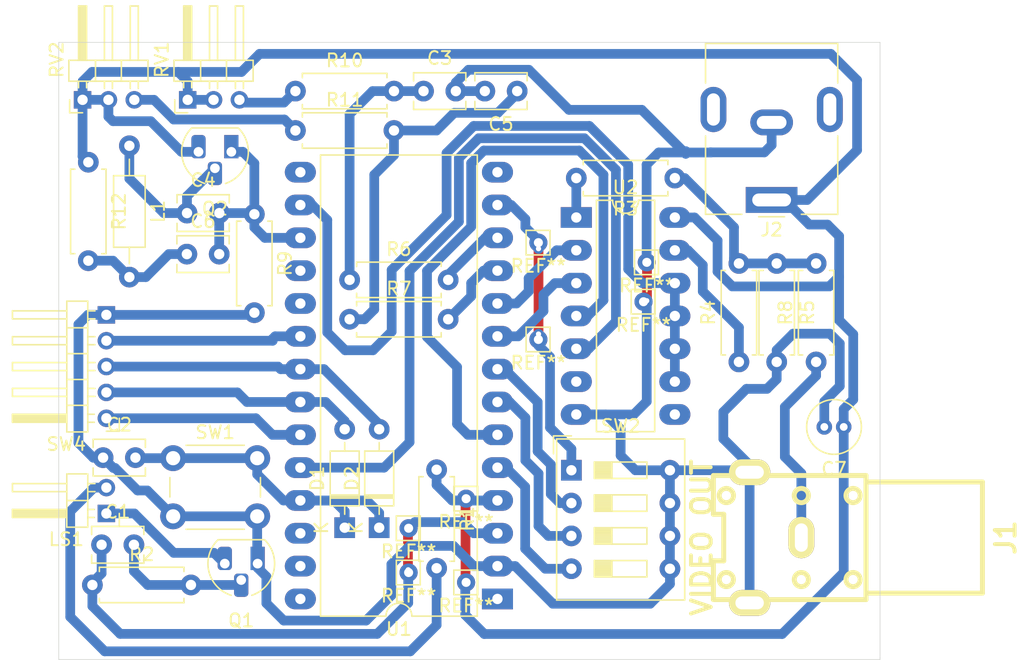
<source format=kicad_pcb>
(kicad_pcb (version 20171130) (host pcbnew "(5.1.2)-2")

  (general
    (thickness 1.6)
    (drawings 5)
    (tracks 342)
    (zones 0)
    (modules 42)
    (nets 38)
  )

  (page A4 portrait)
  (layers
    (0 F.Cu signal)
    (31 B.Cu signal)
    (32 B.Adhes user)
    (33 F.Adhes user)
    (34 B.Paste user)
    (35 F.Paste user)
    (36 B.SilkS user)
    (37 F.SilkS user)
    (38 B.Mask user)
    (39 F.Mask user)
    (40 Dwgs.User user)
    (41 Cmts.User user)
    (42 Eco1.User user)
    (43 Eco2.User user)
    (44 Edge.Cuts user)
    (45 Margin user)
    (46 B.CrtYd user)
    (47 F.CrtYd user)
    (48 B.Fab user)
    (49 F.Fab user)
  )

  (setup
    (last_trace_width 0.75)
    (user_trace_width 0.5)
    (user_trace_width 0.75)
    (user_trace_width 1)
    (trace_clearance 0.2)
    (zone_clearance 0.508)
    (zone_45_only no)
    (trace_min 0.2)
    (via_size 0.8)
    (via_drill 0.4)
    (via_min_size 0.4)
    (via_min_drill 0.3)
    (uvia_size 0.3)
    (uvia_drill 0.1)
    (uvias_allowed no)
    (uvia_min_size 0.2)
    (uvia_min_drill 0.1)
    (edge_width 0.05)
    (segment_width 0.2)
    (pcb_text_width 0.3)
    (pcb_text_size 1.5 1.5)
    (mod_edge_width 0.12)
    (mod_text_size 1 1)
    (mod_text_width 0.15)
    (pad_size 0.85 0.85)
    (pad_drill 0.5)
    (pad_to_mask_clearance 0.051)
    (solder_mask_min_width 0.25)
    (aux_axis_origin 0 0)
    (grid_origin 59.42584 81.82864)
    (visible_elements 7FFFFFFF)
    (pcbplotparams
      (layerselection 0x010fc_ffffffff)
      (usegerberextensions false)
      (usegerberattributes false)
      (usegerberadvancedattributes false)
      (creategerberjobfile false)
      (excludeedgelayer true)
      (linewidth 0.100000)
      (plotframeref false)
      (viasonmask false)
      (mode 1)
      (useauxorigin false)
      (hpglpennumber 1)
      (hpglpenspeed 20)
      (hpglpendiameter 15.000000)
      (psnegative false)
      (psa4output false)
      (plotreference true)
      (plotvalue true)
      (plotinvisibletext false)
      (padsonsilk false)
      (subtractmaskfromsilk false)
      (outputformat 1)
      (mirror false)
      (drillshape 1)
      (scaleselection 1)
      (outputdirectory ""))
  )

  (net 0 "")
  (net 1 "Net-(C1-Pad2)")
  (net 2 "Net-(C1-Pad1)")
  (net 3 GND)
  (net 4 "Net-(C2-Pad2)")
  (net 5 "Net-(C3-Pad1)")
  (net 6 "Net-(C4-Pad2)")
  (net 7 "Net-(C4-Pad1)")
  (net 8 "Net-(C5-Pad1)")
  (net 9 "Net-(C6-Pad1)")
  (net 10 VCC)
  (net 11 "Net-(D1-Pad2)")
  (net 12 "Net-(D2-Pad2)")
  (net 13 "Net-(J1-Pad1)")
  (net 14 "Net-(LS1-Pad1)")
  (net 15 "Net-(LS1-Pad2)")
  (net 16 "Net-(R3-Pad1)")
  (net 17 "Net-(R3-Pad2)")
  (net 18 "Net-(R4-Pad1)")
  (net 19 "Net-(R6-Pad2)")
  (net 20 "Net-(R7-Pad2)")
  (net 21 "Net-(R10-Pad1)")
  (net 22 "Net-(R11-Pad1)")
  (net 23 "Net-(SW2-Pad3)")
  (net 24 "Net-(SW2-Pad2)")
  (net 25 "Net-(SW2-Pad1)")
  (net 26 "Net-(SW4-Pad2)")
  (net 27 "Net-(SW4-Pad5)")
  (net 28 "Net-(U1-Pad16)")
  (net 29 "Net-(U1-Pad18)")
  (net 30 "Net-(U1-Pad19)")
  (net 31 "Net-(U1-Pad6)")
  (net 32 "Net-(U1-Pad9)")
  (net 33 "Net-(U1-Pad10)")
  (net 34 "Net-(U1-Pad24)")
  (net 35 "Net-(U1-Pad26)")
  (net 36 "Net-(U1-Pad27)")
  (net 37 "Net-(SW2-Pad4)")

  (net_class Default "Esta es la clase de red por defecto."
    (clearance 0.2)
    (trace_width 0.25)
    (via_dia 0.8)
    (via_drill 0.4)
    (uvia_dia 0.3)
    (uvia_drill 0.1)
    (add_net GND)
    (add_net "Net-(C1-Pad1)")
    (add_net "Net-(C1-Pad2)")
    (add_net "Net-(C2-Pad2)")
    (add_net "Net-(C3-Pad1)")
    (add_net "Net-(C4-Pad1)")
    (add_net "Net-(C4-Pad2)")
    (add_net "Net-(C5-Pad1)")
    (add_net "Net-(C6-Pad1)")
    (add_net "Net-(D1-Pad2)")
    (add_net "Net-(D2-Pad2)")
    (add_net "Net-(J1-Pad1)")
    (add_net "Net-(LS1-Pad1)")
    (add_net "Net-(LS1-Pad2)")
    (add_net "Net-(R10-Pad1)")
    (add_net "Net-(R11-Pad1)")
    (add_net "Net-(R3-Pad1)")
    (add_net "Net-(R3-Pad2)")
    (add_net "Net-(R4-Pad1)")
    (add_net "Net-(R6-Pad2)")
    (add_net "Net-(R7-Pad2)")
    (add_net "Net-(SW2-Pad1)")
    (add_net "Net-(SW2-Pad2)")
    (add_net "Net-(SW2-Pad3)")
    (add_net "Net-(SW2-Pad4)")
    (add_net "Net-(SW4-Pad2)")
    (add_net "Net-(SW4-Pad5)")
    (add_net "Net-(U1-Pad10)")
    (add_net "Net-(U1-Pad16)")
    (add_net "Net-(U1-Pad18)")
    (add_net "Net-(U1-Pad19)")
    (add_net "Net-(U1-Pad24)")
    (add_net "Net-(U1-Pad26)")
    (add_net "Net-(U1-Pad27)")
    (add_net "Net-(U1-Pad6)")
    (add_net "Net-(U1-Pad9)")
    (add_net VCC)
  )

  (module Connector_BarrelJack:BarrelJack_CUI_PJ-063AH_Horizontal (layer F.Cu) (tedit 5B0886BD) (tstamp 5D1A1DEA)
    (at 108.32084 54.77764 180)
    (descr "Barrel Jack, 2.0mm ID, 5.5mm OD, 24V, 8A, no switch, https://www.cui.com/product/resource/pj-063ah.pdf")
    (tags "barrel jack cui dc power")
    (path /5D3359B1)
    (fp_text reference J2 (at 0 -2.3 180) (layer F.SilkS)
      (effects (font (size 1 1) (thickness 0.15)))
    )
    (fp_text value "POWER INPUT" (at 0 13 180) (layer F.Fab)
      (effects (font (size 1 1) (thickness 0.15)))
    )
    (fp_line (start -5 -1) (end -1 -1) (layer F.Fab) (width 0.1))
    (fp_line (start -1 -1) (end 0 0) (layer F.Fab) (width 0.1))
    (fp_line (start 0 0) (end 1 -1) (layer F.Fab) (width 0.1))
    (fp_line (start 1 -1) (end 5 -1) (layer F.Fab) (width 0.1))
    (fp_line (start 5 -1) (end 5 12) (layer F.Fab) (width 0.1))
    (fp_line (start 5 12) (end -5 12) (layer F.Fab) (width 0.1))
    (fp_line (start -5 12) (end -5 -1) (layer F.Fab) (width 0.1))
    (fp_line (start -5.11 4.95) (end -5.11 -1.11) (layer F.SilkS) (width 0.12))
    (fp_line (start -5.11 -1.11) (end -2.3 -1.11) (layer F.SilkS) (width 0.12))
    (fp_line (start 2.3 -1.11) (end 5.11 -1.11) (layer F.SilkS) (width 0.12))
    (fp_line (start 5.11 -1.11) (end 5.11 4.95) (layer F.SilkS) (width 0.12))
    (fp_line (start 5.11 9.05) (end 5.11 12.11) (layer F.SilkS) (width 0.12))
    (fp_line (start 5.11 12.11) (end -5.11 12.11) (layer F.SilkS) (width 0.12))
    (fp_line (start -5.11 12.11) (end -5.11 9.05) (layer F.SilkS) (width 0.12))
    (fp_line (start -1 -1.3) (end 1 -1.3) (layer F.SilkS) (width 0.12))
    (fp_line (start -6 -1.5) (end -6 12.5) (layer F.CrtYd) (width 0.05))
    (fp_line (start -6 12.5) (end 6 12.5) (layer F.CrtYd) (width 0.05))
    (fp_line (start 6 12.5) (end 6 -1.5) (layer F.CrtYd) (width 0.05))
    (fp_line (start 6 -1.5) (end -6 -1.5) (layer F.CrtYd) (width 0.05))
    (fp_text user %R (at 0 5.5 180) (layer F.Fab)
      (effects (font (size 1 1) (thickness 0.15)))
    )
    (pad 1 thru_hole rect (at 0 0 180) (size 4 2) (drill oval 3 1) (layers *.Cu *.Mask)
      (net 10 VCC))
    (pad 2 thru_hole oval (at 0 6 180) (size 3.3 2) (drill oval 2.3 1) (layers *.Cu *.Mask)
      (net 3 GND))
    (pad MP thru_hole oval (at -4.5 7 180) (size 2 3.5) (drill oval 1 2.5) (layers *.Cu *.Mask))
    (pad MP thru_hole oval (at 4.5 7 180) (size 2 3.5) (drill oval 1 2.5) (layers *.Cu *.Mask))
    (pad "" np_thru_hole circle (at 0 9 180) (size 1.6 1.6) (drill 1.6) (layers *.Cu *.Mask))
    (model ${KISYS3DMOD}/Connector_BarrelJack.3dshapes/BarrelJack_CUI_PJ-063AH_Horizontal.wrl
      (at (xyz 0 0 0))
      (scale (xyz 1 1 1))
      (rotate (xyz 0 0 0))
    )
  )

  (module Connector_Pin:Pin_D0.7mm_L6.5mm_W1.8mm_FlatFork (layer F.Cu) (tedit 5D1A441D) (tstamp 5D1AE44E)
    (at 98.41484 62.65164)
    (descr "solder Pin_ with flat fork, hole diameter 0.7mm, length 6.5mm, width 1.8mm")
    (tags "solder Pin_ with flat fork")
    (fp_text reference REF** (at 0 1.8) (layer F.SilkS)
      (effects (font (size 1 1) (thickness 0.15)))
    )
    (fp_text value Pin_D0.7mm_L6.5mm_W1.8mm_FlatFork (at 0 -1.8) (layer F.Fab)
      (effects (font (size 1 1) (thickness 0.15)))
    )
    (fp_line (start 1.35 1.2) (end -1.4 1.2) (layer F.CrtYd) (width 0.05))
    (fp_line (start 1.35 1.2) (end 1.35 -1.2) (layer F.CrtYd) (width 0.05))
    (fp_line (start -1.4 -1.2) (end -1.4 1.2) (layer F.CrtYd) (width 0.05))
    (fp_line (start -1.4 -1.2) (end 1.35 -1.2) (layer F.CrtYd) (width 0.05))
    (fp_line (start -0.9 0.25) (end -0.9 -0.25) (layer F.Fab) (width 0.12))
    (fp_line (start 0.85 0.25) (end -0.9 0.25) (layer F.Fab) (width 0.12))
    (fp_line (start 0.85 -0.25) (end 0.85 0.25) (layer F.Fab) (width 0.12))
    (fp_line (start -0.9 -0.25) (end 0.85 -0.25) (layer F.Fab) (width 0.12))
    (fp_line (start 0.9 -0.95) (end -0.95 -0.95) (layer F.SilkS) (width 0.12))
    (fp_line (start 0.9 -0.9) (end 0.9 -0.95) (layer F.SilkS) (width 0.12))
    (fp_line (start 0.9 0.95) (end 0.9 -0.9) (layer F.SilkS) (width 0.12))
    (fp_line (start -0.95 0.95) (end 0.9 0.95) (layer F.SilkS) (width 0.12))
    (fp_line (start -0.95 -0.95) (end -0.95 0.95) (layer F.SilkS) (width 0.12))
    (fp_text user %R (at 0 1.8) (layer F.Fab)
      (effects (font (size 1 1) (thickness 0.15)))
    )
    (pad 1 thru_hole circle (at 0 0) (size 1.4 1.4) (drill 0.7) (layers *.Cu *.Mask))
  )

  (module Connector_Pin:Pin_D0.7mm_L6.5mm_W1.8mm_FlatFork (layer F.Cu) (tedit 5D1A4414) (tstamp 5D1AE497)
    (at 98.66884 59.60364)
    (descr "solder Pin_ with flat fork, hole diameter 0.7mm, length 6.5mm, width 1.8mm")
    (tags "solder Pin_ with flat fork")
    (fp_text reference REF** (at 0 1.8) (layer F.SilkS)
      (effects (font (size 1 1) (thickness 0.15)))
    )
    (fp_text value Pin_D0.7mm_L6.5mm_W1.8mm_FlatFork (at 0 -1.8) (layer F.Fab)
      (effects (font (size 1 1) (thickness 0.15)))
    )
    (fp_line (start 1.35 1.2) (end -1.4 1.2) (layer F.CrtYd) (width 0.05))
    (fp_line (start 1.35 1.2) (end 1.35 -1.2) (layer F.CrtYd) (width 0.05))
    (fp_line (start -1.4 -1.2) (end -1.4 1.2) (layer F.CrtYd) (width 0.05))
    (fp_line (start -1.4 -1.2) (end 1.35 -1.2) (layer F.CrtYd) (width 0.05))
    (fp_line (start -0.9 0.25) (end -0.9 -0.25) (layer F.Fab) (width 0.12))
    (fp_line (start 0.85 0.25) (end -0.9 0.25) (layer F.Fab) (width 0.12))
    (fp_line (start 0.85 -0.25) (end 0.85 0.25) (layer F.Fab) (width 0.12))
    (fp_line (start -0.9 -0.25) (end 0.85 -0.25) (layer F.Fab) (width 0.12))
    (fp_line (start 0.9 -0.95) (end -0.95 -0.95) (layer F.SilkS) (width 0.12))
    (fp_line (start 0.9 -0.9) (end 0.9 -0.95) (layer F.SilkS) (width 0.12))
    (fp_line (start 0.9 0.95) (end 0.9 -0.9) (layer F.SilkS) (width 0.12))
    (fp_line (start -0.95 0.95) (end 0.9 0.95) (layer F.SilkS) (width 0.12))
    (fp_line (start -0.95 -0.95) (end -0.95 0.95) (layer F.SilkS) (width 0.12))
    (fp_text user %R (at 0 1.8) (layer F.Fab)
      (effects (font (size 1 1) (thickness 0.15)))
    )
    (pad 1 thru_hole circle (at 0 0) (size 1.4 1.4) (drill 0.7) (layers *.Cu *.Mask))
  )

  (module Connector_Pin:Pin_D0.7mm_L6.5mm_W1.8mm_FlatFork (layer F.Cu) (tedit 5D1A440A) (tstamp 5D1AE32A)
    (at 84.69884 77.89164)
    (descr "solder Pin_ with flat fork, hole diameter 0.7mm, length 6.5mm, width 1.8mm")
    (tags "solder Pin_ with flat fork")
    (fp_text reference REF** (at 0 1.8) (layer F.SilkS)
      (effects (font (size 1 1) (thickness 0.15)))
    )
    (fp_text value Pin_D0.7mm_L6.5mm_W1.8mm_FlatFork (at 0 -1.8) (layer F.Fab)
      (effects (font (size 1 1) (thickness 0.15)))
    )
    (fp_line (start 1.35 1.2) (end -1.4 1.2) (layer F.CrtYd) (width 0.05))
    (fp_line (start 1.35 1.2) (end 1.35 -1.2) (layer F.CrtYd) (width 0.05))
    (fp_line (start -1.4 -1.2) (end -1.4 1.2) (layer F.CrtYd) (width 0.05))
    (fp_line (start -1.4 -1.2) (end 1.35 -1.2) (layer F.CrtYd) (width 0.05))
    (fp_line (start -0.9 0.25) (end -0.9 -0.25) (layer F.Fab) (width 0.12))
    (fp_line (start 0.85 0.25) (end -0.9 0.25) (layer F.Fab) (width 0.12))
    (fp_line (start 0.85 -0.25) (end 0.85 0.25) (layer F.Fab) (width 0.12))
    (fp_line (start -0.9 -0.25) (end 0.85 -0.25) (layer F.Fab) (width 0.12))
    (fp_line (start 0.9 -0.95) (end -0.95 -0.95) (layer F.SilkS) (width 0.12))
    (fp_line (start 0.9 -0.9) (end 0.9 -0.95) (layer F.SilkS) (width 0.12))
    (fp_line (start 0.9 0.95) (end 0.9 -0.9) (layer F.SilkS) (width 0.12))
    (fp_line (start -0.95 0.95) (end 0.9 0.95) (layer F.SilkS) (width 0.12))
    (fp_line (start -0.95 -0.95) (end -0.95 0.95) (layer F.SilkS) (width 0.12))
    (fp_text user %R (at 0 1.8) (layer F.Fab)
      (effects (font (size 1 1) (thickness 0.15)))
    )
    (pad 1 thru_hole circle (at 0 0) (size 1.4 1.4) (drill 0.7) (layers *.Cu *.Mask))
  )

  (module Connector_Pin:Pin_D0.7mm_L6.5mm_W1.8mm_FlatFork (layer F.Cu) (tedit 5D1A4402) (tstamp 5D1AE373)
    (at 84.69884 84.36864)
    (descr "solder Pin_ with flat fork, hole diameter 0.7mm, length 6.5mm, width 1.8mm")
    (tags "solder Pin_ with flat fork")
    (fp_text reference REF** (at 0 1.8) (layer F.SilkS)
      (effects (font (size 1 1) (thickness 0.15)))
    )
    (fp_text value Pin_D0.7mm_L6.5mm_W1.8mm_FlatFork (at 0 -1.8) (layer F.Fab)
      (effects (font (size 1 1) (thickness 0.15)))
    )
    (fp_line (start 1.35 1.2) (end -1.4 1.2) (layer F.CrtYd) (width 0.05))
    (fp_line (start 1.35 1.2) (end 1.35 -1.2) (layer F.CrtYd) (width 0.05))
    (fp_line (start -1.4 -1.2) (end -1.4 1.2) (layer F.CrtYd) (width 0.05))
    (fp_line (start -1.4 -1.2) (end 1.35 -1.2) (layer F.CrtYd) (width 0.05))
    (fp_line (start -0.9 0.25) (end -0.9 -0.25) (layer F.Fab) (width 0.12))
    (fp_line (start 0.85 0.25) (end -0.9 0.25) (layer F.Fab) (width 0.12))
    (fp_line (start 0.85 -0.25) (end 0.85 0.25) (layer F.Fab) (width 0.12))
    (fp_line (start -0.9 -0.25) (end 0.85 -0.25) (layer F.Fab) (width 0.12))
    (fp_line (start 0.9 -0.95) (end -0.95 -0.95) (layer F.SilkS) (width 0.12))
    (fp_line (start 0.9 -0.9) (end 0.9 -0.95) (layer F.SilkS) (width 0.12))
    (fp_line (start 0.9 0.95) (end 0.9 -0.9) (layer F.SilkS) (width 0.12))
    (fp_line (start -0.95 0.95) (end 0.9 0.95) (layer F.SilkS) (width 0.12))
    (fp_line (start -0.95 -0.95) (end -0.95 0.95) (layer F.SilkS) (width 0.12))
    (fp_text user %R (at 0 1.8) (layer F.Fab)
      (effects (font (size 1 1) (thickness 0.15)))
    )
    (pad 1 thru_hole circle (at 0 0) (size 1.4 1.4) (drill 0.7) (layers *.Cu *.Mask))
  )

  (module Connector_Pin:Pin_D0.7mm_L6.5mm_W1.8mm_FlatFork (layer F.Cu) (tedit 5D1A43F8) (tstamp 5D1AE405)
    (at 80.25384 83.60664)
    (descr "solder Pin_ with flat fork, hole diameter 0.7mm, length 6.5mm, width 1.8mm")
    (tags "solder Pin_ with flat fork")
    (fp_text reference REF** (at 0 1.8) (layer F.SilkS)
      (effects (font (size 1 1) (thickness 0.15)))
    )
    (fp_text value Pin_D0.7mm_L6.5mm_W1.8mm_FlatFork (at 0 -1.8) (layer F.Fab)
      (effects (font (size 1 1) (thickness 0.15)))
    )
    (fp_line (start 1.35 1.2) (end -1.4 1.2) (layer F.CrtYd) (width 0.05))
    (fp_line (start 1.35 1.2) (end 1.35 -1.2) (layer F.CrtYd) (width 0.05))
    (fp_line (start -1.4 -1.2) (end -1.4 1.2) (layer F.CrtYd) (width 0.05))
    (fp_line (start -1.4 -1.2) (end 1.35 -1.2) (layer F.CrtYd) (width 0.05))
    (fp_line (start -0.9 0.25) (end -0.9 -0.25) (layer F.Fab) (width 0.12))
    (fp_line (start 0.85 0.25) (end -0.9 0.25) (layer F.Fab) (width 0.12))
    (fp_line (start 0.85 -0.25) (end 0.85 0.25) (layer F.Fab) (width 0.12))
    (fp_line (start -0.9 -0.25) (end 0.85 -0.25) (layer F.Fab) (width 0.12))
    (fp_line (start 0.9 -0.95) (end -0.95 -0.95) (layer F.SilkS) (width 0.12))
    (fp_line (start 0.9 -0.9) (end 0.9 -0.95) (layer F.SilkS) (width 0.12))
    (fp_line (start 0.9 0.95) (end 0.9 -0.9) (layer F.SilkS) (width 0.12))
    (fp_line (start -0.95 0.95) (end 0.9 0.95) (layer F.SilkS) (width 0.12))
    (fp_line (start -0.95 -0.95) (end -0.95 0.95) (layer F.SilkS) (width 0.12))
    (fp_text user %R (at 0 1.8) (layer F.Fab)
      (effects (font (size 1 1) (thickness 0.15)))
    )
    (pad 1 thru_hole circle (at 0 0) (size 1.4 1.4) (drill 0.7) (layers *.Cu *.Mask))
  )

  (module Connector_Pin:Pin_D0.7mm_L6.5mm_W1.8mm_FlatFork (layer F.Cu) (tedit 5D1A43F0) (tstamp 5D1AE3BC)
    (at 80.25384 80.17764)
    (descr "solder Pin_ with flat fork, hole diameter 0.7mm, length 6.5mm, width 1.8mm")
    (tags "solder Pin_ with flat fork")
    (fp_text reference REF** (at 0 1.8) (layer F.SilkS)
      (effects (font (size 1 1) (thickness 0.15)))
    )
    (fp_text value Pin_D0.7mm_L6.5mm_W1.8mm_FlatFork (at 0 -1.8) (layer F.Fab)
      (effects (font (size 1 1) (thickness 0.15)))
    )
    (fp_line (start 1.35 1.2) (end -1.4 1.2) (layer F.CrtYd) (width 0.05))
    (fp_line (start 1.35 1.2) (end 1.35 -1.2) (layer F.CrtYd) (width 0.05))
    (fp_line (start -1.4 -1.2) (end -1.4 1.2) (layer F.CrtYd) (width 0.05))
    (fp_line (start -1.4 -1.2) (end 1.35 -1.2) (layer F.CrtYd) (width 0.05))
    (fp_line (start -0.9 0.25) (end -0.9 -0.25) (layer F.Fab) (width 0.12))
    (fp_line (start 0.85 0.25) (end -0.9 0.25) (layer F.Fab) (width 0.12))
    (fp_line (start 0.85 -0.25) (end 0.85 0.25) (layer F.Fab) (width 0.12))
    (fp_line (start -0.9 -0.25) (end 0.85 -0.25) (layer F.Fab) (width 0.12))
    (fp_line (start 0.9 -0.95) (end -0.95 -0.95) (layer F.SilkS) (width 0.12))
    (fp_line (start 0.9 -0.9) (end 0.9 -0.95) (layer F.SilkS) (width 0.12))
    (fp_line (start 0.9 0.95) (end 0.9 -0.9) (layer F.SilkS) (width 0.12))
    (fp_line (start -0.95 0.95) (end 0.9 0.95) (layer F.SilkS) (width 0.12))
    (fp_line (start -0.95 -0.95) (end -0.95 0.95) (layer F.SilkS) (width 0.12))
    (fp_text user %R (at 0 1.8) (layer F.Fab)
      (effects (font (size 1 1) (thickness 0.15)))
    )
    (pad 1 thru_hole circle (at 0 0) (size 1.4 1.4) (drill 0.7) (layers *.Cu *.Mask))
  )

  (module Connector_Pin:Pin_D0.7mm_L6.5mm_W1.8mm_FlatFork (layer F.Cu) (tedit 5D1A43E1) (tstamp 5D1AE2E1)
    (at 90.28684 58.07964)
    (descr "solder Pin_ with flat fork, hole diameter 0.7mm, length 6.5mm, width 1.8mm")
    (tags "solder Pin_ with flat fork")
    (fp_text reference REF** (at 0 1.8) (layer F.SilkS)
      (effects (font (size 1 1) (thickness 0.15)))
    )
    (fp_text value Pin_D0.7mm_L6.5mm_W1.8mm_FlatFork (at 0 -1.8) (layer F.Fab)
      (effects (font (size 1 1) (thickness 0.15)))
    )
    (fp_line (start 1.35 1.2) (end -1.4 1.2) (layer F.CrtYd) (width 0.05))
    (fp_line (start 1.35 1.2) (end 1.35 -1.2) (layer F.CrtYd) (width 0.05))
    (fp_line (start -1.4 -1.2) (end -1.4 1.2) (layer F.CrtYd) (width 0.05))
    (fp_line (start -1.4 -1.2) (end 1.35 -1.2) (layer F.CrtYd) (width 0.05))
    (fp_line (start -0.9 0.25) (end -0.9 -0.25) (layer F.Fab) (width 0.12))
    (fp_line (start 0.85 0.25) (end -0.9 0.25) (layer F.Fab) (width 0.12))
    (fp_line (start 0.85 -0.25) (end 0.85 0.25) (layer F.Fab) (width 0.12))
    (fp_line (start -0.9 -0.25) (end 0.85 -0.25) (layer F.Fab) (width 0.12))
    (fp_line (start 0.9 -0.95) (end -0.95 -0.95) (layer F.SilkS) (width 0.12))
    (fp_line (start 0.9 -0.9) (end 0.9 -0.95) (layer F.SilkS) (width 0.12))
    (fp_line (start 0.9 0.95) (end 0.9 -0.9) (layer F.SilkS) (width 0.12))
    (fp_line (start -0.95 0.95) (end 0.9 0.95) (layer F.SilkS) (width 0.12))
    (fp_line (start -0.95 -0.95) (end -0.95 0.95) (layer F.SilkS) (width 0.12))
    (fp_text user %R (at 0 1.8) (layer F.Fab)
      (effects (font (size 1 1) (thickness 0.15)))
    )
    (pad 1 thru_hole circle (at 0 0) (size 1.4 1.4) (drill 0.7) (layers *.Cu *.Mask))
  )

  (module Connector_Pin:Pin_D0.7mm_L6.5mm_W1.8mm_FlatFork (layer F.Cu) (tedit 5D1A43B6) (tstamp 5D1AE298)
    (at 90.28684 65.57264)
    (descr "solder Pin_ with flat fork, hole diameter 0.7mm, length 6.5mm, width 1.8mm")
    (tags "solder Pin_ with flat fork")
    (fp_text reference REF** (at 0 1.8) (layer F.SilkS)
      (effects (font (size 1 1) (thickness 0.15)))
    )
    (fp_text value Pin_D0.7mm_L6.5mm_W1.8mm_FlatFork (at 0 -1.8) (layer F.Fab)
      (effects (font (size 1 1) (thickness 0.15)))
    )
    (fp_line (start 1.35 1.2) (end -1.4 1.2) (layer F.CrtYd) (width 0.05))
    (fp_line (start 1.35 1.2) (end 1.35 -1.2) (layer F.CrtYd) (width 0.05))
    (fp_line (start -1.4 -1.2) (end -1.4 1.2) (layer F.CrtYd) (width 0.05))
    (fp_line (start -1.4 -1.2) (end 1.35 -1.2) (layer F.CrtYd) (width 0.05))
    (fp_line (start -0.9 0.25) (end -0.9 -0.25) (layer F.Fab) (width 0.12))
    (fp_line (start 0.85 0.25) (end -0.9 0.25) (layer F.Fab) (width 0.12))
    (fp_line (start 0.85 -0.25) (end 0.85 0.25) (layer F.Fab) (width 0.12))
    (fp_line (start -0.9 -0.25) (end 0.85 -0.25) (layer F.Fab) (width 0.12))
    (fp_line (start 0.9 -0.95) (end -0.95 -0.95) (layer F.SilkS) (width 0.12))
    (fp_line (start 0.9 -0.9) (end 0.9 -0.95) (layer F.SilkS) (width 0.12))
    (fp_line (start 0.9 0.95) (end 0.9 -0.9) (layer F.SilkS) (width 0.12))
    (fp_line (start -0.95 0.95) (end 0.9 0.95) (layer F.SilkS) (width 0.12))
    (fp_line (start -0.95 -0.95) (end -0.95 0.95) (layer F.SilkS) (width 0.12))
    (fp_text user %R (at 0 1.8) (layer F.Fab)
      (effects (font (size 1 1) (thickness 0.15)))
    )
    (pad 1 thru_hole circle (at 0 0) (size 1.4 1.4) (drill 0.7) (layers *.Cu *.Mask))
  )

  (module Connector_PinHeader_2.00mm:PinHeader_1x02_P2.00mm_Horizontal (layer F.Cu) (tedit 5D1A3708) (tstamp 5D1BDA03)
    (at 56.88584 79.03464 180)
    (descr "Through hole angled pin header, 1x02, 2.00mm pitch, 4.2mm pin length, single row")
    (tags "Through hole angled pin header THT 1x02 2.00mm single row")
    (path /5D1D0E38)
    (fp_text reference LS1 (at 3.1 -2) (layer F.SilkS)
      (effects (font (size 1 1) (thickness 0.15)))
    )
    (fp_text value "8Ω  2W" (at 3.1 4) (layer F.Fab)
      (effects (font (size 1 1) (thickness 0.15)))
    )
    (fp_line (start 1.875 -1) (end 3 -1) (layer F.Fab) (width 0.1))
    (fp_line (start 3 -1) (end 3 3) (layer F.Fab) (width 0.1))
    (fp_line (start 3 3) (end 1.5 3) (layer F.Fab) (width 0.1))
    (fp_line (start 1.5 3) (end 1.5 -0.625) (layer F.Fab) (width 0.1))
    (fp_line (start 1.5 -0.625) (end 1.875 -1) (layer F.Fab) (width 0.1))
    (fp_line (start -0.25 -0.25) (end 1.5 -0.25) (layer F.Fab) (width 0.1))
    (fp_line (start -0.25 -0.25) (end -0.25 0.25) (layer F.Fab) (width 0.1))
    (fp_line (start -0.25 0.25) (end 1.5 0.25) (layer F.Fab) (width 0.1))
    (fp_line (start 3 -0.25) (end 7.2 -0.25) (layer F.Fab) (width 0.1))
    (fp_line (start 7.2 -0.25) (end 7.2 0.25) (layer F.Fab) (width 0.1))
    (fp_line (start 3 0.25) (end 7.2 0.25) (layer F.Fab) (width 0.1))
    (fp_line (start -0.25 1.75) (end 1.5 1.75) (layer F.Fab) (width 0.1))
    (fp_line (start -0.25 1.75) (end -0.25 2.25) (layer F.Fab) (width 0.1))
    (fp_line (start -0.25 2.25) (end 1.5 2.25) (layer F.Fab) (width 0.1))
    (fp_line (start 3 1.75) (end 7.2 1.75) (layer F.Fab) (width 0.1))
    (fp_line (start 7.2 1.75) (end 7.2 2.25) (layer F.Fab) (width 0.1))
    (fp_line (start 3 2.25) (end 7.2 2.25) (layer F.Fab) (width 0.1))
    (fp_line (start 1.44 -1.06) (end 1.44 3.06) (layer F.SilkS) (width 0.12))
    (fp_line (start 1.44 3.06) (end 3.06 3.06) (layer F.SilkS) (width 0.12))
    (fp_line (start 3.06 3.06) (end 3.06 -1.06) (layer F.SilkS) (width 0.12))
    (fp_line (start 3.06 -1.06) (end 1.44 -1.06) (layer F.SilkS) (width 0.12))
    (fp_line (start 3.06 -0.31) (end 7.26 -0.31) (layer F.SilkS) (width 0.12))
    (fp_line (start 7.26 -0.31) (end 7.26 0.31) (layer F.SilkS) (width 0.12))
    (fp_line (start 7.26 0.31) (end 3.06 0.31) (layer F.SilkS) (width 0.12))
    (fp_line (start 3.06 -0.25) (end 7.26 -0.25) (layer F.SilkS) (width 0.12))
    (fp_line (start 3.06 -0.13) (end 7.26 -0.13) (layer F.SilkS) (width 0.12))
    (fp_line (start 3.06 -0.01) (end 7.26 -0.01) (layer F.SilkS) (width 0.12))
    (fp_line (start 3.06 0.11) (end 7.26 0.11) (layer F.SilkS) (width 0.12))
    (fp_line (start 3.06 0.23) (end 7.26 0.23) (layer F.SilkS) (width 0.12))
    (fp_line (start 0.935 -0.31) (end 1.44 -0.31) (layer F.SilkS) (width 0.12))
    (fp_line (start 0.935 0.31) (end 1.44 0.31) (layer F.SilkS) (width 0.12))
    (fp_line (start 1.44 1) (end 3.06 1) (layer F.SilkS) (width 0.12))
    (fp_line (start 3.06 1.69) (end 7.26 1.69) (layer F.SilkS) (width 0.12))
    (fp_line (start 7.26 1.69) (end 7.26 2.31) (layer F.SilkS) (width 0.12))
    (fp_line (start 7.26 2.31) (end 3.06 2.31) (layer F.SilkS) (width 0.12))
    (fp_line (start 0.882114 1.69) (end 1.44 1.69) (layer F.SilkS) (width 0.12))
    (fp_line (start 0.882114 2.31) (end 1.44 2.31) (layer F.SilkS) (width 0.12))
    (fp_line (start -1 0) (end -1 -1) (layer F.SilkS) (width 0.12))
    (fp_line (start -1 -1) (end 0 -1) (layer F.SilkS) (width 0.12))
    (fp_line (start -1.5 -1.5) (end -1.5 3.5) (layer F.CrtYd) (width 0.05))
    (fp_line (start -1.5 3.5) (end 7.7 3.5) (layer F.CrtYd) (width 0.05))
    (fp_line (start 7.7 3.5) (end 7.7 -1.5) (layer F.CrtYd) (width 0.05))
    (fp_line (start 7.7 -1.5) (end -1.5 -1.5) (layer F.CrtYd) (width 0.05))
    (fp_text user %R (at 2.25 1 90) (layer F.Fab)
      (effects (font (size 0.9 0.9) (thickness 0.135)))
    )
    (pad 1 thru_hole rect (at 0 0 180) (size 1.35 1.35) (drill 0.8) (layers *.Cu *.Mask)
      (net 14 "Net-(LS1-Pad1)"))
    (pad 2 thru_hole oval (at 0 2 180) (size 1.35 1.35) (drill 0.8) (layers *.Cu *.Mask)
      (net 15 "Net-(LS1-Pad2)"))
    (model ${KISYS3DMOD}/Connector_PinHeader_2.00mm.3dshapes/PinHeader_1x02_P2.00mm_Horizontal.wrl
      (at (xyz 0 0 0))
      (scale (xyz 1 1 1))
      (rotate (xyz 0 0 0))
    )
  )

  (module Connector_PinHeader_2.00mm:PinHeader_1x05_P2.00mm_Horizontal (layer F.Cu) (tedit 5D1A3639) (tstamp 5D1BDAB0)
    (at 56.88584 71.66864 180)
    (descr "Through hole angled pin header, 1x05, 2.00mm pitch, 4.2mm pin length, single row")
    (tags "Through hole angled pin header THT 1x05 2.00mm single row")
    (path /5D1C724C)
    (fp_text reference SW4 (at 3.1 -2 180) (layer F.SilkS)
      (effects (font (size 1 1) (thickness 0.15)))
    )
    (fp_text value "GAME SELECT" (at 3.1 10 180) (layer F.Fab)
      (effects (font (size 1 1) (thickness 0.15)))
    )
    (fp_line (start 1.875 -1) (end 3 -1) (layer F.Fab) (width 0.1))
    (fp_line (start 3 -1) (end 3 9) (layer F.Fab) (width 0.1))
    (fp_line (start 3 9) (end 1.5 9) (layer F.Fab) (width 0.1))
    (fp_line (start 1.5 9) (end 1.5 -0.625) (layer F.Fab) (width 0.1))
    (fp_line (start 1.5 -0.625) (end 1.875 -1) (layer F.Fab) (width 0.1))
    (fp_line (start -0.25 -0.25) (end 1.5 -0.25) (layer F.Fab) (width 0.1))
    (fp_line (start -0.25 -0.25) (end -0.25 0.25) (layer F.Fab) (width 0.1))
    (fp_line (start -0.25 0.25) (end 1.5 0.25) (layer F.Fab) (width 0.1))
    (fp_line (start 3 -0.25) (end 7.2 -0.25) (layer F.Fab) (width 0.1))
    (fp_line (start 7.2 -0.25) (end 7.2 0.25) (layer F.Fab) (width 0.1))
    (fp_line (start 3 0.25) (end 7.2 0.25) (layer F.Fab) (width 0.1))
    (fp_line (start -0.25 1.75) (end 1.5 1.75) (layer F.Fab) (width 0.1))
    (fp_line (start -0.25 1.75) (end -0.25 2.25) (layer F.Fab) (width 0.1))
    (fp_line (start -0.25 2.25) (end 1.5 2.25) (layer F.Fab) (width 0.1))
    (fp_line (start 3 1.75) (end 7.2 1.75) (layer F.Fab) (width 0.1))
    (fp_line (start 7.2 1.75) (end 7.2 2.25) (layer F.Fab) (width 0.1))
    (fp_line (start 3 2.25) (end 7.2 2.25) (layer F.Fab) (width 0.1))
    (fp_line (start -0.25 3.75) (end 1.5 3.75) (layer F.Fab) (width 0.1))
    (fp_line (start -0.25 3.75) (end -0.25 4.25) (layer F.Fab) (width 0.1))
    (fp_line (start -0.25 4.25) (end 1.5 4.25) (layer F.Fab) (width 0.1))
    (fp_line (start 3 3.75) (end 7.2 3.75) (layer F.Fab) (width 0.1))
    (fp_line (start 7.2 3.75) (end 7.2 4.25) (layer F.Fab) (width 0.1))
    (fp_line (start 3 4.25) (end 7.2 4.25) (layer F.Fab) (width 0.1))
    (fp_line (start -0.25 5.75) (end 1.5 5.75) (layer F.Fab) (width 0.1))
    (fp_line (start -0.25 5.75) (end -0.25 6.25) (layer F.Fab) (width 0.1))
    (fp_line (start -0.25 6.25) (end 1.5 6.25) (layer F.Fab) (width 0.1))
    (fp_line (start 3 5.75) (end 7.2 5.75) (layer F.Fab) (width 0.1))
    (fp_line (start 7.2 5.75) (end 7.2 6.25) (layer F.Fab) (width 0.1))
    (fp_line (start 3 6.25) (end 7.2 6.25) (layer F.Fab) (width 0.1))
    (fp_line (start -0.25 7.75) (end 1.5 7.75) (layer F.Fab) (width 0.1))
    (fp_line (start -0.25 7.75) (end -0.25 8.25) (layer F.Fab) (width 0.1))
    (fp_line (start -0.25 8.25) (end 1.5 8.25) (layer F.Fab) (width 0.1))
    (fp_line (start 3 7.75) (end 7.2 7.75) (layer F.Fab) (width 0.1))
    (fp_line (start 7.2 7.75) (end 7.2 8.25) (layer F.Fab) (width 0.1))
    (fp_line (start 3 8.25) (end 7.2 8.25) (layer F.Fab) (width 0.1))
    (fp_line (start 1.44 -1.06) (end 1.44 9.06) (layer F.SilkS) (width 0.12))
    (fp_line (start 1.44 9.06) (end 3.06 9.06) (layer F.SilkS) (width 0.12))
    (fp_line (start 3.06 9.06) (end 3.06 -1.06) (layer F.SilkS) (width 0.12))
    (fp_line (start 3.06 -1.06) (end 1.44 -1.06) (layer F.SilkS) (width 0.12))
    (fp_line (start 3.06 -0.31) (end 7.26 -0.31) (layer F.SilkS) (width 0.12))
    (fp_line (start 7.26 -0.31) (end 7.26 0.31) (layer F.SilkS) (width 0.12))
    (fp_line (start 7.26 0.31) (end 3.06 0.31) (layer F.SilkS) (width 0.12))
    (fp_line (start 3.06 -0.25) (end 7.26 -0.25) (layer F.SilkS) (width 0.12))
    (fp_line (start 3.06 -0.13) (end 7.26 -0.13) (layer F.SilkS) (width 0.12))
    (fp_line (start 3.06 -0.01) (end 7.26 -0.01) (layer F.SilkS) (width 0.12))
    (fp_line (start 3.06 0.11) (end 7.26 0.11) (layer F.SilkS) (width 0.12))
    (fp_line (start 3.06 0.23) (end 7.26 0.23) (layer F.SilkS) (width 0.12))
    (fp_line (start 0.935 -0.31) (end 1.44 -0.31) (layer F.SilkS) (width 0.12))
    (fp_line (start 0.935 0.31) (end 1.44 0.31) (layer F.SilkS) (width 0.12))
    (fp_line (start 1.44 1) (end 3.06 1) (layer F.SilkS) (width 0.12))
    (fp_line (start 3.06 1.69) (end 7.26 1.69) (layer F.SilkS) (width 0.12))
    (fp_line (start 7.26 1.69) (end 7.26 2.31) (layer F.SilkS) (width 0.12))
    (fp_line (start 7.26 2.31) (end 3.06 2.31) (layer F.SilkS) (width 0.12))
    (fp_line (start 0.882114 1.69) (end 1.44 1.69) (layer F.SilkS) (width 0.12))
    (fp_line (start 0.882114 2.31) (end 1.44 2.31) (layer F.SilkS) (width 0.12))
    (fp_line (start 1.44 3) (end 3.06 3) (layer F.SilkS) (width 0.12))
    (fp_line (start 3.06 3.69) (end 7.26 3.69) (layer F.SilkS) (width 0.12))
    (fp_line (start 7.26 3.69) (end 7.26 4.31) (layer F.SilkS) (width 0.12))
    (fp_line (start 7.26 4.31) (end 3.06 4.31) (layer F.SilkS) (width 0.12))
    (fp_line (start 0.882114 3.69) (end 1.44 3.69) (layer F.SilkS) (width 0.12))
    (fp_line (start 0.882114 4.31) (end 1.44 4.31) (layer F.SilkS) (width 0.12))
    (fp_line (start 1.44 5) (end 3.06 5) (layer F.SilkS) (width 0.12))
    (fp_line (start 3.06 5.69) (end 7.26 5.69) (layer F.SilkS) (width 0.12))
    (fp_line (start 7.26 5.69) (end 7.26 6.31) (layer F.SilkS) (width 0.12))
    (fp_line (start 7.26 6.31) (end 3.06 6.31) (layer F.SilkS) (width 0.12))
    (fp_line (start 0.882114 5.69) (end 1.44 5.69) (layer F.SilkS) (width 0.12))
    (fp_line (start 0.882114 6.31) (end 1.44 6.31) (layer F.SilkS) (width 0.12))
    (fp_line (start 1.44 7) (end 3.06 7) (layer F.SilkS) (width 0.12))
    (fp_line (start 3.06 7.69) (end 7.26 7.69) (layer F.SilkS) (width 0.12))
    (fp_line (start 7.26 7.69) (end 7.26 8.31) (layer F.SilkS) (width 0.12))
    (fp_line (start 7.26 8.31) (end 3.06 8.31) (layer F.SilkS) (width 0.12))
    (fp_line (start 0.882114 7.69) (end 1.44 7.69) (layer F.SilkS) (width 0.12))
    (fp_line (start 0.882114 8.31) (end 1.44 8.31) (layer F.SilkS) (width 0.12))
    (fp_line (start -1 0) (end -1 -1) (layer F.SilkS) (width 0.12))
    (fp_line (start -1 -1) (end 0 -1) (layer F.SilkS) (width 0.12))
    (fp_line (start -1.5 -1.5) (end -1.5 9.5) (layer F.CrtYd) (width 0.05))
    (fp_line (start -1.5 9.5) (end 7.7 9.5) (layer F.CrtYd) (width 0.05))
    (fp_line (start 7.7 9.5) (end 7.7 -1.5) (layer F.CrtYd) (width 0.05))
    (fp_line (start 7.7 -1.5) (end -1.5 -1.5) (layer F.CrtYd) (width 0.05))
    (fp_text user %R (at 2.25 4 270) (layer F.Fab)
      (effects (font (size 0.9 0.9) (thickness 0.135)))
    )
    (pad 5 thru_hole circle (at 0 0 180) (size 1.35 1.35) (drill 0.8) (layers *.Cu *.Mask)
      (net 27 "Net-(SW4-Pad5)"))
    (pad 4 thru_hole oval (at 0 2 180) (size 1.35 1.35) (drill 0.8) (layers *.Cu *.Mask)
      (net 11 "Net-(D1-Pad2)"))
    (pad 3 thru_hole oval (at 0 4 180) (size 1.35 1.35) (drill 0.8) (layers *.Cu *.Mask)
      (net 12 "Net-(D2-Pad2)"))
    (pad 2 thru_hole oval (at 0 6 180) (size 1.35 1.35) (drill 0.8) (layers *.Cu *.Mask)
      (net 26 "Net-(SW4-Pad2)"))
    (pad 1 thru_hole rect (at 0 8 180) (size 1.35 1.35) (drill 0.8) (layers *.Cu *.Mask)
      (net 3 GND))
    (model ${KISYS3DMOD}/Connector_PinHeader_2.00mm.3dshapes/PinHeader_1x05_P2.00mm_Horizontal.wrl
      (at (xyz 0 0 0))
      (scale (xyz 1 1 1))
      (rotate (xyz 0 0 0))
    )
  )

  (module Resistor_THT:R_Axial_DIN0207_L6.3mm_D2.5mm_P7.62mm_Horizontal (layer F.Cu) (tedit 5AE5139B) (tstamp 5D1A9112)
    (at 105.791 67.31 90)
    (descr "Resistor, Axial_DIN0207 series, Axial, Horizontal, pin pitch=7.62mm, 0.25W = 1/4W, length*diameter=6.3*2.5mm^2, http://cdn-reichelt.de/documents/datenblatt/B400/1_4W%23YAG.pdf")
    (tags "Resistor Axial_DIN0207 series Axial Horizontal pin pitch 7.62mm 0.25W = 1/4W length 6.3mm diameter 2.5mm")
    (path /5D268A06)
    (fp_text reference R4 (at 3.81 -2.37 90) (layer F.SilkS)
      (effects (font (size 1 1) (thickness 0.15)))
    )
    (fp_text value 510 (at 3.81 2.37 90) (layer F.Fab)
      (effects (font (size 1 1) (thickness 0.15)))
    )
    (fp_text user %R (at 3.81 0 90) (layer F.Fab)
      (effects (font (size 1 1) (thickness 0.15)))
    )
    (fp_line (start 8.67 -1.5) (end -1.05 -1.5) (layer F.CrtYd) (width 0.05))
    (fp_line (start 8.67 1.5) (end 8.67 -1.5) (layer F.CrtYd) (width 0.05))
    (fp_line (start -1.05 1.5) (end 8.67 1.5) (layer F.CrtYd) (width 0.05))
    (fp_line (start -1.05 -1.5) (end -1.05 1.5) (layer F.CrtYd) (width 0.05))
    (fp_line (start 7.08 1.37) (end 7.08 1.04) (layer F.SilkS) (width 0.12))
    (fp_line (start 0.54 1.37) (end 7.08 1.37) (layer F.SilkS) (width 0.12))
    (fp_line (start 0.54 1.04) (end 0.54 1.37) (layer F.SilkS) (width 0.12))
    (fp_line (start 7.08 -1.37) (end 7.08 -1.04) (layer F.SilkS) (width 0.12))
    (fp_line (start 0.54 -1.37) (end 7.08 -1.37) (layer F.SilkS) (width 0.12))
    (fp_line (start 0.54 -1.04) (end 0.54 -1.37) (layer F.SilkS) (width 0.12))
    (fp_line (start 7.62 0) (end 6.96 0) (layer F.Fab) (width 0.1))
    (fp_line (start 0 0) (end 0.66 0) (layer F.Fab) (width 0.1))
    (fp_line (start 6.96 -1.25) (end 0.66 -1.25) (layer F.Fab) (width 0.1))
    (fp_line (start 6.96 1.25) (end 6.96 -1.25) (layer F.Fab) (width 0.1))
    (fp_line (start 0.66 1.25) (end 6.96 1.25) (layer F.Fab) (width 0.1))
    (fp_line (start 0.66 -1.25) (end 0.66 1.25) (layer F.Fab) (width 0.1))
    (pad 2 thru_hole oval (at 7.62 0 90) (size 1.6 1.6) (drill 0.8) (layers *.Cu *.Mask)
      (net 16 "Net-(R3-Pad1)"))
    (pad 1 thru_hole circle (at 0 0 90) (size 1.6 1.6) (drill 0.8) (layers *.Cu *.Mask)
      (net 18 "Net-(R4-Pad1)"))
    (model ${KISYS3DMOD}/Resistor_THT.3dshapes/R_Axial_DIN0207_L6.3mm_D2.5mm_P7.62mm_Horizontal.wrl
      (at (xyz 0 0 0))
      (scale (xyz 1 1 1))
      (rotate (xyz 0 0 0))
    )
  )

  (module Resistor_THT:R_Axial_DIN0207_L6.3mm_D2.5mm_P7.62mm_Horizontal (layer F.Cu) (tedit 5AE5139B) (tstamp 5D1A9154)
    (at 111.76 67.31 90)
    (descr "Resistor, Axial_DIN0207 series, Axial, Horizontal, pin pitch=7.62mm, 0.25W = 1/4W, length*diameter=6.3*2.5mm^2, http://cdn-reichelt.de/documents/datenblatt/B400/1_4W%23YAG.pdf")
    (tags "Resistor Axial_DIN0207 series Axial Horizontal pin pitch 7.62mm 0.25W = 1/4W length 6.3mm diameter 2.5mm")
    (path /5D269667)
    (fp_text reference R8 (at 3.81 -2.37 90) (layer F.SilkS)
      (effects (font (size 1 1) (thickness 0.15)))
    )
    (fp_text value 510 (at 3.81 2.37 90) (layer F.Fab)
      (effects (font (size 1 1) (thickness 0.15)))
    )
    (fp_text user %R (at 3.81 0 90) (layer F.Fab)
      (effects (font (size 1 1) (thickness 0.15)))
    )
    (fp_line (start 8.67 -1.5) (end -1.05 -1.5) (layer F.CrtYd) (width 0.05))
    (fp_line (start 8.67 1.5) (end 8.67 -1.5) (layer F.CrtYd) (width 0.05))
    (fp_line (start -1.05 1.5) (end 8.67 1.5) (layer F.CrtYd) (width 0.05))
    (fp_line (start -1.05 -1.5) (end -1.05 1.5) (layer F.CrtYd) (width 0.05))
    (fp_line (start 7.08 1.37) (end 7.08 1.04) (layer F.SilkS) (width 0.12))
    (fp_line (start 0.54 1.37) (end 7.08 1.37) (layer F.SilkS) (width 0.12))
    (fp_line (start 0.54 1.04) (end 0.54 1.37) (layer F.SilkS) (width 0.12))
    (fp_line (start 7.08 -1.37) (end 7.08 -1.04) (layer F.SilkS) (width 0.12))
    (fp_line (start 0.54 -1.37) (end 7.08 -1.37) (layer F.SilkS) (width 0.12))
    (fp_line (start 0.54 -1.04) (end 0.54 -1.37) (layer F.SilkS) (width 0.12))
    (fp_line (start 7.62 0) (end 6.96 0) (layer F.Fab) (width 0.1))
    (fp_line (start 0 0) (end 0.66 0) (layer F.Fab) (width 0.1))
    (fp_line (start 6.96 -1.25) (end 0.66 -1.25) (layer F.Fab) (width 0.1))
    (fp_line (start 6.96 1.25) (end 6.96 -1.25) (layer F.Fab) (width 0.1))
    (fp_line (start 0.66 1.25) (end 6.96 1.25) (layer F.Fab) (width 0.1))
    (fp_line (start 0.66 -1.25) (end 0.66 1.25) (layer F.Fab) (width 0.1))
    (pad 2 thru_hole oval (at 7.62 0 90) (size 1.6 1.6) (drill 0.8) (layers *.Cu *.Mask)
      (net 16 "Net-(R3-Pad1)"))
    (pad 1 thru_hole circle (at 0 0 90) (size 1.6 1.6) (drill 0.8) (layers *.Cu *.Mask)
      (net 13 "Net-(J1-Pad1)"))
    (model ${KISYS3DMOD}/Resistor_THT.3dshapes/R_Axial_DIN0207_L6.3mm_D2.5mm_P7.62mm_Horizontal.wrl
      (at (xyz 0 0 0))
      (scale (xyz 1 1 1))
      (rotate (xyz 0 0 0))
    )
  )

  (module Resistor_THT:R_Axial_DIN0207_L6.3mm_D2.5mm_P7.62mm_Horizontal (layer F.Cu) (tedit 5AE5139B) (tstamp 5D1A8FA0)
    (at 75.692 60.96)
    (descr "Resistor, Axial_DIN0207 series, Axial, Horizontal, pin pitch=7.62mm, 0.25W = 1/4W, length*diameter=6.3*2.5mm^2, http://cdn-reichelt.de/documents/datenblatt/B400/1_4W%23YAG.pdf")
    (tags "Resistor Axial_DIN0207 series Axial Horizontal pin pitch 7.62mm 0.25W = 1/4W length 6.3mm diameter 2.5mm")
    (path /5D22CE4D)
    (fp_text reference R6 (at 3.81 -2.37) (layer F.SilkS)
      (effects (font (size 1 1) (thickness 0.15)))
    )
    (fp_text value 220 (at 3.81 2.37) (layer F.Fab)
      (effects (font (size 1 1) (thickness 0.15)))
    )
    (fp_line (start 0.66 -1.25) (end 0.66 1.25) (layer F.Fab) (width 0.1))
    (fp_line (start 0.66 1.25) (end 6.96 1.25) (layer F.Fab) (width 0.1))
    (fp_line (start 6.96 1.25) (end 6.96 -1.25) (layer F.Fab) (width 0.1))
    (fp_line (start 6.96 -1.25) (end 0.66 -1.25) (layer F.Fab) (width 0.1))
    (fp_line (start 0 0) (end 0.66 0) (layer F.Fab) (width 0.1))
    (fp_line (start 7.62 0) (end 6.96 0) (layer F.Fab) (width 0.1))
    (fp_line (start 0.54 -1.04) (end 0.54 -1.37) (layer F.SilkS) (width 0.12))
    (fp_line (start 0.54 -1.37) (end 7.08 -1.37) (layer F.SilkS) (width 0.12))
    (fp_line (start 7.08 -1.37) (end 7.08 -1.04) (layer F.SilkS) (width 0.12))
    (fp_line (start 0.54 1.04) (end 0.54 1.37) (layer F.SilkS) (width 0.12))
    (fp_line (start 0.54 1.37) (end 7.08 1.37) (layer F.SilkS) (width 0.12))
    (fp_line (start 7.08 1.37) (end 7.08 1.04) (layer F.SilkS) (width 0.12))
    (fp_line (start -1.05 -1.5) (end -1.05 1.5) (layer F.CrtYd) (width 0.05))
    (fp_line (start -1.05 1.5) (end 8.67 1.5) (layer F.CrtYd) (width 0.05))
    (fp_line (start 8.67 1.5) (end 8.67 -1.5) (layer F.CrtYd) (width 0.05))
    (fp_line (start 8.67 -1.5) (end -1.05 -1.5) (layer F.CrtYd) (width 0.05))
    (fp_text user %R (at 3.81 0) (layer F.Fab)
      (effects (font (size 1 1) (thickness 0.15)))
    )
    (pad 1 thru_hole circle (at 0 0) (size 1.6 1.6) (drill 0.8) (layers *.Cu *.Mask)
      (net 5 "Net-(C3-Pad1)"))
    (pad 2 thru_hole oval (at 7.62 0) (size 1.6 1.6) (drill 0.8) (layers *.Cu *.Mask)
      (net 19 "Net-(R6-Pad2)"))
    (model ${KISYS3DMOD}/Resistor_THT.3dshapes/R_Axial_DIN0207_L6.3mm_D2.5mm_P7.62mm_Horizontal.wrl
      (at (xyz 0 0 0))
      (scale (xyz 1 1 1))
      (rotate (xyz 0 0 0))
    )
  )

  (module Button_Switch_THT:SW_DIP_SPSTx04_Slide_9.78x12.34mm_W7.62mm_P2.54mm (layer F.Cu) (tedit 5A4E1404) (tstamp 5D1A8E18)
    (at 92.837 75.692)
    (descr "4x-dip-switch SPST , Slide, row spacing 7.62 mm (300 mils), body size 9.78x12.34mm (see e.g. https://www.ctscorp.com/wp-content/uploads/206-208.pdf)")
    (tags "DIP Switch SPST Slide 7.62mm 300mil")
    (path /5D1D827E)
    (fp_text reference SW2 (at 3.81 -3.42) (layer F.SilkS)
      (effects (font (size 1 1) (thickness 0.15)))
    )
    (fp_text value CONFIG (at 3.81 11.04) (layer F.Fab)
      (effects (font (size 1 1) (thickness 0.15)))
    )
    (fp_line (start -0.08 -2.36) (end 8.7 -2.36) (layer F.Fab) (width 0.1))
    (fp_line (start 8.7 -2.36) (end 8.7 9.98) (layer F.Fab) (width 0.1))
    (fp_line (start 8.7 9.98) (end -1.08 9.98) (layer F.Fab) (width 0.1))
    (fp_line (start -1.08 9.98) (end -1.08 -1.36) (layer F.Fab) (width 0.1))
    (fp_line (start -1.08 -1.36) (end -0.08 -2.36) (layer F.Fab) (width 0.1))
    (fp_line (start 1.78 -0.635) (end 1.78 0.635) (layer F.Fab) (width 0.1))
    (fp_line (start 1.78 0.635) (end 5.84 0.635) (layer F.Fab) (width 0.1))
    (fp_line (start 5.84 0.635) (end 5.84 -0.635) (layer F.Fab) (width 0.1))
    (fp_line (start 5.84 -0.635) (end 1.78 -0.635) (layer F.Fab) (width 0.1))
    (fp_line (start 1.78 -0.535) (end 3.133333 -0.535) (layer F.Fab) (width 0.1))
    (fp_line (start 1.78 -0.435) (end 3.133333 -0.435) (layer F.Fab) (width 0.1))
    (fp_line (start 1.78 -0.335) (end 3.133333 -0.335) (layer F.Fab) (width 0.1))
    (fp_line (start 1.78 -0.235) (end 3.133333 -0.235) (layer F.Fab) (width 0.1))
    (fp_line (start 1.78 -0.135) (end 3.133333 -0.135) (layer F.Fab) (width 0.1))
    (fp_line (start 1.78 -0.035) (end 3.133333 -0.035) (layer F.Fab) (width 0.1))
    (fp_line (start 1.78 0.065) (end 3.133333 0.065) (layer F.Fab) (width 0.1))
    (fp_line (start 1.78 0.165) (end 3.133333 0.165) (layer F.Fab) (width 0.1))
    (fp_line (start 1.78 0.265) (end 3.133333 0.265) (layer F.Fab) (width 0.1))
    (fp_line (start 1.78 0.365) (end 3.133333 0.365) (layer F.Fab) (width 0.1))
    (fp_line (start 1.78 0.465) (end 3.133333 0.465) (layer F.Fab) (width 0.1))
    (fp_line (start 1.78 0.565) (end 3.133333 0.565) (layer F.Fab) (width 0.1))
    (fp_line (start 3.133333 -0.635) (end 3.133333 0.635) (layer F.Fab) (width 0.1))
    (fp_line (start 1.78 1.905) (end 1.78 3.175) (layer F.Fab) (width 0.1))
    (fp_line (start 1.78 3.175) (end 5.84 3.175) (layer F.Fab) (width 0.1))
    (fp_line (start 5.84 3.175) (end 5.84 1.905) (layer F.Fab) (width 0.1))
    (fp_line (start 5.84 1.905) (end 1.78 1.905) (layer F.Fab) (width 0.1))
    (fp_line (start 1.78 2.005) (end 3.133333 2.005) (layer F.Fab) (width 0.1))
    (fp_line (start 1.78 2.105) (end 3.133333 2.105) (layer F.Fab) (width 0.1))
    (fp_line (start 1.78 2.205) (end 3.133333 2.205) (layer F.Fab) (width 0.1))
    (fp_line (start 1.78 2.305) (end 3.133333 2.305) (layer F.Fab) (width 0.1))
    (fp_line (start 1.78 2.405) (end 3.133333 2.405) (layer F.Fab) (width 0.1))
    (fp_line (start 1.78 2.505) (end 3.133333 2.505) (layer F.Fab) (width 0.1))
    (fp_line (start 1.78 2.605) (end 3.133333 2.605) (layer F.Fab) (width 0.1))
    (fp_line (start 1.78 2.705) (end 3.133333 2.705) (layer F.Fab) (width 0.1))
    (fp_line (start 1.78 2.805) (end 3.133333 2.805) (layer F.Fab) (width 0.1))
    (fp_line (start 1.78 2.905) (end 3.133333 2.905) (layer F.Fab) (width 0.1))
    (fp_line (start 1.78 3.005) (end 3.133333 3.005) (layer F.Fab) (width 0.1))
    (fp_line (start 1.78 3.105) (end 3.133333 3.105) (layer F.Fab) (width 0.1))
    (fp_line (start 3.133333 1.905) (end 3.133333 3.175) (layer F.Fab) (width 0.1))
    (fp_line (start 1.78 4.445) (end 1.78 5.715) (layer F.Fab) (width 0.1))
    (fp_line (start 1.78 5.715) (end 5.84 5.715) (layer F.Fab) (width 0.1))
    (fp_line (start 5.84 5.715) (end 5.84 4.445) (layer F.Fab) (width 0.1))
    (fp_line (start 5.84 4.445) (end 1.78 4.445) (layer F.Fab) (width 0.1))
    (fp_line (start 1.78 4.545) (end 3.133333 4.545) (layer F.Fab) (width 0.1))
    (fp_line (start 1.78 4.645) (end 3.133333 4.645) (layer F.Fab) (width 0.1))
    (fp_line (start 1.78 4.745) (end 3.133333 4.745) (layer F.Fab) (width 0.1))
    (fp_line (start 1.78 4.845) (end 3.133333 4.845) (layer F.Fab) (width 0.1))
    (fp_line (start 1.78 4.945) (end 3.133333 4.945) (layer F.Fab) (width 0.1))
    (fp_line (start 1.78 5.045) (end 3.133333 5.045) (layer F.Fab) (width 0.1))
    (fp_line (start 1.78 5.145) (end 3.133333 5.145) (layer F.Fab) (width 0.1))
    (fp_line (start 1.78 5.245) (end 3.133333 5.245) (layer F.Fab) (width 0.1))
    (fp_line (start 1.78 5.345) (end 3.133333 5.345) (layer F.Fab) (width 0.1))
    (fp_line (start 1.78 5.445) (end 3.133333 5.445) (layer F.Fab) (width 0.1))
    (fp_line (start 1.78 5.545) (end 3.133333 5.545) (layer F.Fab) (width 0.1))
    (fp_line (start 1.78 5.645) (end 3.133333 5.645) (layer F.Fab) (width 0.1))
    (fp_line (start 3.133333 4.445) (end 3.133333 5.715) (layer F.Fab) (width 0.1))
    (fp_line (start 1.78 6.985) (end 1.78 8.255) (layer F.Fab) (width 0.1))
    (fp_line (start 1.78 8.255) (end 5.84 8.255) (layer F.Fab) (width 0.1))
    (fp_line (start 5.84 8.255) (end 5.84 6.985) (layer F.Fab) (width 0.1))
    (fp_line (start 5.84 6.985) (end 1.78 6.985) (layer F.Fab) (width 0.1))
    (fp_line (start 1.78 7.085) (end 3.133333 7.085) (layer F.Fab) (width 0.1))
    (fp_line (start 1.78 7.185) (end 3.133333 7.185) (layer F.Fab) (width 0.1))
    (fp_line (start 1.78 7.285) (end 3.133333 7.285) (layer F.Fab) (width 0.1))
    (fp_line (start 1.78 7.385) (end 3.133333 7.385) (layer F.Fab) (width 0.1))
    (fp_line (start 1.78 7.485) (end 3.133333 7.485) (layer F.Fab) (width 0.1))
    (fp_line (start 1.78 7.585) (end 3.133333 7.585) (layer F.Fab) (width 0.1))
    (fp_line (start 1.78 7.685) (end 3.133333 7.685) (layer F.Fab) (width 0.1))
    (fp_line (start 1.78 7.785) (end 3.133333 7.785) (layer F.Fab) (width 0.1))
    (fp_line (start 1.78 7.885) (end 3.133333 7.885) (layer F.Fab) (width 0.1))
    (fp_line (start 1.78 7.985) (end 3.133333 7.985) (layer F.Fab) (width 0.1))
    (fp_line (start 1.78 8.085) (end 3.133333 8.085) (layer F.Fab) (width 0.1))
    (fp_line (start 1.78 8.185) (end 3.133333 8.185) (layer F.Fab) (width 0.1))
    (fp_line (start 3.133333 6.985) (end 3.133333 8.255) (layer F.Fab) (width 0.1))
    (fp_line (start -1.14 -2.42) (end 8.76 -2.42) (layer F.SilkS) (width 0.12))
    (fp_line (start -1.14 10.04) (end 8.76 10.04) (layer F.SilkS) (width 0.12))
    (fp_line (start -1.14 -2.42) (end -1.14 10.04) (layer F.SilkS) (width 0.12))
    (fp_line (start 8.76 -2.42) (end 8.76 10.04) (layer F.SilkS) (width 0.12))
    (fp_line (start -1.38 -2.66) (end 0.004 -2.66) (layer F.SilkS) (width 0.12))
    (fp_line (start -1.38 -2.66) (end -1.38 -1.277) (layer F.SilkS) (width 0.12))
    (fp_line (start 1.78 -0.635) (end 1.78 0.635) (layer F.SilkS) (width 0.12))
    (fp_line (start 1.78 0.635) (end 5.84 0.635) (layer F.SilkS) (width 0.12))
    (fp_line (start 5.84 0.635) (end 5.84 -0.635) (layer F.SilkS) (width 0.12))
    (fp_line (start 5.84 -0.635) (end 1.78 -0.635) (layer F.SilkS) (width 0.12))
    (fp_line (start 1.78 -0.515) (end 3.133333 -0.515) (layer F.SilkS) (width 0.12))
    (fp_line (start 1.78 -0.395) (end 3.133333 -0.395) (layer F.SilkS) (width 0.12))
    (fp_line (start 1.78 -0.275) (end 3.133333 -0.275) (layer F.SilkS) (width 0.12))
    (fp_line (start 1.78 -0.155) (end 3.133333 -0.155) (layer F.SilkS) (width 0.12))
    (fp_line (start 1.78 -0.035) (end 3.133333 -0.035) (layer F.SilkS) (width 0.12))
    (fp_line (start 1.78 0.085) (end 3.133333 0.085) (layer F.SilkS) (width 0.12))
    (fp_line (start 1.78 0.205) (end 3.133333 0.205) (layer F.SilkS) (width 0.12))
    (fp_line (start 1.78 0.325) (end 3.133333 0.325) (layer F.SilkS) (width 0.12))
    (fp_line (start 1.78 0.445) (end 3.133333 0.445) (layer F.SilkS) (width 0.12))
    (fp_line (start 1.78 0.565) (end 3.133333 0.565) (layer F.SilkS) (width 0.12))
    (fp_line (start 3.133333 -0.635) (end 3.133333 0.635) (layer F.SilkS) (width 0.12))
    (fp_line (start 1.78 1.905) (end 1.78 3.175) (layer F.SilkS) (width 0.12))
    (fp_line (start 1.78 3.175) (end 5.84 3.175) (layer F.SilkS) (width 0.12))
    (fp_line (start 5.84 3.175) (end 5.84 1.905) (layer F.SilkS) (width 0.12))
    (fp_line (start 5.84 1.905) (end 1.78 1.905) (layer F.SilkS) (width 0.12))
    (fp_line (start 1.78 2.025) (end 3.133333 2.025) (layer F.SilkS) (width 0.12))
    (fp_line (start 1.78 2.145) (end 3.133333 2.145) (layer F.SilkS) (width 0.12))
    (fp_line (start 1.78 2.265) (end 3.133333 2.265) (layer F.SilkS) (width 0.12))
    (fp_line (start 1.78 2.385) (end 3.133333 2.385) (layer F.SilkS) (width 0.12))
    (fp_line (start 1.78 2.505) (end 3.133333 2.505) (layer F.SilkS) (width 0.12))
    (fp_line (start 1.78 2.625) (end 3.133333 2.625) (layer F.SilkS) (width 0.12))
    (fp_line (start 1.78 2.745) (end 3.133333 2.745) (layer F.SilkS) (width 0.12))
    (fp_line (start 1.78 2.865) (end 3.133333 2.865) (layer F.SilkS) (width 0.12))
    (fp_line (start 1.78 2.985) (end 3.133333 2.985) (layer F.SilkS) (width 0.12))
    (fp_line (start 1.78 3.105) (end 3.133333 3.105) (layer F.SilkS) (width 0.12))
    (fp_line (start 3.133333 1.905) (end 3.133333 3.175) (layer F.SilkS) (width 0.12))
    (fp_line (start 1.78 4.445) (end 1.78 5.715) (layer F.SilkS) (width 0.12))
    (fp_line (start 1.78 5.715) (end 5.84 5.715) (layer F.SilkS) (width 0.12))
    (fp_line (start 5.84 5.715) (end 5.84 4.445) (layer F.SilkS) (width 0.12))
    (fp_line (start 5.84 4.445) (end 1.78 4.445) (layer F.SilkS) (width 0.12))
    (fp_line (start 1.78 4.565) (end 3.133333 4.565) (layer F.SilkS) (width 0.12))
    (fp_line (start 1.78 4.685) (end 3.133333 4.685) (layer F.SilkS) (width 0.12))
    (fp_line (start 1.78 4.805) (end 3.133333 4.805) (layer F.SilkS) (width 0.12))
    (fp_line (start 1.78 4.925) (end 3.133333 4.925) (layer F.SilkS) (width 0.12))
    (fp_line (start 1.78 5.045) (end 3.133333 5.045) (layer F.SilkS) (width 0.12))
    (fp_line (start 1.78 5.165) (end 3.133333 5.165) (layer F.SilkS) (width 0.12))
    (fp_line (start 1.78 5.285) (end 3.133333 5.285) (layer F.SilkS) (width 0.12))
    (fp_line (start 1.78 5.405) (end 3.133333 5.405) (layer F.SilkS) (width 0.12))
    (fp_line (start 1.78 5.525) (end 3.133333 5.525) (layer F.SilkS) (width 0.12))
    (fp_line (start 1.78 5.645) (end 3.133333 5.645) (layer F.SilkS) (width 0.12))
    (fp_line (start 3.133333 4.445) (end 3.133333 5.715) (layer F.SilkS) (width 0.12))
    (fp_line (start 1.78 6.985) (end 1.78 8.255) (layer F.SilkS) (width 0.12))
    (fp_line (start 1.78 8.255) (end 5.84 8.255) (layer F.SilkS) (width 0.12))
    (fp_line (start 5.84 8.255) (end 5.84 6.985) (layer F.SilkS) (width 0.12))
    (fp_line (start 5.84 6.985) (end 1.78 6.985) (layer F.SilkS) (width 0.12))
    (fp_line (start 1.78 7.105) (end 3.133333 7.105) (layer F.SilkS) (width 0.12))
    (fp_line (start 1.78 7.225) (end 3.133333 7.225) (layer F.SilkS) (width 0.12))
    (fp_line (start 1.78 7.345) (end 3.133333 7.345) (layer F.SilkS) (width 0.12))
    (fp_line (start 1.78 7.465) (end 3.133333 7.465) (layer F.SilkS) (width 0.12))
    (fp_line (start 1.78 7.585) (end 3.133333 7.585) (layer F.SilkS) (width 0.12))
    (fp_line (start 1.78 7.705) (end 3.133333 7.705) (layer F.SilkS) (width 0.12))
    (fp_line (start 1.78 7.825) (end 3.133333 7.825) (layer F.SilkS) (width 0.12))
    (fp_line (start 1.78 7.945) (end 3.133333 7.945) (layer F.SilkS) (width 0.12))
    (fp_line (start 1.78 8.065) (end 3.133333 8.065) (layer F.SilkS) (width 0.12))
    (fp_line (start 1.78 8.185) (end 3.133333 8.185) (layer F.SilkS) (width 0.12))
    (fp_line (start 3.133333 6.985) (end 3.133333 8.255) (layer F.SilkS) (width 0.12))
    (fp_line (start -1.35 -2.7) (end -1.35 10.3) (layer F.CrtYd) (width 0.05))
    (fp_line (start -1.35 10.3) (end 8.95 10.3) (layer F.CrtYd) (width 0.05))
    (fp_line (start 8.95 10.3) (end 8.95 -2.7) (layer F.CrtYd) (width 0.05))
    (fp_line (start 8.95 -2.7) (end -1.35 -2.7) (layer F.CrtYd) (width 0.05))
    (fp_text user %R (at 7.27 3.81 90) (layer F.Fab)
      (effects (font (size 0.8 0.8) (thickness 0.12)))
    )
    (fp_text user on (at 5.365 -1.4975) (layer F.Fab)
      (effects (font (size 0.8 0.8) (thickness 0.12)))
    )
    (pad 1 thru_hole rect (at 0 0) (size 1.6 1.6) (drill 0.8) (layers *.Cu *.Mask)
      (net 25 "Net-(SW2-Pad1)"))
    (pad 5 thru_hole oval (at 7.62 7.62) (size 1.6 1.6) (drill 0.8) (layers *.Cu *.Mask)
      (net 3 GND))
    (pad 2 thru_hole oval (at 0 2.54) (size 1.6 1.6) (drill 0.8) (layers *.Cu *.Mask)
      (net 24 "Net-(SW2-Pad2)"))
    (pad 6 thru_hole oval (at 7.62 5.08) (size 1.6 1.6) (drill 0.8) (layers *.Cu *.Mask)
      (net 3 GND))
    (pad 3 thru_hole oval (at 0 5.08) (size 1.6 1.6) (drill 0.8) (layers *.Cu *.Mask)
      (net 23 "Net-(SW2-Pad3)"))
    (pad 7 thru_hole oval (at 7.62 2.54) (size 1.6 1.6) (drill 0.8) (layers *.Cu *.Mask)
      (net 3 GND))
    (pad 4 thru_hole oval (at 0 7.62) (size 1.6 1.6) (drill 0.8) (layers *.Cu *.Mask)
      (net 37 "Net-(SW2-Pad4)"))
    (pad 8 thru_hole oval (at 7.62 0) (size 1.6 1.6) (drill 0.8) (layers *.Cu *.Mask)
      (net 3 GND))
    (model ${KISYS3DMOD}/Button_Switch_THT.3dshapes/SW_DIP_SPSTx04_Slide_9.78x12.34mm_W7.62mm_P2.54mm.wrl
      (at (xyz 0 0 0))
      (scale (xyz 1 1 1))
      (rotate (xyz 0 0 90))
    )
  )

  (module Inductor_THT:L_Axial_L5.3mm_D2.2mm_P10.16mm_Horizontal_Vishay_IM-1 (layer F.Cu) (tedit 5AE59B05) (tstamp 5D1A1E01)
    (at 58.66384 50.58664 270)
    (descr "Inductor, Axial series, Axial, Horizontal, pin pitch=10.16mm, , length*diameter=5.3*2.2mm^2, Vishay, IM-1, http://www.vishay.com/docs/34030/im.pdf")
    (tags "Inductor Axial series Axial Horizontal pin pitch 10.16mm  length 5.3mm diameter 2.2mm Vishay IM-1")
    (path /5D205A37)
    (fp_text reference L1 (at 5.08 -2.22 90) (layer F.SilkS)
      (effects (font (size 1 1) (thickness 0.15)))
    )
    (fp_text value 90uH (at 5.08 2.22 90) (layer F.Fab)
      (effects (font (size 1 1) (thickness 0.15)))
    )
    (fp_line (start 2.43 -1.1) (end 2.43 1.1) (layer F.Fab) (width 0.1))
    (fp_line (start 2.43 1.1) (end 7.73 1.1) (layer F.Fab) (width 0.1))
    (fp_line (start 7.73 1.1) (end 7.73 -1.1) (layer F.Fab) (width 0.1))
    (fp_line (start 7.73 -1.1) (end 2.43 -1.1) (layer F.Fab) (width 0.1))
    (fp_line (start 0 0) (end 2.43 0) (layer F.Fab) (width 0.1))
    (fp_line (start 10.16 0) (end 7.73 0) (layer F.Fab) (width 0.1))
    (fp_line (start 2.31 -1.22) (end 2.31 1.22) (layer F.SilkS) (width 0.12))
    (fp_line (start 2.31 1.22) (end 7.85 1.22) (layer F.SilkS) (width 0.12))
    (fp_line (start 7.85 1.22) (end 7.85 -1.22) (layer F.SilkS) (width 0.12))
    (fp_line (start 7.85 -1.22) (end 2.31 -1.22) (layer F.SilkS) (width 0.12))
    (fp_line (start 1.04 0) (end 2.31 0) (layer F.SilkS) (width 0.12))
    (fp_line (start 9.12 0) (end 7.85 0) (layer F.SilkS) (width 0.12))
    (fp_line (start -1.05 -1.35) (end -1.05 1.35) (layer F.CrtYd) (width 0.05))
    (fp_line (start -1.05 1.35) (end 11.21 1.35) (layer F.CrtYd) (width 0.05))
    (fp_line (start 11.21 1.35) (end 11.21 -1.35) (layer F.CrtYd) (width 0.05))
    (fp_line (start 11.21 -1.35) (end -1.05 -1.35) (layer F.CrtYd) (width 0.05))
    (fp_text user %R (at 5.08 0 90) (layer F.Fab)
      (effects (font (size 1 1) (thickness 0.15)))
    )
    (pad 1 thru_hole circle (at 0 0 270) (size 1.6 1.6) (drill 0.8) (layers *.Cu *.Mask)
      (net 7 "Net-(C4-Pad1)"))
    (pad 2 thru_hole oval (at 10.16 0 270) (size 1.6 1.6) (drill 0.8) (layers *.Cu *.Mask)
      (net 9 "Net-(C6-Pad1)"))
    (model ${KISYS3DMOD}/Inductor_THT.3dshapes/L_Axial_L5.3mm_D2.2mm_P10.16mm_Horizontal_Vishay_IM-1.wrl
      (at (xyz 0 0 0))
      (scale (xyz 1 1 1))
      (rotate (xyz 0 0 0))
    )
  )

  (module Package_TO_SOT_THT:TO-92_HandSolder (layer F.Cu) (tedit 5A282C46) (tstamp 5D1A6C51)
    (at 66.548 51.054 180)
    (descr "TO-92 leads molded, narrow, drill 0.75mm, handsoldering variant with enlarged pads (see NXP sot054_po.pdf)")
    (tags "to-92 sc-43 sc-43a sot54 PA33 transistor")
    (path /5D20467B)
    (fp_text reference Q2 (at 1.27 -4.4) (layer F.SilkS)
      (effects (font (size 1 1) (thickness 0.15)))
    )
    (fp_text value 2N3904 (at 1.27 2.79) (layer F.Fab)
      (effects (font (size 1 1) (thickness 0.15)))
    )
    (fp_text user %R (at 1.27 -4.4) (layer F.Fab)
      (effects (font (size 1 1) (thickness 0.15)))
    )
    (fp_line (start -0.53 1.85) (end 3.07 1.85) (layer F.SilkS) (width 0.12))
    (fp_line (start -0.5 1.75) (end 3 1.75) (layer F.Fab) (width 0.1))
    (fp_line (start -1.46 -3.05) (end 4 -3.05) (layer F.CrtYd) (width 0.05))
    (fp_line (start -1.45 -3.05) (end -1.46 2.01) (layer F.CrtYd) (width 0.05))
    (fp_line (start 4 2.01) (end 4 -3.05) (layer F.CrtYd) (width 0.05))
    (fp_line (start 4 2.01) (end -1.46 2.01) (layer F.CrtYd) (width 0.05))
    (fp_arc (start 1.27 0) (end 1.27 -2.48) (angle 135) (layer F.Fab) (width 0.1))
    (fp_arc (start 1.27 0) (end 0.45 -2.45) (angle -116.9632683) (layer F.SilkS) (width 0.12))
    (fp_arc (start 1.27 0) (end 1.27 -2.48) (angle -135) (layer F.Fab) (width 0.1))
    (fp_arc (start 1.27 0) (end 2.05 -2.45) (angle 117.6433766) (layer F.SilkS) (width 0.12))
    (pad 2 thru_hole roundrect (at 1.27 -1.27 180) (size 1.1 1.8) (drill 0.75 (offset 0 -0.4)) (layers *.Cu *.Mask) (roundrect_rratio 0.25)
      (net 7 "Net-(C4-Pad1)"))
    (pad 3 thru_hole roundrect (at 2.54 0 180) (size 1.1 1.8) (drill 0.75 (offset 0 0.4)) (layers *.Cu *.Mask) (roundrect_rratio 0.25)
      (net 10 VCC))
    (pad 1 thru_hole rect (at 0 0 180) (size 1.1 1.8) (drill 0.75 (offset 0 0.4)) (layers *.Cu *.Mask)
      (net 6 "Net-(C4-Pad2)"))
    (model ${KISYS3DMOD}/Package_TO_SOT_THT.3dshapes/TO-92.wrl
      (at (xyz 0 0 0))
      (scale (xyz 1 1 1))
      (rotate (xyz 0 0 0))
    )
  )

  (module Resistor_THT:R_Axial_DIN0207_L6.3mm_D2.5mm_P7.62mm_Horizontal (layer F.Cu) (tedit 5AE5139B) (tstamp 5D1A1F01)
    (at 68.326 55.88 270)
    (descr "Resistor, Axial_DIN0207 series, Axial, Horizontal, pin pitch=7.62mm, 0.25W = 1/4W, length*diameter=6.3*2.5mm^2, http://cdn-reichelt.de/documents/datenblatt/B400/1_4W%23YAG.pdf")
    (tags "Resistor Axial_DIN0207 series Axial Horizontal pin pitch 7.62mm 0.25W = 1/4W length 6.3mm diameter 2.5mm")
    (path /5D2154D0)
    (fp_text reference R9 (at 3.81 -2.37 90) (layer F.SilkS)
      (effects (font (size 1 1) (thickness 0.15)))
    )
    (fp_text value 1K (at 3.81 2.37 90) (layer F.Fab)
      (effects (font (size 1 1) (thickness 0.15)))
    )
    (fp_line (start 0.66 -1.25) (end 0.66 1.25) (layer F.Fab) (width 0.1))
    (fp_line (start 0.66 1.25) (end 6.96 1.25) (layer F.Fab) (width 0.1))
    (fp_line (start 6.96 1.25) (end 6.96 -1.25) (layer F.Fab) (width 0.1))
    (fp_line (start 6.96 -1.25) (end 0.66 -1.25) (layer F.Fab) (width 0.1))
    (fp_line (start 0 0) (end 0.66 0) (layer F.Fab) (width 0.1))
    (fp_line (start 7.62 0) (end 6.96 0) (layer F.Fab) (width 0.1))
    (fp_line (start 0.54 -1.04) (end 0.54 -1.37) (layer F.SilkS) (width 0.12))
    (fp_line (start 0.54 -1.37) (end 7.08 -1.37) (layer F.SilkS) (width 0.12))
    (fp_line (start 7.08 -1.37) (end 7.08 -1.04) (layer F.SilkS) (width 0.12))
    (fp_line (start 0.54 1.04) (end 0.54 1.37) (layer F.SilkS) (width 0.12))
    (fp_line (start 0.54 1.37) (end 7.08 1.37) (layer F.SilkS) (width 0.12))
    (fp_line (start 7.08 1.37) (end 7.08 1.04) (layer F.SilkS) (width 0.12))
    (fp_line (start -1.05 -1.5) (end -1.05 1.5) (layer F.CrtYd) (width 0.05))
    (fp_line (start -1.05 1.5) (end 8.67 1.5) (layer F.CrtYd) (width 0.05))
    (fp_line (start 8.67 1.5) (end 8.67 -1.5) (layer F.CrtYd) (width 0.05))
    (fp_line (start 8.67 -1.5) (end -1.05 -1.5) (layer F.CrtYd) (width 0.05))
    (fp_text user %R (at 3.81 0 90) (layer F.Fab)
      (effects (font (size 1 1) (thickness 0.15)))
    )
    (pad 1 thru_hole circle (at 0 0 270) (size 1.6 1.6) (drill 0.8) (layers *.Cu *.Mask)
      (net 6 "Net-(C4-Pad2)"))
    (pad 2 thru_hole oval (at 7.62 0 270) (size 1.6 1.6) (drill 0.8) (layers *.Cu *.Mask)
      (net 3 GND))
    (model ${KISYS3DMOD}/Resistor_THT.3dshapes/R_Axial_DIN0207_L6.3mm_D2.5mm_P7.62mm_Horizontal.wrl
      (at (xyz 0 0 0))
      (scale (xyz 1 1 1))
      (rotate (xyz 0 0 0))
    )
  )

  (module Capacitor_THT:C_Radial_D4.0mm_H5.0mm_P1.50mm (layer F.Cu) (tedit 5BC5C9B9) (tstamp 5D1A1D71)
    (at 113.8936 72.3392 180)
    (descr "C, Radial series, Radial, pin pitch=1.50mm, diameter=4mm, height=5mm, Non-Polar Electrolytic Capacitor")
    (tags "C Radial series Radial pin pitch 1.50mm diameter 4mm height 5mm Non-Polar Electrolytic Capacitor")
    (path /5D25A54C)
    (fp_text reference C7 (at 0.75 -3.25 180) (layer F.SilkS)
      (effects (font (size 1 1) (thickness 0.15)))
    )
    (fp_text value 10uF (at 0.75 3.25 180) (layer F.Fab)
      (effects (font (size 1 1) (thickness 0.15)))
    )
    (fp_circle (center 0.75 0) (end 2.75 0) (layer F.Fab) (width 0.1))
    (fp_circle (center 0.75 0) (end 2.87 0) (layer F.SilkS) (width 0.12))
    (fp_circle (center 0.75 0) (end 3 0) (layer F.CrtYd) (width 0.05))
    (fp_text user %R (at 0.75 0 180) (layer F.Fab)
      (effects (font (size 0.8 0.8) (thickness 0.12)))
    )
    (pad 1 thru_hole circle (at 0 0 180) (size 1.2 1.2) (drill 0.6) (layers *.Cu *.Mask)
      (net 10 VCC))
    (pad 2 thru_hole circle (at 1.5 0 180) (size 1.2 1.2) (drill 0.6) (layers *.Cu *.Mask)
      (net 3 GND))
    (model ${KISYS3DMOD}/Capacitor_THT.3dshapes/C_Radial_D4.0mm_H5.0mm_P1.50mm.wrl
      (at (xyz 0 0 0))
      (scale (xyz 1 1 1))
      (rotate (xyz 0 0 0))
    )
  )

  (module Diode_THT:D_DO-35_SOD27_P7.62mm_Horizontal (layer F.Cu) (tedit 5AE50CD5) (tstamp 5D1A9703)
    (at 75.311 80.137 90)
    (descr "Diode, DO-35_SOD27 series, Axial, Horizontal, pin pitch=7.62mm, , length*diameter=4*2mm^2, , http://www.diodes.com/_files/packages/DO-35.pdf")
    (tags "Diode DO-35_SOD27 series Axial Horizontal pin pitch 7.62mm  length 4mm diameter 2mm")
    (path /5D1ED37D)
    (fp_text reference D1 (at 3.81 -2.12 270) (layer F.SilkS)
      (effects (font (size 1 1) (thickness 0.15)))
    )
    (fp_text value D (at 3.81 2.12 270) (layer F.Fab)
      (effects (font (size 1 1) (thickness 0.15)))
    )
    (fp_text user K (at 0 -1.8 270) (layer F.SilkS)
      (effects (font (size 1 1) (thickness 0.15)))
    )
    (fp_text user K (at 0 -1.8 270) (layer F.Fab)
      (effects (font (size 1 1) (thickness 0.15)))
    )
    (fp_text user %R (at 4.11 0 270) (layer F.Fab)
      (effects (font (size 0.8 0.8) (thickness 0.12)))
    )
    (fp_line (start 8.67 -1.25) (end -1.05 -1.25) (layer F.CrtYd) (width 0.05))
    (fp_line (start 8.67 1.25) (end 8.67 -1.25) (layer F.CrtYd) (width 0.05))
    (fp_line (start -1.05 1.25) (end 8.67 1.25) (layer F.CrtYd) (width 0.05))
    (fp_line (start -1.05 -1.25) (end -1.05 1.25) (layer F.CrtYd) (width 0.05))
    (fp_line (start 2.29 -1.12) (end 2.29 1.12) (layer F.SilkS) (width 0.12))
    (fp_line (start 2.53 -1.12) (end 2.53 1.12) (layer F.SilkS) (width 0.12))
    (fp_line (start 2.41 -1.12) (end 2.41 1.12) (layer F.SilkS) (width 0.12))
    (fp_line (start 6.58 0) (end 5.93 0) (layer F.SilkS) (width 0.12))
    (fp_line (start 1.04 0) (end 1.69 0) (layer F.SilkS) (width 0.12))
    (fp_line (start 5.93 -1.12) (end 1.69 -1.12) (layer F.SilkS) (width 0.12))
    (fp_line (start 5.93 1.12) (end 5.93 -1.12) (layer F.SilkS) (width 0.12))
    (fp_line (start 1.69 1.12) (end 5.93 1.12) (layer F.SilkS) (width 0.12))
    (fp_line (start 1.69 -1.12) (end 1.69 1.12) (layer F.SilkS) (width 0.12))
    (fp_line (start 2.31 -1) (end 2.31 1) (layer F.Fab) (width 0.1))
    (fp_line (start 2.51 -1) (end 2.51 1) (layer F.Fab) (width 0.1))
    (fp_line (start 2.41 -1) (end 2.41 1) (layer F.Fab) (width 0.1))
    (fp_line (start 7.62 0) (end 5.81 0) (layer F.Fab) (width 0.1))
    (fp_line (start 0 0) (end 1.81 0) (layer F.Fab) (width 0.1))
    (fp_line (start 5.81 -1) (end 1.81 -1) (layer F.Fab) (width 0.1))
    (fp_line (start 5.81 1) (end 5.81 -1) (layer F.Fab) (width 0.1))
    (fp_line (start 1.81 1) (end 5.81 1) (layer F.Fab) (width 0.1))
    (fp_line (start 1.81 -1) (end 1.81 1) (layer F.Fab) (width 0.1))
    (pad 2 thru_hole oval (at 7.62 0 90) (size 1.6 1.6) (drill 0.8) (layers *.Cu *.Mask)
      (net 11 "Net-(D1-Pad2)"))
    (pad 1 thru_hole rect (at 0 0 90) (size 1.6 1.6) (drill 0.8) (layers *.Cu *.Mask)
      (net 4 "Net-(C2-Pad2)"))
    (model ${KISYS3DMOD}/Diode_THT.3dshapes/D_DO-35_SOD27_P7.62mm_Horizontal.wrl
      (at (xyz 0 0 0))
      (scale (xyz 1 1 1))
      (rotate (xyz 0 0 0))
    )
  )

  (module Diode_THT:D_DO-35_SOD27_P7.62mm_Horizontal (layer F.Cu) (tedit 5AE50CD5) (tstamp 5D1A966D)
    (at 77.978 80.137 90)
    (descr "Diode, DO-35_SOD27 series, Axial, Horizontal, pin pitch=7.62mm, , length*diameter=4*2mm^2, , http://www.diodes.com/_files/packages/DO-35.pdf")
    (tags "Diode DO-35_SOD27 series Axial Horizontal pin pitch 7.62mm  length 4mm diameter 2mm")
    (path /5D1EB708)
    (fp_text reference D2 (at 3.81 -2.12 270) (layer F.SilkS)
      (effects (font (size 1 1) (thickness 0.15)))
    )
    (fp_text value D (at 3.81 2.12 270) (layer F.Fab)
      (effects (font (size 1 1) (thickness 0.15)))
    )
    (fp_line (start 1.81 -1) (end 1.81 1) (layer F.Fab) (width 0.1))
    (fp_line (start 1.81 1) (end 5.81 1) (layer F.Fab) (width 0.1))
    (fp_line (start 5.81 1) (end 5.81 -1) (layer F.Fab) (width 0.1))
    (fp_line (start 5.81 -1) (end 1.81 -1) (layer F.Fab) (width 0.1))
    (fp_line (start 0 0) (end 1.81 0) (layer F.Fab) (width 0.1))
    (fp_line (start 7.62 0) (end 5.81 0) (layer F.Fab) (width 0.1))
    (fp_line (start 2.41 -1) (end 2.41 1) (layer F.Fab) (width 0.1))
    (fp_line (start 2.51 -1) (end 2.51 1) (layer F.Fab) (width 0.1))
    (fp_line (start 2.31 -1) (end 2.31 1) (layer F.Fab) (width 0.1))
    (fp_line (start 1.69 -1.12) (end 1.69 1.12) (layer F.SilkS) (width 0.12))
    (fp_line (start 1.69 1.12) (end 5.93 1.12) (layer F.SilkS) (width 0.12))
    (fp_line (start 5.93 1.12) (end 5.93 -1.12) (layer F.SilkS) (width 0.12))
    (fp_line (start 5.93 -1.12) (end 1.69 -1.12) (layer F.SilkS) (width 0.12))
    (fp_line (start 1.04 0) (end 1.69 0) (layer F.SilkS) (width 0.12))
    (fp_line (start 6.58 0) (end 5.93 0) (layer F.SilkS) (width 0.12))
    (fp_line (start 2.41 -1.12) (end 2.41 1.12) (layer F.SilkS) (width 0.12))
    (fp_line (start 2.53 -1.12) (end 2.53 1.12) (layer F.SilkS) (width 0.12))
    (fp_line (start 2.29 -1.12) (end 2.29 1.12) (layer F.SilkS) (width 0.12))
    (fp_line (start -1.05 -1.25) (end -1.05 1.25) (layer F.CrtYd) (width 0.05))
    (fp_line (start -1.05 1.25) (end 8.67 1.25) (layer F.CrtYd) (width 0.05))
    (fp_line (start 8.67 1.25) (end 8.67 -1.25) (layer F.CrtYd) (width 0.05))
    (fp_line (start 8.67 -1.25) (end -1.05 -1.25) (layer F.CrtYd) (width 0.05))
    (fp_text user %R (at 4.11 0 270) (layer F.Fab)
      (effects (font (size 0.8 0.8) (thickness 0.12)))
    )
    (fp_text user K (at 0 -1.8 270) (layer F.Fab)
      (effects (font (size 1 1) (thickness 0.15)))
    )
    (fp_text user K (at 0 -1.8 270) (layer F.SilkS)
      (effects (font (size 1 1) (thickness 0.15)))
    )
    (pad 1 thru_hole rect (at 0 0 90) (size 1.6 1.6) (drill 0.8) (layers *.Cu *.Mask)
      (net 4 "Net-(C2-Pad2)"))
    (pad 2 thru_hole oval (at 7.62 0 90) (size 1.6 1.6) (drill 0.8) (layers *.Cu *.Mask)
      (net 12 "Net-(D2-Pad2)"))
    (model ${KISYS3DMOD}/Diode_THT.3dshapes/D_DO-35_SOD27_P7.62mm_Horizontal.wrl
      (at (xyz 0 0 0))
      (scale (xyz 1 1 1))
      (rotate (xyz 0 0 0))
    )
  )

  (module Resistor_THT:R_Axial_DIN0207_L6.3mm_D2.5mm_P7.62mm_Horizontal (layer F.Cu) (tedit 5AE5139B) (tstamp 5D1A846F)
    (at 82.41792 75.65136 270)
    (descr "Resistor, Axial_DIN0207 series, Axial, Horizontal, pin pitch=7.62mm, 0.25W = 1/4W, length*diameter=6.3*2.5mm^2, http://cdn-reichelt.de/documents/datenblatt/B400/1_4W%23YAG.pdf")
    (tags "Resistor Axial_DIN0207 series Axial Horizontal pin pitch 7.62mm 0.25W = 1/4W length 6.3mm diameter 2.5mm")
    (path /5D1D2880)
    (fp_text reference R1 (at 3.81 -2.37 270) (layer F.SilkS)
      (effects (font (size 1 1) (thickness 0.15)))
    )
    (fp_text value 51 (at 3.81 2.37 270) (layer F.Fab)
      (effects (font (size 1 1) (thickness 0.15)))
    )
    (fp_line (start 0.66 -1.25) (end 0.66 1.25) (layer F.Fab) (width 0.1))
    (fp_line (start 0.66 1.25) (end 6.96 1.25) (layer F.Fab) (width 0.1))
    (fp_line (start 6.96 1.25) (end 6.96 -1.25) (layer F.Fab) (width 0.1))
    (fp_line (start 6.96 -1.25) (end 0.66 -1.25) (layer F.Fab) (width 0.1))
    (fp_line (start 0 0) (end 0.66 0) (layer F.Fab) (width 0.1))
    (fp_line (start 7.62 0) (end 6.96 0) (layer F.Fab) (width 0.1))
    (fp_line (start 0.54 -1.04) (end 0.54 -1.37) (layer F.SilkS) (width 0.12))
    (fp_line (start 0.54 -1.37) (end 7.08 -1.37) (layer F.SilkS) (width 0.12))
    (fp_line (start 7.08 -1.37) (end 7.08 -1.04) (layer F.SilkS) (width 0.12))
    (fp_line (start 0.54 1.04) (end 0.54 1.37) (layer F.SilkS) (width 0.12))
    (fp_line (start 0.54 1.37) (end 7.08 1.37) (layer F.SilkS) (width 0.12))
    (fp_line (start 7.08 1.37) (end 7.08 1.04) (layer F.SilkS) (width 0.12))
    (fp_line (start -1.05 -1.5) (end -1.05 1.5) (layer F.CrtYd) (width 0.05))
    (fp_line (start -1.05 1.5) (end 8.67 1.5) (layer F.CrtYd) (width 0.05))
    (fp_line (start 8.67 1.5) (end 8.67 -1.5) (layer F.CrtYd) (width 0.05))
    (fp_line (start 8.67 -1.5) (end -1.05 -1.5) (layer F.CrtYd) (width 0.05))
    (fp_text user %R (at 3.81 0 270) (layer F.Fab)
      (effects (font (size 1 1) (thickness 0.15)))
    )
    (pad 1 thru_hole circle (at 0 0 270) (size 1.6 1.6) (drill 0.8) (layers *.Cu *.Mask)
      (net 10 VCC))
    (pad 2 thru_hole oval (at 7.62 0 270) (size 1.6 1.6) (drill 0.8) (layers *.Cu *.Mask)
      (net 15 "Net-(LS1-Pad2)"))
    (model ${KISYS3DMOD}/Resistor_THT.3dshapes/R_Axial_DIN0207_L6.3mm_D2.5mm_P7.62mm_Horizontal.wrl
      (at (xyz 0 0 0))
      (scale (xyz 1 1 1))
      (rotate (xyz 0 0 0))
    )
  )

  (module Resistor_THT:R_Axial_DIN0207_L6.3mm_D2.5mm_P7.62mm_Horizontal (layer F.Cu) (tedit 5AE5139B) (tstamp 5D1A83F1)
    (at 55.8038 84.56676)
    (descr "Resistor, Axial_DIN0207 series, Axial, Horizontal, pin pitch=7.62mm, 0.25W = 1/4W, length*diameter=6.3*2.5mm^2, http://cdn-reichelt.de/documents/datenblatt/B400/1_4W%23YAG.pdf")
    (tags "Resistor Axial_DIN0207 series Axial Horizontal pin pitch 7.62mm 0.25W = 1/4W length 6.3mm diameter 2.5mm")
    (path /5D1CB89F)
    (fp_text reference R2 (at 3.81 -2.37) (layer F.SilkS)
      (effects (font (size 1 1) (thickness 0.15)))
    )
    (fp_text value 15K (at 3.81 2.37) (layer F.Fab)
      (effects (font (size 1 1) (thickness 0.15)))
    )
    (fp_line (start 0.66 -1.25) (end 0.66 1.25) (layer F.Fab) (width 0.1))
    (fp_line (start 0.66 1.25) (end 6.96 1.25) (layer F.Fab) (width 0.1))
    (fp_line (start 6.96 1.25) (end 6.96 -1.25) (layer F.Fab) (width 0.1))
    (fp_line (start 6.96 -1.25) (end 0.66 -1.25) (layer F.Fab) (width 0.1))
    (fp_line (start 0 0) (end 0.66 0) (layer F.Fab) (width 0.1))
    (fp_line (start 7.62 0) (end 6.96 0) (layer F.Fab) (width 0.1))
    (fp_line (start 0.54 -1.04) (end 0.54 -1.37) (layer F.SilkS) (width 0.12))
    (fp_line (start 0.54 -1.37) (end 7.08 -1.37) (layer F.SilkS) (width 0.12))
    (fp_line (start 7.08 -1.37) (end 7.08 -1.04) (layer F.SilkS) (width 0.12))
    (fp_line (start 0.54 1.04) (end 0.54 1.37) (layer F.SilkS) (width 0.12))
    (fp_line (start 0.54 1.37) (end 7.08 1.37) (layer F.SilkS) (width 0.12))
    (fp_line (start 7.08 1.37) (end 7.08 1.04) (layer F.SilkS) (width 0.12))
    (fp_line (start -1.05 -1.5) (end -1.05 1.5) (layer F.CrtYd) (width 0.05))
    (fp_line (start -1.05 1.5) (end 8.67 1.5) (layer F.CrtYd) (width 0.05))
    (fp_line (start 8.67 1.5) (end 8.67 -1.5) (layer F.CrtYd) (width 0.05))
    (fp_line (start 8.67 -1.5) (end -1.05 -1.5) (layer F.CrtYd) (width 0.05))
    (fp_text user %R (at 3.81 0) (layer F.Fab)
      (effects (font (size 1 1) (thickness 0.15)))
    )
    (pad 1 thru_hole circle (at 0 0) (size 1.6 1.6) (drill 0.8) (layers *.Cu *.Mask)
      (net 2 "Net-(C1-Pad1)"))
    (pad 2 thru_hole oval (at 7.62 0) (size 1.6 1.6) (drill 0.8) (layers *.Cu *.Mask)
      (net 1 "Net-(C1-Pad2)"))
    (model ${KISYS3DMOD}/Resistor_THT.3dshapes/R_Axial_DIN0207_L6.3mm_D2.5mm_P7.62mm_Horizontal.wrl
      (at (xyz 0 0 0))
      (scale (xyz 1 1 1))
      (rotate (xyz 0 0 0))
    )
  )

  (module Resistor_THT:R_Axial_DIN0207_L6.3mm_D2.5mm_P7.62mm_Horizontal (layer F.Cu) (tedit 5AE5139B) (tstamp 5D1A9196)
    (at 100.838 53.086 180)
    (descr "Resistor, Axial_DIN0207 series, Axial, Horizontal, pin pitch=7.62mm, 0.25W = 1/4W, length*diameter=6.3*2.5mm^2, http://cdn-reichelt.de/documents/datenblatt/B400/1_4W%23YAG.pdf")
    (tags "Resistor Axial_DIN0207 series Axial Horizontal pin pitch 7.62mm 0.25W = 1/4W length 6.3mm diameter 2.5mm")
    (path /5D268E79)
    (fp_text reference R3 (at 3.81 -2.37 180) (layer F.SilkS)
      (effects (font (size 1 1) (thickness 0.15)))
    )
    (fp_text value 330 (at 3.81 2.37 180) (layer F.Fab)
      (effects (font (size 1 1) (thickness 0.15)))
    )
    (fp_line (start 0.66 -1.25) (end 0.66 1.25) (layer F.Fab) (width 0.1))
    (fp_line (start 0.66 1.25) (end 6.96 1.25) (layer F.Fab) (width 0.1))
    (fp_line (start 6.96 1.25) (end 6.96 -1.25) (layer F.Fab) (width 0.1))
    (fp_line (start 6.96 -1.25) (end 0.66 -1.25) (layer F.Fab) (width 0.1))
    (fp_line (start 0 0) (end 0.66 0) (layer F.Fab) (width 0.1))
    (fp_line (start 7.62 0) (end 6.96 0) (layer F.Fab) (width 0.1))
    (fp_line (start 0.54 -1.04) (end 0.54 -1.37) (layer F.SilkS) (width 0.12))
    (fp_line (start 0.54 -1.37) (end 7.08 -1.37) (layer F.SilkS) (width 0.12))
    (fp_line (start 7.08 -1.37) (end 7.08 -1.04) (layer F.SilkS) (width 0.12))
    (fp_line (start 0.54 1.04) (end 0.54 1.37) (layer F.SilkS) (width 0.12))
    (fp_line (start 0.54 1.37) (end 7.08 1.37) (layer F.SilkS) (width 0.12))
    (fp_line (start 7.08 1.37) (end 7.08 1.04) (layer F.SilkS) (width 0.12))
    (fp_line (start -1.05 -1.5) (end -1.05 1.5) (layer F.CrtYd) (width 0.05))
    (fp_line (start -1.05 1.5) (end 8.67 1.5) (layer F.CrtYd) (width 0.05))
    (fp_line (start 8.67 1.5) (end 8.67 -1.5) (layer F.CrtYd) (width 0.05))
    (fp_line (start 8.67 -1.5) (end -1.05 -1.5) (layer F.CrtYd) (width 0.05))
    (fp_text user %R (at 3.81 0 180) (layer F.Fab)
      (effects (font (size 1 1) (thickness 0.15)))
    )
    (pad 1 thru_hole circle (at 0 0 180) (size 1.6 1.6) (drill 0.8) (layers *.Cu *.Mask)
      (net 16 "Net-(R3-Pad1)"))
    (pad 2 thru_hole oval (at 7.62 0 180) (size 1.6 1.6) (drill 0.8) (layers *.Cu *.Mask)
      (net 17 "Net-(R3-Pad2)"))
    (model ${KISYS3DMOD}/Resistor_THT.3dshapes/R_Axial_DIN0207_L6.3mm_D2.5mm_P7.62mm_Horizontal.wrl
      (at (xyz 0 0 0))
      (scale (xyz 1 1 1))
      (rotate (xyz 0 0 0))
    )
  )

  (module Resistor_THT:R_Axial_DIN0207_L6.3mm_D2.5mm_P7.62mm_Horizontal (layer F.Cu) (tedit 5AE5139B) (tstamp 5D1A91D8)
    (at 108.712 59.69 270)
    (descr "Resistor, Axial_DIN0207 series, Axial, Horizontal, pin pitch=7.62mm, 0.25W = 1/4W, length*diameter=6.3*2.5mm^2, http://cdn-reichelt.de/documents/datenblatt/B400/1_4W%23YAG.pdf")
    (tags "Resistor Axial_DIN0207 series Axial Horizontal pin pitch 7.62mm 0.25W = 1/4W length 6.3mm diameter 2.5mm")
    (path /5D269B44)
    (fp_text reference R5 (at 3.81 -2.37 270) (layer F.SilkS)
      (effects (font (size 1 1) (thickness 0.15)))
    )
    (fp_text value 220 (at 3.81 2.37 270) (layer F.Fab)
      (effects (font (size 1 1) (thickness 0.15)))
    )
    (fp_text user %R (at 3.81 0 270) (layer F.Fab)
      (effects (font (size 1 1) (thickness 0.15)))
    )
    (fp_line (start 8.67 -1.5) (end -1.05 -1.5) (layer F.CrtYd) (width 0.05))
    (fp_line (start 8.67 1.5) (end 8.67 -1.5) (layer F.CrtYd) (width 0.05))
    (fp_line (start -1.05 1.5) (end 8.67 1.5) (layer F.CrtYd) (width 0.05))
    (fp_line (start -1.05 -1.5) (end -1.05 1.5) (layer F.CrtYd) (width 0.05))
    (fp_line (start 7.08 1.37) (end 7.08 1.04) (layer F.SilkS) (width 0.12))
    (fp_line (start 0.54 1.37) (end 7.08 1.37) (layer F.SilkS) (width 0.12))
    (fp_line (start 0.54 1.04) (end 0.54 1.37) (layer F.SilkS) (width 0.12))
    (fp_line (start 7.08 -1.37) (end 7.08 -1.04) (layer F.SilkS) (width 0.12))
    (fp_line (start 0.54 -1.37) (end 7.08 -1.37) (layer F.SilkS) (width 0.12))
    (fp_line (start 0.54 -1.04) (end 0.54 -1.37) (layer F.SilkS) (width 0.12))
    (fp_line (start 7.62 0) (end 6.96 0) (layer F.Fab) (width 0.1))
    (fp_line (start 0 0) (end 0.66 0) (layer F.Fab) (width 0.1))
    (fp_line (start 6.96 -1.25) (end 0.66 -1.25) (layer F.Fab) (width 0.1))
    (fp_line (start 6.96 1.25) (end 6.96 -1.25) (layer F.Fab) (width 0.1))
    (fp_line (start 0.66 1.25) (end 6.96 1.25) (layer F.Fab) (width 0.1))
    (fp_line (start 0.66 -1.25) (end 0.66 1.25) (layer F.Fab) (width 0.1))
    (pad 2 thru_hole oval (at 7.62 0 270) (size 1.6 1.6) (drill 0.8) (layers *.Cu *.Mask)
      (net 3 GND))
    (pad 1 thru_hole circle (at 0 0 270) (size 1.6 1.6) (drill 0.8) (layers *.Cu *.Mask)
      (net 16 "Net-(R3-Pad1)"))
    (model ${KISYS3DMOD}/Resistor_THT.3dshapes/R_Axial_DIN0207_L6.3mm_D2.5mm_P7.62mm_Horizontal.wrl
      (at (xyz 0 0 0))
      (scale (xyz 1 1 1))
      (rotate (xyz 0 0 0))
    )
  )

  (module Resistor_THT:R_Axial_DIN0207_L6.3mm_D2.5mm_P7.62mm_Horizontal (layer F.Cu) (tedit 5AE5139B) (tstamp 5D1A1ED3)
    (at 75.692 64.008)
    (descr "Resistor, Axial_DIN0207 series, Axial, Horizontal, pin pitch=7.62mm, 0.25W = 1/4W, length*diameter=6.3*2.5mm^2, http://cdn-reichelt.de/documents/datenblatt/B400/1_4W%23YAG.pdf")
    (tags "Resistor Axial_DIN0207 series Axial Horizontal pin pitch 7.62mm 0.25W = 1/4W length 6.3mm diameter 2.5mm")
    (path /5D22D39F)
    (fp_text reference R7 (at 3.81 -2.37) (layer F.SilkS)
      (effects (font (size 1 1) (thickness 0.15)))
    )
    (fp_text value 220 (at 3.81 2.37) (layer F.Fab)
      (effects (font (size 1 1) (thickness 0.15)))
    )
    (fp_line (start 0.66 -1.25) (end 0.66 1.25) (layer F.Fab) (width 0.1))
    (fp_line (start 0.66 1.25) (end 6.96 1.25) (layer F.Fab) (width 0.1))
    (fp_line (start 6.96 1.25) (end 6.96 -1.25) (layer F.Fab) (width 0.1))
    (fp_line (start 6.96 -1.25) (end 0.66 -1.25) (layer F.Fab) (width 0.1))
    (fp_line (start 0 0) (end 0.66 0) (layer F.Fab) (width 0.1))
    (fp_line (start 7.62 0) (end 6.96 0) (layer F.Fab) (width 0.1))
    (fp_line (start 0.54 -1.04) (end 0.54 -1.37) (layer F.SilkS) (width 0.12))
    (fp_line (start 0.54 -1.37) (end 7.08 -1.37) (layer F.SilkS) (width 0.12))
    (fp_line (start 7.08 -1.37) (end 7.08 -1.04) (layer F.SilkS) (width 0.12))
    (fp_line (start 0.54 1.04) (end 0.54 1.37) (layer F.SilkS) (width 0.12))
    (fp_line (start 0.54 1.37) (end 7.08 1.37) (layer F.SilkS) (width 0.12))
    (fp_line (start 7.08 1.37) (end 7.08 1.04) (layer F.SilkS) (width 0.12))
    (fp_line (start -1.05 -1.5) (end -1.05 1.5) (layer F.CrtYd) (width 0.05))
    (fp_line (start -1.05 1.5) (end 8.67 1.5) (layer F.CrtYd) (width 0.05))
    (fp_line (start 8.67 1.5) (end 8.67 -1.5) (layer F.CrtYd) (width 0.05))
    (fp_line (start 8.67 -1.5) (end -1.05 -1.5) (layer F.CrtYd) (width 0.05))
    (fp_text user %R (at 3.81 0) (layer F.Fab)
      (effects (font (size 1 1) (thickness 0.15)))
    )
    (pad 1 thru_hole circle (at 0 0) (size 1.6 1.6) (drill 0.8) (layers *.Cu *.Mask)
      (net 8 "Net-(C5-Pad1)"))
    (pad 2 thru_hole oval (at 7.62 0) (size 1.6 1.6) (drill 0.8) (layers *.Cu *.Mask)
      (net 20 "Net-(R7-Pad2)"))
    (model ${KISYS3DMOD}/Resistor_THT.3dshapes/R_Axial_DIN0207_L6.3mm_D2.5mm_P7.62mm_Horizontal.wrl
      (at (xyz 0 0 0))
      (scale (xyz 1 1 1))
      (rotate (xyz 0 0 0))
    )
  )

  (module Resistor_THT:R_Axial_DIN0207_L6.3mm_D2.5mm_P7.62mm_Horizontal (layer F.Cu) (tedit 5AE5139B) (tstamp 5D1A1F18)
    (at 71.501 46.355)
    (descr "Resistor, Axial_DIN0207 series, Axial, Horizontal, pin pitch=7.62mm, 0.25W = 1/4W, length*diameter=6.3*2.5mm^2, http://cdn-reichelt.de/documents/datenblatt/B400/1_4W%23YAG.pdf")
    (tags "Resistor Axial_DIN0207 series Axial Horizontal pin pitch 7.62mm 0.25W = 1/4W length 6.3mm diameter 2.5mm")
    (path /5D21B9CF)
    (fp_text reference R10 (at 3.81 -2.37 -180) (layer F.SilkS)
      (effects (font (size 1 1) (thickness 0.15)))
    )
    (fp_text value 10K (at 3.81 2.37 -180) (layer F.Fab)
      (effects (font (size 1 1) (thickness 0.15)))
    )
    (fp_line (start 0.66 -1.25) (end 0.66 1.25) (layer F.Fab) (width 0.1))
    (fp_line (start 0.66 1.25) (end 6.96 1.25) (layer F.Fab) (width 0.1))
    (fp_line (start 6.96 1.25) (end 6.96 -1.25) (layer F.Fab) (width 0.1))
    (fp_line (start 6.96 -1.25) (end 0.66 -1.25) (layer F.Fab) (width 0.1))
    (fp_line (start 0 0) (end 0.66 0) (layer F.Fab) (width 0.1))
    (fp_line (start 7.62 0) (end 6.96 0) (layer F.Fab) (width 0.1))
    (fp_line (start 0.54 -1.04) (end 0.54 -1.37) (layer F.SilkS) (width 0.12))
    (fp_line (start 0.54 -1.37) (end 7.08 -1.37) (layer F.SilkS) (width 0.12))
    (fp_line (start 7.08 -1.37) (end 7.08 -1.04) (layer F.SilkS) (width 0.12))
    (fp_line (start 0.54 1.04) (end 0.54 1.37) (layer F.SilkS) (width 0.12))
    (fp_line (start 0.54 1.37) (end 7.08 1.37) (layer F.SilkS) (width 0.12))
    (fp_line (start 7.08 1.37) (end 7.08 1.04) (layer F.SilkS) (width 0.12))
    (fp_line (start -1.05 -1.5) (end -1.05 1.5) (layer F.CrtYd) (width 0.05))
    (fp_line (start -1.05 1.5) (end 8.67 1.5) (layer F.CrtYd) (width 0.05))
    (fp_line (start 8.67 1.5) (end 8.67 -1.5) (layer F.CrtYd) (width 0.05))
    (fp_line (start 8.67 -1.5) (end -1.05 -1.5) (layer F.CrtYd) (width 0.05))
    (fp_text user %R (at 3.81 0 -180) (layer F.Fab)
      (effects (font (size 1 1) (thickness 0.15)))
    )
    (pad 1 thru_hole circle (at 0 0) (size 1.6 1.6) (drill 0.8) (layers *.Cu *.Mask)
      (net 21 "Net-(R10-Pad1)"))
    (pad 2 thru_hole oval (at 7.62 0) (size 1.6 1.6) (drill 0.8) (layers *.Cu *.Mask)
      (net 5 "Net-(C3-Pad1)"))
    (model ${KISYS3DMOD}/Resistor_THT.3dshapes/R_Axial_DIN0207_L6.3mm_D2.5mm_P7.62mm_Horizontal.wrl
      (at (xyz 0 0 0))
      (scale (xyz 1 1 1))
      (rotate (xyz 0 0 0))
    )
  )

  (module Resistor_THT:R_Axial_DIN0207_L6.3mm_D2.5mm_P7.62mm_Horizontal (layer F.Cu) (tedit 5AE5139B) (tstamp 5D1A1F2F)
    (at 71.501 49.403)
    (descr "Resistor, Axial_DIN0207 series, Axial, Horizontal, pin pitch=7.62mm, 0.25W = 1/4W, length*diameter=6.3*2.5mm^2, http://cdn-reichelt.de/documents/datenblatt/B400/1_4W%23YAG.pdf")
    (tags "Resistor Axial_DIN0207 series Axial Horizontal pin pitch 7.62mm 0.25W = 1/4W length 6.3mm diameter 2.5mm")
    (path /5D21B385)
    (fp_text reference R11 (at 3.81 -2.37) (layer F.SilkS)
      (effects (font (size 1 1) (thickness 0.15)))
    )
    (fp_text value 10K (at 3.81 2.37) (layer F.Fab)
      (effects (font (size 1 1) (thickness 0.15)))
    )
    (fp_text user %R (at 3.81 0) (layer F.Fab)
      (effects (font (size 1 1) (thickness 0.15)))
    )
    (fp_line (start 8.67 -1.5) (end -1.05 -1.5) (layer F.CrtYd) (width 0.05))
    (fp_line (start 8.67 1.5) (end 8.67 -1.5) (layer F.CrtYd) (width 0.05))
    (fp_line (start -1.05 1.5) (end 8.67 1.5) (layer F.CrtYd) (width 0.05))
    (fp_line (start -1.05 -1.5) (end -1.05 1.5) (layer F.CrtYd) (width 0.05))
    (fp_line (start 7.08 1.37) (end 7.08 1.04) (layer F.SilkS) (width 0.12))
    (fp_line (start 0.54 1.37) (end 7.08 1.37) (layer F.SilkS) (width 0.12))
    (fp_line (start 0.54 1.04) (end 0.54 1.37) (layer F.SilkS) (width 0.12))
    (fp_line (start 7.08 -1.37) (end 7.08 -1.04) (layer F.SilkS) (width 0.12))
    (fp_line (start 0.54 -1.37) (end 7.08 -1.37) (layer F.SilkS) (width 0.12))
    (fp_line (start 0.54 -1.04) (end 0.54 -1.37) (layer F.SilkS) (width 0.12))
    (fp_line (start 7.62 0) (end 6.96 0) (layer F.Fab) (width 0.1))
    (fp_line (start 0 0) (end 0.66 0) (layer F.Fab) (width 0.1))
    (fp_line (start 6.96 -1.25) (end 0.66 -1.25) (layer F.Fab) (width 0.1))
    (fp_line (start 6.96 1.25) (end 6.96 -1.25) (layer F.Fab) (width 0.1))
    (fp_line (start 0.66 1.25) (end 6.96 1.25) (layer F.Fab) (width 0.1))
    (fp_line (start 0.66 -1.25) (end 0.66 1.25) (layer F.Fab) (width 0.1))
    (pad 2 thru_hole oval (at 7.62 0) (size 1.6 1.6) (drill 0.8) (layers *.Cu *.Mask)
      (net 8 "Net-(C5-Pad1)"))
    (pad 1 thru_hole circle (at 0 0) (size 1.6 1.6) (drill 0.8) (layers *.Cu *.Mask)
      (net 22 "Net-(R11-Pad1)"))
    (model ${KISYS3DMOD}/Resistor_THT.3dshapes/R_Axial_DIN0207_L6.3mm_D2.5mm_P7.62mm_Horizontal.wrl
      (at (xyz 0 0 0))
      (scale (xyz 1 1 1))
      (rotate (xyz 0 0 0))
    )
  )

  (module Resistor_THT:R_Axial_DIN0207_L6.3mm_D2.5mm_P7.62mm_Horizontal (layer F.Cu) (tedit 5AE5139B) (tstamp 5D1A809E)
    (at 55.48884 51.85664 270)
    (descr "Resistor, Axial_DIN0207 series, Axial, Horizontal, pin pitch=7.62mm, 0.25W = 1/4W, length*diameter=6.3*2.5mm^2, http://cdn-reichelt.de/documents/datenblatt/B400/1_4W%23YAG.pdf")
    (tags "Resistor Axial_DIN0207 series Axial Horizontal pin pitch 7.62mm 0.25W = 1/4W length 6.3mm diameter 2.5mm")
    (path /5D205475)
    (fp_text reference R12 (at 3.81 -2.37 270) (layer F.SilkS)
      (effects (font (size 1 1) (thickness 0.15)))
    )
    (fp_text value 10K (at 3.81 2.37 270) (layer F.Fab)
      (effects (font (size 1 1) (thickness 0.15)))
    )
    (fp_line (start 0.66 -1.25) (end 0.66 1.25) (layer F.Fab) (width 0.1))
    (fp_line (start 0.66 1.25) (end 6.96 1.25) (layer F.Fab) (width 0.1))
    (fp_line (start 6.96 1.25) (end 6.96 -1.25) (layer F.Fab) (width 0.1))
    (fp_line (start 6.96 -1.25) (end 0.66 -1.25) (layer F.Fab) (width 0.1))
    (fp_line (start 0 0) (end 0.66 0) (layer F.Fab) (width 0.1))
    (fp_line (start 7.62 0) (end 6.96 0) (layer F.Fab) (width 0.1))
    (fp_line (start 0.54 -1.04) (end 0.54 -1.37) (layer F.SilkS) (width 0.12))
    (fp_line (start 0.54 -1.37) (end 7.08 -1.37) (layer F.SilkS) (width 0.12))
    (fp_line (start 7.08 -1.37) (end 7.08 -1.04) (layer F.SilkS) (width 0.12))
    (fp_line (start 0.54 1.04) (end 0.54 1.37) (layer F.SilkS) (width 0.12))
    (fp_line (start 0.54 1.37) (end 7.08 1.37) (layer F.SilkS) (width 0.12))
    (fp_line (start 7.08 1.37) (end 7.08 1.04) (layer F.SilkS) (width 0.12))
    (fp_line (start -1.05 -1.5) (end -1.05 1.5) (layer F.CrtYd) (width 0.05))
    (fp_line (start -1.05 1.5) (end 8.67 1.5) (layer F.CrtYd) (width 0.05))
    (fp_line (start 8.67 1.5) (end 8.67 -1.5) (layer F.CrtYd) (width 0.05))
    (fp_line (start 8.67 -1.5) (end -1.05 -1.5) (layer F.CrtYd) (width 0.05))
    (fp_text user %R (at 3.81 0 270) (layer F.Fab)
      (effects (font (size 1 1) (thickness 0.15)))
    )
    (pad 1 thru_hole circle (at 0 0 270) (size 1.6 1.6) (drill 0.8) (layers *.Cu *.Mask)
      (net 10 VCC))
    (pad 2 thru_hole oval (at 7.62 0 270) (size 1.6 1.6) (drill 0.8) (layers *.Cu *.Mask)
      (net 9 "Net-(C6-Pad1)"))
    (model ${KISYS3DMOD}/Resistor_THT.3dshapes/R_Axial_DIN0207_L6.3mm_D2.5mm_P7.62mm_Horizontal.wrl
      (at (xyz 0 0 0))
      (scale (xyz 1 1 1))
      (rotate (xyz 0 0 0))
    )
  )

  (module Package_DIP:DIP-28_W15.24mm_LongPads (layer F.Cu) (tedit 5A02E8C5) (tstamp 5D1A2120)
    (at 87.123001 85.649001 180)
    (descr "28-lead though-hole mounted DIP package, row spacing 15.24 mm (600 mils), LongPads")
    (tags "THT DIP DIL PDIP 2.54mm 15.24mm 600mil LongPads")
    (path /5D1B2B0D)
    (fp_text reference U1 (at 7.62 -2.33) (layer F.SilkS)
      (effects (font (size 1 1) (thickness 0.15)))
    )
    (fp_text value AY-3-8500 (at 7.62 35.35) (layer F.Fab)
      (effects (font (size 1 1) (thickness 0.15)))
    )
    (fp_arc (start 7.62 -1.33) (end 6.62 -1.33) (angle -180) (layer F.SilkS) (width 0.12))
    (fp_line (start 1.255 -1.27) (end 14.985 -1.27) (layer F.Fab) (width 0.1))
    (fp_line (start 14.985 -1.27) (end 14.985 34.29) (layer F.Fab) (width 0.1))
    (fp_line (start 14.985 34.29) (end 0.255 34.29) (layer F.Fab) (width 0.1))
    (fp_line (start 0.255 34.29) (end 0.255 -0.27) (layer F.Fab) (width 0.1))
    (fp_line (start 0.255 -0.27) (end 1.255 -1.27) (layer F.Fab) (width 0.1))
    (fp_line (start 6.62 -1.33) (end 1.56 -1.33) (layer F.SilkS) (width 0.12))
    (fp_line (start 1.56 -1.33) (end 1.56 34.35) (layer F.SilkS) (width 0.12))
    (fp_line (start 1.56 34.35) (end 13.68 34.35) (layer F.SilkS) (width 0.12))
    (fp_line (start 13.68 34.35) (end 13.68 -1.33) (layer F.SilkS) (width 0.12))
    (fp_line (start 13.68 -1.33) (end 8.62 -1.33) (layer F.SilkS) (width 0.12))
    (fp_line (start -1.5 -1.55) (end -1.5 34.55) (layer F.CrtYd) (width 0.05))
    (fp_line (start -1.5 34.55) (end 16.7 34.55) (layer F.CrtYd) (width 0.05))
    (fp_line (start 16.7 34.55) (end 16.7 -1.55) (layer F.CrtYd) (width 0.05))
    (fp_line (start 16.7 -1.55) (end -1.5 -1.55) (layer F.CrtYd) (width 0.05))
    (fp_text user %R (at 7.62 16.51) (layer F.Fab)
      (effects (font (size 1 1) (thickness 0.15)))
    )
    (pad 1 thru_hole rect (at 0 0 180) (size 2.4 1.6) (drill 0.8) (layers *.Cu *.Mask))
    (pad 15 thru_hole oval (at 15.24 33.02 180) (size 2.4 1.6) (drill 0.8) (layers *.Cu *.Mask))
    (pad 2 thru_hole oval (at 0 2.54 180) (size 2.4 1.6) (drill 0.8) (layers *.Cu *.Mask)
      (net 3 GND))
    (pad 16 thru_hole oval (at 15.24 30.48 180) (size 2.4 1.6) (drill 0.8) (layers *.Cu *.Mask)
      (net 28 "Net-(U1-Pad16)"))
    (pad 3 thru_hole oval (at 0 5.08 180) (size 2.4 1.6) (drill 0.8) (layers *.Cu *.Mask)
      (net 2 "Net-(C1-Pad1)"))
    (pad 17 thru_hole oval (at 15.24 27.94 180) (size 2.4 1.6) (drill 0.8) (layers *.Cu *.Mask)
      (net 6 "Net-(C4-Pad2)"))
    (pad 4 thru_hole oval (at 0 7.62 180) (size 2.4 1.6) (drill 0.8) (layers *.Cu *.Mask)
      (net 10 VCC))
    (pad 18 thru_hole oval (at 15.24 25.4 180) (size 2.4 1.6) (drill 0.8) (layers *.Cu *.Mask)
      (net 29 "Net-(U1-Pad18)"))
    (pad 5 thru_hole oval (at 0 10.16 180) (size 2.4 1.6) (drill 0.8) (layers *.Cu *.Mask)
      (net 37 "Net-(SW2-Pad4)"))
    (pad 19 thru_hole oval (at 15.24 22.86 180) (size 2.4 1.6) (drill 0.8) (layers *.Cu *.Mask)
      (net 30 "Net-(U1-Pad19)"))
    (pad 6 thru_hole oval (at 0 12.7 180) (size 2.4 1.6) (drill 0.8) (layers *.Cu *.Mask)
      (net 31 "Net-(U1-Pad6)"))
    (pad 20 thru_hole oval (at 15.24 20.32 180) (size 2.4 1.6) (drill 0.8) (layers *.Cu *.Mask)
      (net 26 "Net-(SW4-Pad2)"))
    (pad 7 thru_hole oval (at 0 15.24 180) (size 2.4 1.6) (drill 0.8) (layers *.Cu *.Mask)
      (net 23 "Net-(SW2-Pad3)"))
    (pad 21 thru_hole oval (at 15.24 17.78 180) (size 2.4 1.6) (drill 0.8) (layers *.Cu *.Mask)
      (net 12 "Net-(D2-Pad2)"))
    (pad 8 thru_hole oval (at 0 17.78 180) (size 2.4 1.6) (drill 0.8) (layers *.Cu *.Mask)
      (net 24 "Net-(SW2-Pad2)"))
    (pad 22 thru_hole oval (at 15.24 15.24 180) (size 2.4 1.6) (drill 0.8) (layers *.Cu *.Mask)
      (net 11 "Net-(D1-Pad2)"))
    (pad 9 thru_hole oval (at 0 20.32 180) (size 2.4 1.6) (drill 0.8) (layers *.Cu *.Mask)
      (net 32 "Net-(U1-Pad9)"))
    (pad 23 thru_hole oval (at 15.24 12.7 180) (size 2.4 1.6) (drill 0.8) (layers *.Cu *.Mask)
      (net 27 "Net-(SW4-Pad5)"))
    (pad 10 thru_hole oval (at 0 22.86 180) (size 2.4 1.6) (drill 0.8) (layers *.Cu *.Mask)
      (net 33 "Net-(U1-Pad10)"))
    (pad 24 thru_hole oval (at 15.24 10.16 180) (size 2.4 1.6) (drill 0.8) (layers *.Cu *.Mask)
      (net 34 "Net-(U1-Pad24)"))
    (pad 11 thru_hole oval (at 0 25.4 180) (size 2.4 1.6) (drill 0.8) (layers *.Cu *.Mask)
      (net 20 "Net-(R7-Pad2)"))
    (pad 25 thru_hole oval (at 15.24 7.62 180) (size 2.4 1.6) (drill 0.8) (layers *.Cu *.Mask)
      (net 4 "Net-(C2-Pad2)"))
    (pad 12 thru_hole oval (at 0 27.94 180) (size 2.4 1.6) (drill 0.8) (layers *.Cu *.Mask)
      (net 19 "Net-(R6-Pad2)"))
    (pad 26 thru_hole oval (at 15.24 5.08 180) (size 2.4 1.6) (drill 0.8) (layers *.Cu *.Mask)
      (net 35 "Net-(U1-Pad26)"))
    (pad 13 thru_hole oval (at 0 30.48 180) (size 2.4 1.6) (drill 0.8) (layers *.Cu *.Mask)
      (net 25 "Net-(SW2-Pad1)"))
    (pad 27 thru_hole oval (at 15.24 2.54 180) (size 2.4 1.6) (drill 0.8) (layers *.Cu *.Mask)
      (net 36 "Net-(U1-Pad27)"))
    (pad 14 thru_hole oval (at 0 33.02 180) (size 2.4 1.6) (drill 0.8) (layers *.Cu *.Mask))
    (pad 28 thru_hole oval (at 15.24 0 180) (size 2.4 1.6) (drill 0.8) (layers *.Cu *.Mask))
    (model ${KISYS3DMOD}/Package_DIP.3dshapes/DIP-28_W15.24mm.wrl
      (at (xyz 0 0 0))
      (scale (xyz 1 1 1))
      (rotate (xyz 0 0 0))
    )
  )

  (module Package_DIP:DIP-14_W7.62mm_LongPads (layer F.Cu) (tedit 5A02E8C5) (tstamp 5D1A2142)
    (at 93.218 56.134)
    (descr "14-lead though-hole mounted DIP package, row spacing 7.62 mm (300 mils), LongPads")
    (tags "THT DIP DIL PDIP 2.54mm 7.62mm 300mil LongPads")
    (path /5D1B4A67)
    (fp_text reference U2 (at 3.81 -2.33) (layer F.SilkS)
      (effects (font (size 1 1) (thickness 0.15)))
    )
    (fp_text value 4072 (at 3.81 17.57) (layer F.Fab)
      (effects (font (size 1 1) (thickness 0.15)))
    )
    (fp_arc (start 3.81 -1.33) (end 2.81 -1.33) (angle -180) (layer F.SilkS) (width 0.12))
    (fp_line (start 1.635 -1.27) (end 6.985 -1.27) (layer F.Fab) (width 0.1))
    (fp_line (start 6.985 -1.27) (end 6.985 16.51) (layer F.Fab) (width 0.1))
    (fp_line (start 6.985 16.51) (end 0.635 16.51) (layer F.Fab) (width 0.1))
    (fp_line (start 0.635 16.51) (end 0.635 -0.27) (layer F.Fab) (width 0.1))
    (fp_line (start 0.635 -0.27) (end 1.635 -1.27) (layer F.Fab) (width 0.1))
    (fp_line (start 2.81 -1.33) (end 1.56 -1.33) (layer F.SilkS) (width 0.12))
    (fp_line (start 1.56 -1.33) (end 1.56 16.57) (layer F.SilkS) (width 0.12))
    (fp_line (start 1.56 16.57) (end 6.06 16.57) (layer F.SilkS) (width 0.12))
    (fp_line (start 6.06 16.57) (end 6.06 -1.33) (layer F.SilkS) (width 0.12))
    (fp_line (start 6.06 -1.33) (end 4.81 -1.33) (layer F.SilkS) (width 0.12))
    (fp_line (start -1.45 -1.55) (end -1.45 16.8) (layer F.CrtYd) (width 0.05))
    (fp_line (start -1.45 16.8) (end 9.1 16.8) (layer F.CrtYd) (width 0.05))
    (fp_line (start 9.1 16.8) (end 9.1 -1.55) (layer F.CrtYd) (width 0.05))
    (fp_line (start 9.1 -1.55) (end -1.45 -1.55) (layer F.CrtYd) (width 0.05))
    (fp_text user %R (at 3.81 7.62) (layer F.Fab)
      (effects (font (size 1 1) (thickness 0.15)))
    )
    (pad 1 thru_hole rect (at 0 0) (size 2.4 1.6) (drill 0.8) (layers *.Cu *.Mask)
      (net 17 "Net-(R3-Pad2)"))
    (pad 8 thru_hole oval (at 7.62 15.24) (size 2.4 1.6) (drill 0.8) (layers *.Cu *.Mask))
    (pad 2 thru_hole oval (at 0 2.54) (size 2.4 1.6) (drill 0.8) (layers *.Cu *.Mask)
      (net 33 "Net-(U1-Pad10)"))
    (pad 9 thru_hole oval (at 7.62 12.7) (size 2.4 1.6) (drill 0.8) (layers *.Cu *.Mask)
      (net 28 "Net-(U1-Pad16)"))
    (pad 3 thru_hole oval (at 0 5.08) (size 2.4 1.6) (drill 0.8) (layers *.Cu *.Mask)
      (net 32 "Net-(U1-Pad9)"))
    (pad 10 thru_hole oval (at 7.62 10.16) (size 2.4 1.6) (drill 0.8) (layers *.Cu *.Mask)
      (net 28 "Net-(U1-Pad16)"))
    (pad 4 thru_hole oval (at 0 7.62) (size 2.4 1.6) (drill 0.8) (layers *.Cu *.Mask)
      (net 31 "Net-(U1-Pad6)"))
    (pad 11 thru_hole oval (at 7.62 7.62) (size 2.4 1.6) (drill 0.8) (layers *.Cu *.Mask)
      (net 28 "Net-(U1-Pad16)"))
    (pad 5 thru_hole oval (at 0 10.16) (size 2.4 1.6) (drill 0.8) (layers *.Cu *.Mask)
      (net 34 "Net-(U1-Pad24)"))
    (pad 12 thru_hole oval (at 7.62 5.08) (size 2.4 1.6) (drill 0.8) (layers *.Cu *.Mask)
      (net 28 "Net-(U1-Pad16)"))
    (pad 6 thru_hole oval (at 0 12.7) (size 2.4 1.6) (drill 0.8) (layers *.Cu *.Mask))
    (pad 13 thru_hole oval (at 7.62 2.54) (size 2.4 1.6) (drill 0.8) (layers *.Cu *.Mask)
      (net 18 "Net-(R4-Pad1)"))
    (pad 7 thru_hole oval (at 0 15.24) (size 2.4 1.6) (drill 0.8) (layers *.Cu *.Mask)
      (net 3 GND))
    (pad 14 thru_hole oval (at 7.62 0) (size 2.4 1.6) (drill 0.8) (layers *.Cu *.Mask)
      (net 10 VCC))
    (model ${KISYS3DMOD}/Package_DIP.3dshapes/DIP-14_W7.62mm.wrl
      (at (xyz 0 0 0))
      (scale (xyz 1 1 1))
      (rotate (xyz 0 0 0))
    )
  )

  (module Button_Switch_THT:SW_PUSH_6mm_H4.3mm (layer F.Cu) (tedit 5A02FE31) (tstamp 5D1A9613)
    (at 62.04712 74.75728)
    (descr "tactile push button, 6x6mm e.g. PHAP33xx series, height=4.3mm")
    (tags "tact sw push 6mm")
    (path /5D1E3EEA)
    (fp_text reference SW1 (at 3.25 -2) (layer F.SilkS)
      (effects (font (size 1 1) (thickness 0.15)))
    )
    (fp_text value RESET (at 3.75 6.7) (layer F.Fab)
      (effects (font (size 1 1) (thickness 0.15)))
    )
    (fp_text user %R (at 3.25 2.25) (layer F.Fab)
      (effects (font (size 1 1) (thickness 0.15)))
    )
    (fp_line (start 3.25 -0.75) (end 6.25 -0.75) (layer F.Fab) (width 0.1))
    (fp_line (start 6.25 -0.75) (end 6.25 5.25) (layer F.Fab) (width 0.1))
    (fp_line (start 6.25 5.25) (end 0.25 5.25) (layer F.Fab) (width 0.1))
    (fp_line (start 0.25 5.25) (end 0.25 -0.75) (layer F.Fab) (width 0.1))
    (fp_line (start 0.25 -0.75) (end 3.25 -0.75) (layer F.Fab) (width 0.1))
    (fp_line (start 7.75 6) (end 8 6) (layer F.CrtYd) (width 0.05))
    (fp_line (start 8 6) (end 8 5.75) (layer F.CrtYd) (width 0.05))
    (fp_line (start 7.75 -1.5) (end 8 -1.5) (layer F.CrtYd) (width 0.05))
    (fp_line (start 8 -1.5) (end 8 -1.25) (layer F.CrtYd) (width 0.05))
    (fp_line (start -1.5 -1.25) (end -1.5 -1.5) (layer F.CrtYd) (width 0.05))
    (fp_line (start -1.5 -1.5) (end -1.25 -1.5) (layer F.CrtYd) (width 0.05))
    (fp_line (start -1.5 5.75) (end -1.5 6) (layer F.CrtYd) (width 0.05))
    (fp_line (start -1.5 6) (end -1.25 6) (layer F.CrtYd) (width 0.05))
    (fp_line (start -1.25 -1.5) (end 7.75 -1.5) (layer F.CrtYd) (width 0.05))
    (fp_line (start -1.5 5.75) (end -1.5 -1.25) (layer F.CrtYd) (width 0.05))
    (fp_line (start 7.75 6) (end -1.25 6) (layer F.CrtYd) (width 0.05))
    (fp_line (start 8 -1.25) (end 8 5.75) (layer F.CrtYd) (width 0.05))
    (fp_line (start 1 5.5) (end 5.5 5.5) (layer F.SilkS) (width 0.12))
    (fp_line (start -0.25 1.5) (end -0.25 3) (layer F.SilkS) (width 0.12))
    (fp_line (start 5.5 -1) (end 1 -1) (layer F.SilkS) (width 0.12))
    (fp_line (start 6.75 3) (end 6.75 1.5) (layer F.SilkS) (width 0.12))
    (fp_circle (center 3.25 2.25) (end 1.25 2.5) (layer F.Fab) (width 0.1))
    (pad 2 thru_hole circle (at 0 4.5 90) (size 2 2) (drill 1.1) (layers *.Cu *.Mask)
      (net 3 GND))
    (pad 1 thru_hole circle (at 0 0 90) (size 2 2) (drill 1.1) (layers *.Cu *.Mask)
      (net 4 "Net-(C2-Pad2)"))
    (pad 2 thru_hole circle (at 6.5 4.5 90) (size 2 2) (drill 1.1) (layers *.Cu *.Mask)
      (net 3 GND))
    (pad 1 thru_hole circle (at 6.5 0 90) (size 2 2) (drill 1.1) (layers *.Cu *.Mask)
      (net 4 "Net-(C2-Pad2)"))
    (model ${KISYS3DMOD}/Button_Switch_THT.3dshapes/SW_PUSH_6mm_H4.3mm.wrl
      (at (xyz 0 0 0))
      (scale (xyz 1 1 1))
      (rotate (xyz 0 0 0))
    )
  )

  (module Package_TO_SOT_THT:TO-92_HandSolder (layer F.Cu) (tedit 5A282C46) (tstamp 5D1A8395)
    (at 68.58 82.91576 180)
    (descr "TO-92 leads molded, narrow, drill 0.75mm, handsoldering variant with enlarged pads (see NXP sot054_po.pdf)")
    (tags "to-92 sc-43 sc-43a sot54 PA33 transistor")
    (path /5D1D9D95)
    (fp_text reference Q1 (at 1.27 -4.4) (layer F.SilkS)
      (effects (font (size 1 1) (thickness 0.15)))
    )
    (fp_text value 2N3904 (at 1.27 2.79 90) (layer F.Fab)
      (effects (font (size 1 1) (thickness 0.15)))
    )
    (fp_arc (start 1.27 0) (end 2.05 -2.45) (angle 117.6433766) (layer F.SilkS) (width 0.12))
    (fp_arc (start 1.27 0) (end 1.27 -2.48) (angle -135) (layer F.Fab) (width 0.1))
    (fp_arc (start 1.27 0) (end 0.45 -2.45) (angle -116.9632683) (layer F.SilkS) (width 0.12))
    (fp_arc (start 1.27 0) (end 1.27 -2.48) (angle 135) (layer F.Fab) (width 0.1))
    (fp_line (start 4 2.01) (end -1.46 2.01) (layer F.CrtYd) (width 0.05))
    (fp_line (start 4 2.01) (end 4 -3.05) (layer F.CrtYd) (width 0.05))
    (fp_line (start -1.45 -3.05) (end -1.46 2.01) (layer F.CrtYd) (width 0.05))
    (fp_line (start -1.46 -3.05) (end 4 -3.05) (layer F.CrtYd) (width 0.05))
    (fp_line (start -0.5 1.75) (end 3 1.75) (layer F.Fab) (width 0.1))
    (fp_line (start -0.53 1.85) (end 3.07 1.85) (layer F.SilkS) (width 0.12))
    (fp_text user %R (at 1.27 -4.4) (layer F.Fab)
      (effects (font (size 1 1) (thickness 0.15)))
    )
    (pad 1 thru_hole rect (at 0 0 180) (size 1.1 1.8) (drill 0.75 (offset 0 0.4)) (layers *.Cu *.Mask)
      (net 3 GND))
    (pad 3 thru_hole roundrect (at 2.54 0 180) (size 1.1 1.8) (drill 0.75 (offset 0 0.4)) (layers *.Cu *.Mask) (roundrect_rratio 0.25)
      (net 14 "Net-(LS1-Pad1)"))
    (pad 2 thru_hole roundrect (at 1.27 -1.27 180) (size 1.1 1.8) (drill 0.75 (offset 0 -0.4)) (layers *.Cu *.Mask) (roundrect_rratio 0.25)
      (net 1 "Net-(C1-Pad2)"))
    (model ${KISYS3DMOD}/Package_TO_SOT_THT.3dshapes/TO-92.wrl
      (at (xyz 0 0 0))
      (scale (xyz 1 1 1))
      (rotate (xyz 0 0 0))
    )
  )

  (module Connector_PinHeader_2.00mm:PinHeader_1x03_P2.00mm_Horizontal (layer F.Cu) (tedit 59FED667) (tstamp 5D1BDA34)
    (at 63.17234 47.03064 90)
    (descr "Through hole angled pin header, 1x03, 2.00mm pitch, 4.2mm pin length, single row")
    (tags "Through hole angled pin header THT 1x03 2.00mm single row")
    (path /5D219E82)
    (fp_text reference RV1 (at 3.1 -2 90) (layer F.SilkS)
      (effects (font (size 1 1) (thickness 0.15)))
    )
    (fp_text value 1M (at 3.1 6 90) (layer F.Fab)
      (effects (font (size 1 1) (thickness 0.15)))
    )
    (fp_line (start 1.875 -1) (end 3 -1) (layer F.Fab) (width 0.1))
    (fp_line (start 3 -1) (end 3 5) (layer F.Fab) (width 0.1))
    (fp_line (start 3 5) (end 1.5 5) (layer F.Fab) (width 0.1))
    (fp_line (start 1.5 5) (end 1.5 -0.625) (layer F.Fab) (width 0.1))
    (fp_line (start 1.5 -0.625) (end 1.875 -1) (layer F.Fab) (width 0.1))
    (fp_line (start -0.25 -0.25) (end 1.5 -0.25) (layer F.Fab) (width 0.1))
    (fp_line (start -0.25 -0.25) (end -0.25 0.25) (layer F.Fab) (width 0.1))
    (fp_line (start -0.25 0.25) (end 1.5 0.25) (layer F.Fab) (width 0.1))
    (fp_line (start 3 -0.25) (end 7.2 -0.25) (layer F.Fab) (width 0.1))
    (fp_line (start 7.2 -0.25) (end 7.2 0.25) (layer F.Fab) (width 0.1))
    (fp_line (start 3 0.25) (end 7.2 0.25) (layer F.Fab) (width 0.1))
    (fp_line (start -0.25 1.75) (end 1.5 1.75) (layer F.Fab) (width 0.1))
    (fp_line (start -0.25 1.75) (end -0.25 2.25) (layer F.Fab) (width 0.1))
    (fp_line (start -0.25 2.25) (end 1.5 2.25) (layer F.Fab) (width 0.1))
    (fp_line (start 3 1.75) (end 7.2 1.75) (layer F.Fab) (width 0.1))
    (fp_line (start 7.2 1.75) (end 7.2 2.25) (layer F.Fab) (width 0.1))
    (fp_line (start 3 2.25) (end 7.2 2.25) (layer F.Fab) (width 0.1))
    (fp_line (start -0.25 3.75) (end 1.5 3.75) (layer F.Fab) (width 0.1))
    (fp_line (start -0.25 3.75) (end -0.25 4.25) (layer F.Fab) (width 0.1))
    (fp_line (start -0.25 4.25) (end 1.5 4.25) (layer F.Fab) (width 0.1))
    (fp_line (start 3 3.75) (end 7.2 3.75) (layer F.Fab) (width 0.1))
    (fp_line (start 7.2 3.75) (end 7.2 4.25) (layer F.Fab) (width 0.1))
    (fp_line (start 3 4.25) (end 7.2 4.25) (layer F.Fab) (width 0.1))
    (fp_line (start 1.44 -1.06) (end 1.44 5.06) (layer F.SilkS) (width 0.12))
    (fp_line (start 1.44 5.06) (end 3.06 5.06) (layer F.SilkS) (width 0.12))
    (fp_line (start 3.06 5.06) (end 3.06 -1.06) (layer F.SilkS) (width 0.12))
    (fp_line (start 3.06 -1.06) (end 1.44 -1.06) (layer F.SilkS) (width 0.12))
    (fp_line (start 3.06 -0.31) (end 7.26 -0.31) (layer F.SilkS) (width 0.12))
    (fp_line (start 7.26 -0.31) (end 7.26 0.31) (layer F.SilkS) (width 0.12))
    (fp_line (start 7.26 0.31) (end 3.06 0.31) (layer F.SilkS) (width 0.12))
    (fp_line (start 3.06 -0.25) (end 7.26 -0.25) (layer F.SilkS) (width 0.12))
    (fp_line (start 3.06 -0.13) (end 7.26 -0.13) (layer F.SilkS) (width 0.12))
    (fp_line (start 3.06 -0.01) (end 7.26 -0.01) (layer F.SilkS) (width 0.12))
    (fp_line (start 3.06 0.11) (end 7.26 0.11) (layer F.SilkS) (width 0.12))
    (fp_line (start 3.06 0.23) (end 7.26 0.23) (layer F.SilkS) (width 0.12))
    (fp_line (start 0.935 -0.31) (end 1.44 -0.31) (layer F.SilkS) (width 0.12))
    (fp_line (start 0.935 0.31) (end 1.44 0.31) (layer F.SilkS) (width 0.12))
    (fp_line (start 1.44 1) (end 3.06 1) (layer F.SilkS) (width 0.12))
    (fp_line (start 3.06 1.69) (end 7.26 1.69) (layer F.SilkS) (width 0.12))
    (fp_line (start 7.26 1.69) (end 7.26 2.31) (layer F.SilkS) (width 0.12))
    (fp_line (start 7.26 2.31) (end 3.06 2.31) (layer F.SilkS) (width 0.12))
    (fp_line (start 0.882114 1.69) (end 1.44 1.69) (layer F.SilkS) (width 0.12))
    (fp_line (start 0.882114 2.31) (end 1.44 2.31) (layer F.SilkS) (width 0.12))
    (fp_line (start 1.44 3) (end 3.06 3) (layer F.SilkS) (width 0.12))
    (fp_line (start 3.06 3.69) (end 7.26 3.69) (layer F.SilkS) (width 0.12))
    (fp_line (start 7.26 3.69) (end 7.26 4.31) (layer F.SilkS) (width 0.12))
    (fp_line (start 7.26 4.31) (end 3.06 4.31) (layer F.SilkS) (width 0.12))
    (fp_line (start 0.882114 3.69) (end 1.44 3.69) (layer F.SilkS) (width 0.12))
    (fp_line (start 0.882114 4.31) (end 1.44 4.31) (layer F.SilkS) (width 0.12))
    (fp_line (start -1 0) (end -1 -1) (layer F.SilkS) (width 0.12))
    (fp_line (start -1 -1) (end 0 -1) (layer F.SilkS) (width 0.12))
    (fp_line (start -1.5 -1.5) (end -1.5 5.5) (layer F.CrtYd) (width 0.05))
    (fp_line (start -1.5 5.5) (end 7.7 5.5) (layer F.CrtYd) (width 0.05))
    (fp_line (start 7.7 5.5) (end 7.7 -1.5) (layer F.CrtYd) (width 0.05))
    (fp_line (start 7.7 -1.5) (end -1.5 -1.5) (layer F.CrtYd) (width 0.05))
    (fp_text user %R (at 2.25 2) (layer F.Fab)
      (effects (font (size 0.9 0.9) (thickness 0.135)))
    )
    (pad 1 thru_hole rect (at 0 0 90) (size 1.35 1.35) (drill 0.8) (layers *.Cu *.Mask)
      (net 10 VCC))
    (pad 2 thru_hole oval (at 0 2 90) (size 1.35 1.35) (drill 0.8) (layers *.Cu *.Mask)
      (net 10 VCC))
    (pad 3 thru_hole oval (at 0 4 90) (size 1.35 1.35) (drill 0.8) (layers *.Cu *.Mask)
      (net 21 "Net-(R10-Pad1)"))
    (model ${KISYS3DMOD}/Connector_PinHeader_2.00mm.3dshapes/PinHeader_1x03_P2.00mm_Horizontal.wrl
      (at (xyz 0 0 0))
      (scale (xyz 1 1 1))
      (rotate (xyz 0 0 0))
    )
  )

  (module Connector_PinHeader_2.00mm:PinHeader_1x03_P2.00mm_Horizontal (layer F.Cu) (tedit 59FED667) (tstamp 5D1BDA72)
    (at 55.04434 47.03064 90)
    (descr "Through hole angled pin header, 1x03, 2.00mm pitch, 4.2mm pin length, single row")
    (tags "Through hole angled pin header THT 1x03 2.00mm single row")
    (path /5D21977D)
    (fp_text reference RV2 (at 3.1 -2 90) (layer F.SilkS)
      (effects (font (size 1 1) (thickness 0.15)))
    )
    (fp_text value 1M (at 3.1 6 90) (layer F.Fab)
      (effects (font (size 1 1) (thickness 0.15)))
    )
    (fp_text user %R (at 2.25 2) (layer F.Fab)
      (effects (font (size 0.9 0.9) (thickness 0.135)))
    )
    (fp_line (start 7.7 -1.5) (end -1.5 -1.5) (layer F.CrtYd) (width 0.05))
    (fp_line (start 7.7 5.5) (end 7.7 -1.5) (layer F.CrtYd) (width 0.05))
    (fp_line (start -1.5 5.5) (end 7.7 5.5) (layer F.CrtYd) (width 0.05))
    (fp_line (start -1.5 -1.5) (end -1.5 5.5) (layer F.CrtYd) (width 0.05))
    (fp_line (start -1 -1) (end 0 -1) (layer F.SilkS) (width 0.12))
    (fp_line (start -1 0) (end -1 -1) (layer F.SilkS) (width 0.12))
    (fp_line (start 0.882114 4.31) (end 1.44 4.31) (layer F.SilkS) (width 0.12))
    (fp_line (start 0.882114 3.69) (end 1.44 3.69) (layer F.SilkS) (width 0.12))
    (fp_line (start 7.26 4.31) (end 3.06 4.31) (layer F.SilkS) (width 0.12))
    (fp_line (start 7.26 3.69) (end 7.26 4.31) (layer F.SilkS) (width 0.12))
    (fp_line (start 3.06 3.69) (end 7.26 3.69) (layer F.SilkS) (width 0.12))
    (fp_line (start 1.44 3) (end 3.06 3) (layer F.SilkS) (width 0.12))
    (fp_line (start 0.882114 2.31) (end 1.44 2.31) (layer F.SilkS) (width 0.12))
    (fp_line (start 0.882114 1.69) (end 1.44 1.69) (layer F.SilkS) (width 0.12))
    (fp_line (start 7.26 2.31) (end 3.06 2.31) (layer F.SilkS) (width 0.12))
    (fp_line (start 7.26 1.69) (end 7.26 2.31) (layer F.SilkS) (width 0.12))
    (fp_line (start 3.06 1.69) (end 7.26 1.69) (layer F.SilkS) (width 0.12))
    (fp_line (start 1.44 1) (end 3.06 1) (layer F.SilkS) (width 0.12))
    (fp_line (start 0.935 0.31) (end 1.44 0.31) (layer F.SilkS) (width 0.12))
    (fp_line (start 0.935 -0.31) (end 1.44 -0.31) (layer F.SilkS) (width 0.12))
    (fp_line (start 3.06 0.23) (end 7.26 0.23) (layer F.SilkS) (width 0.12))
    (fp_line (start 3.06 0.11) (end 7.26 0.11) (layer F.SilkS) (width 0.12))
    (fp_line (start 3.06 -0.01) (end 7.26 -0.01) (layer F.SilkS) (width 0.12))
    (fp_line (start 3.06 -0.13) (end 7.26 -0.13) (layer F.SilkS) (width 0.12))
    (fp_line (start 3.06 -0.25) (end 7.26 -0.25) (layer F.SilkS) (width 0.12))
    (fp_line (start 7.26 0.31) (end 3.06 0.31) (layer F.SilkS) (width 0.12))
    (fp_line (start 7.26 -0.31) (end 7.26 0.31) (layer F.SilkS) (width 0.12))
    (fp_line (start 3.06 -0.31) (end 7.26 -0.31) (layer F.SilkS) (width 0.12))
    (fp_line (start 3.06 -1.06) (end 1.44 -1.06) (layer F.SilkS) (width 0.12))
    (fp_line (start 3.06 5.06) (end 3.06 -1.06) (layer F.SilkS) (width 0.12))
    (fp_line (start 1.44 5.06) (end 3.06 5.06) (layer F.SilkS) (width 0.12))
    (fp_line (start 1.44 -1.06) (end 1.44 5.06) (layer F.SilkS) (width 0.12))
    (fp_line (start 3 4.25) (end 7.2 4.25) (layer F.Fab) (width 0.1))
    (fp_line (start 7.2 3.75) (end 7.2 4.25) (layer F.Fab) (width 0.1))
    (fp_line (start 3 3.75) (end 7.2 3.75) (layer F.Fab) (width 0.1))
    (fp_line (start -0.25 4.25) (end 1.5 4.25) (layer F.Fab) (width 0.1))
    (fp_line (start -0.25 3.75) (end -0.25 4.25) (layer F.Fab) (width 0.1))
    (fp_line (start -0.25 3.75) (end 1.5 3.75) (layer F.Fab) (width 0.1))
    (fp_line (start 3 2.25) (end 7.2 2.25) (layer F.Fab) (width 0.1))
    (fp_line (start 7.2 1.75) (end 7.2 2.25) (layer F.Fab) (width 0.1))
    (fp_line (start 3 1.75) (end 7.2 1.75) (layer F.Fab) (width 0.1))
    (fp_line (start -0.25 2.25) (end 1.5 2.25) (layer F.Fab) (width 0.1))
    (fp_line (start -0.25 1.75) (end -0.25 2.25) (layer F.Fab) (width 0.1))
    (fp_line (start -0.25 1.75) (end 1.5 1.75) (layer F.Fab) (width 0.1))
    (fp_line (start 3 0.25) (end 7.2 0.25) (layer F.Fab) (width 0.1))
    (fp_line (start 7.2 -0.25) (end 7.2 0.25) (layer F.Fab) (width 0.1))
    (fp_line (start 3 -0.25) (end 7.2 -0.25) (layer F.Fab) (width 0.1))
    (fp_line (start -0.25 0.25) (end 1.5 0.25) (layer F.Fab) (width 0.1))
    (fp_line (start -0.25 -0.25) (end -0.25 0.25) (layer F.Fab) (width 0.1))
    (fp_line (start -0.25 -0.25) (end 1.5 -0.25) (layer F.Fab) (width 0.1))
    (fp_line (start 1.5 -0.625) (end 1.875 -1) (layer F.Fab) (width 0.1))
    (fp_line (start 1.5 5) (end 1.5 -0.625) (layer F.Fab) (width 0.1))
    (fp_line (start 3 5) (end 1.5 5) (layer F.Fab) (width 0.1))
    (fp_line (start 3 -1) (end 3 5) (layer F.Fab) (width 0.1))
    (fp_line (start 1.875 -1) (end 3 -1) (layer F.Fab) (width 0.1))
    (pad 3 thru_hole oval (at 0 4 90) (size 1.35 1.35) (drill 0.8) (layers *.Cu *.Mask)
      (net 22 "Net-(R11-Pad1)"))
    (pad 2 thru_hole oval (at 0 2 90) (size 1.35 1.35) (drill 0.8) (layers *.Cu *.Mask)
      (net 10 VCC))
    (pad 1 thru_hole rect (at 0 0 90) (size 1.35 1.35) (drill 0.8) (layers *.Cu *.Mask)
      (net 10 VCC))
    (model ${KISYS3DMOD}/Connector_PinHeader_2.00mm.3dshapes/PinHeader_1x03_P2.00mm_Horizontal.wrl
      (at (xyz 0 0 0))
      (scale (xyz 1 1 1))
      (rotate (xyz 0 0 0))
    )
  )

  (module Capacitor_THT:C_Disc_D3.8mm_W2.6mm_P2.50mm (layer F.Cu) (tedit 5AE50EF0) (tstamp 5D1ABA23)
    (at 56.515 81.4578)
    (descr "C, Disc series, Radial, pin pitch=2.50mm, , diameter*width=3.8*2.6mm^2, Capacitor, http://www.vishay.com/docs/45233/krseries.pdf")
    (tags "C Disc series Radial pin pitch 2.50mm  diameter 3.8mm width 2.6mm Capacitor")
    (path /5D1CC3AF)
    (fp_text reference C1 (at 1.25 -2.55) (layer F.SilkS)
      (effects (font (size 1 1) (thickness 0.15)))
    )
    (fp_text value 0.2uF (at 1.25 2.55) (layer F.Fab)
      (effects (font (size 1 1) (thickness 0.15)))
    )
    (fp_text user %R (at 1.25 0) (layer F.Fab)
      (effects (font (size 0.76 0.76) (thickness 0.114)))
    )
    (fp_line (start 3.55 -1.55) (end -1.05 -1.55) (layer F.CrtYd) (width 0.05))
    (fp_line (start 3.55 1.55) (end 3.55 -1.55) (layer F.CrtYd) (width 0.05))
    (fp_line (start -1.05 1.55) (end 3.55 1.55) (layer F.CrtYd) (width 0.05))
    (fp_line (start -1.05 -1.55) (end -1.05 1.55) (layer F.CrtYd) (width 0.05))
    (fp_line (start 3.27 0.795) (end 3.27 1.42) (layer F.SilkS) (width 0.12))
    (fp_line (start 3.27 -1.42) (end 3.27 -0.795) (layer F.SilkS) (width 0.12))
    (fp_line (start -0.77 0.795) (end -0.77 1.42) (layer F.SilkS) (width 0.12))
    (fp_line (start -0.77 -1.42) (end -0.77 -0.795) (layer F.SilkS) (width 0.12))
    (fp_line (start -0.77 1.42) (end 3.27 1.42) (layer F.SilkS) (width 0.12))
    (fp_line (start -0.77 -1.42) (end 3.27 -1.42) (layer F.SilkS) (width 0.12))
    (fp_line (start 3.15 -1.3) (end -0.65 -1.3) (layer F.Fab) (width 0.1))
    (fp_line (start 3.15 1.3) (end 3.15 -1.3) (layer F.Fab) (width 0.1))
    (fp_line (start -0.65 1.3) (end 3.15 1.3) (layer F.Fab) (width 0.1))
    (fp_line (start -0.65 -1.3) (end -0.65 1.3) (layer F.Fab) (width 0.1))
    (pad 2 thru_hole circle (at 2.5 0) (size 1.6 1.6) (drill 0.8) (layers *.Cu *.Mask)
      (net 1 "Net-(C1-Pad2)"))
    (pad 1 thru_hole circle (at 0 0) (size 1.6 1.6) (drill 0.8) (layers *.Cu *.Mask)
      (net 2 "Net-(C1-Pad1)"))
    (model ${KISYS3DMOD}/Capacitor_THT.3dshapes/C_Disc_D3.8mm_W2.6mm_P2.50mm.wrl
      (at (xyz 0 0 0))
      (scale (xyz 1 1 1))
      (rotate (xyz 0 0 0))
    )
  )

  (module Capacitor_THT:C_Disc_D3.8mm_W2.6mm_P2.50mm (layer F.Cu) (tedit 5AE50EF0) (tstamp 5D1ABA37)
    (at 56.63184 74.71664)
    (descr "C, Disc series, Radial, pin pitch=2.50mm, , diameter*width=3.8*2.6mm^2, Capacitor, http://www.vishay.com/docs/45233/krseries.pdf")
    (tags "C Disc series Radial pin pitch 2.50mm  diameter 3.8mm width 2.6mm Capacitor")
    (path /5D1E394F)
    (fp_text reference C2 (at 1.25 -2.55) (layer F.SilkS)
      (effects (font (size 1 1) (thickness 0.15)))
    )
    (fp_text value 0.1uF (at 1.25 2.55) (layer F.Fab)
      (effects (font (size 1 1) (thickness 0.15)))
    )
    (fp_line (start -0.65 -1.3) (end -0.65 1.3) (layer F.Fab) (width 0.1))
    (fp_line (start -0.65 1.3) (end 3.15 1.3) (layer F.Fab) (width 0.1))
    (fp_line (start 3.15 1.3) (end 3.15 -1.3) (layer F.Fab) (width 0.1))
    (fp_line (start 3.15 -1.3) (end -0.65 -1.3) (layer F.Fab) (width 0.1))
    (fp_line (start -0.77 -1.42) (end 3.27 -1.42) (layer F.SilkS) (width 0.12))
    (fp_line (start -0.77 1.42) (end 3.27 1.42) (layer F.SilkS) (width 0.12))
    (fp_line (start -0.77 -1.42) (end -0.77 -0.795) (layer F.SilkS) (width 0.12))
    (fp_line (start -0.77 0.795) (end -0.77 1.42) (layer F.SilkS) (width 0.12))
    (fp_line (start 3.27 -1.42) (end 3.27 -0.795) (layer F.SilkS) (width 0.12))
    (fp_line (start 3.27 0.795) (end 3.27 1.42) (layer F.SilkS) (width 0.12))
    (fp_line (start -1.05 -1.55) (end -1.05 1.55) (layer F.CrtYd) (width 0.05))
    (fp_line (start -1.05 1.55) (end 3.55 1.55) (layer F.CrtYd) (width 0.05))
    (fp_line (start 3.55 1.55) (end 3.55 -1.55) (layer F.CrtYd) (width 0.05))
    (fp_line (start 3.55 -1.55) (end -1.05 -1.55) (layer F.CrtYd) (width 0.05))
    (fp_text user %R (at 1.25 0) (layer F.Fab)
      (effects (font (size 0.76 0.76) (thickness 0.114)))
    )
    (pad 1 thru_hole circle (at 0 0) (size 1.6 1.6) (drill 0.8) (layers *.Cu *.Mask)
      (net 3 GND))
    (pad 2 thru_hole circle (at 2.5 0) (size 1.6 1.6) (drill 0.8) (layers *.Cu *.Mask)
      (net 4 "Net-(C2-Pad2)"))
    (model ${KISYS3DMOD}/Capacitor_THT.3dshapes/C_Disc_D3.8mm_W2.6mm_P2.50mm.wrl
      (at (xyz 0 0 0))
      (scale (xyz 1 1 1))
      (rotate (xyz 0 0 0))
    )
  )

  (module Capacitor_THT:C_Disc_D3.8mm_W2.6mm_P2.50mm (layer F.Cu) (tedit 5AE50EF0) (tstamp 5D1ABA4B)
    (at 81.407 46.355)
    (descr "C, Disc series, Radial, pin pitch=2.50mm, , diameter*width=3.8*2.6mm^2, Capacitor, http://www.vishay.com/docs/45233/krseries.pdf")
    (tags "C Disc series Radial pin pitch 2.50mm  diameter 3.8mm width 2.6mm Capacitor")
    (path /5D21CB1E)
    (fp_text reference C3 (at 1.25 -2.55) (layer F.SilkS)
      (effects (font (size 1 1) (thickness 0.15)))
    )
    (fp_text value 0.1uF (at 1.25 2.55) (layer F.Fab)
      (effects (font (size 1 1) (thickness 0.15)))
    )
    (fp_line (start -0.65 -1.3) (end -0.65 1.3) (layer F.Fab) (width 0.1))
    (fp_line (start -0.65 1.3) (end 3.15 1.3) (layer F.Fab) (width 0.1))
    (fp_line (start 3.15 1.3) (end 3.15 -1.3) (layer F.Fab) (width 0.1))
    (fp_line (start 3.15 -1.3) (end -0.65 -1.3) (layer F.Fab) (width 0.1))
    (fp_line (start -0.77 -1.42) (end 3.27 -1.42) (layer F.SilkS) (width 0.12))
    (fp_line (start -0.77 1.42) (end 3.27 1.42) (layer F.SilkS) (width 0.12))
    (fp_line (start -0.77 -1.42) (end -0.77 -0.795) (layer F.SilkS) (width 0.12))
    (fp_line (start -0.77 0.795) (end -0.77 1.42) (layer F.SilkS) (width 0.12))
    (fp_line (start 3.27 -1.42) (end 3.27 -0.795) (layer F.SilkS) (width 0.12))
    (fp_line (start 3.27 0.795) (end 3.27 1.42) (layer F.SilkS) (width 0.12))
    (fp_line (start -1.05 -1.55) (end -1.05 1.55) (layer F.CrtYd) (width 0.05))
    (fp_line (start -1.05 1.55) (end 3.55 1.55) (layer F.CrtYd) (width 0.05))
    (fp_line (start 3.55 1.55) (end 3.55 -1.55) (layer F.CrtYd) (width 0.05))
    (fp_line (start 3.55 -1.55) (end -1.05 -1.55) (layer F.CrtYd) (width 0.05))
    (fp_text user %R (at 1.25 0) (layer F.Fab)
      (effects (font (size 0.76 0.76) (thickness 0.114)))
    )
    (pad 1 thru_hole circle (at 0 0) (size 1.6 1.6) (drill 0.8) (layers *.Cu *.Mask)
      (net 5 "Net-(C3-Pad1)"))
    (pad 2 thru_hole circle (at 2.5 0) (size 1.6 1.6) (drill 0.8) (layers *.Cu *.Mask)
      (net 3 GND))
    (model ${KISYS3DMOD}/Capacitor_THT.3dshapes/C_Disc_D3.8mm_W2.6mm_P2.50mm.wrl
      (at (xyz 0 0 0))
      (scale (xyz 1 1 1))
      (rotate (xyz 0 0 0))
    )
  )

  (module Capacitor_THT:C_Disc_D3.8mm_W2.6mm_P2.50mm (layer F.Cu) (tedit 5AE50EF0) (tstamp 5D1ABA5F)
    (at 63.119 55.79364)
    (descr "C, Disc series, Radial, pin pitch=2.50mm, , diameter*width=3.8*2.6mm^2, Capacitor, http://www.vishay.com/docs/45233/krseries.pdf")
    (tags "C Disc series Radial pin pitch 2.50mm  diameter 3.8mm width 2.6mm Capacitor")
    (path /5D204C1D)
    (fp_text reference C4 (at 1.25 -2.55) (layer F.SilkS)
      (effects (font (size 1 1) (thickness 0.15)))
    )
    (fp_text value 75pF (at 1.25 2.55) (layer F.Fab)
      (effects (font (size 1 1) (thickness 0.15)))
    )
    (fp_text user %R (at 1.25 0) (layer F.Fab)
      (effects (font (size 0.76 0.76) (thickness 0.114)))
    )
    (fp_line (start 3.55 -1.55) (end -1.05 -1.55) (layer F.CrtYd) (width 0.05))
    (fp_line (start 3.55 1.55) (end 3.55 -1.55) (layer F.CrtYd) (width 0.05))
    (fp_line (start -1.05 1.55) (end 3.55 1.55) (layer F.CrtYd) (width 0.05))
    (fp_line (start -1.05 -1.55) (end -1.05 1.55) (layer F.CrtYd) (width 0.05))
    (fp_line (start 3.27 0.795) (end 3.27 1.42) (layer F.SilkS) (width 0.12))
    (fp_line (start 3.27 -1.42) (end 3.27 -0.795) (layer F.SilkS) (width 0.12))
    (fp_line (start -0.77 0.795) (end -0.77 1.42) (layer F.SilkS) (width 0.12))
    (fp_line (start -0.77 -1.42) (end -0.77 -0.795) (layer F.SilkS) (width 0.12))
    (fp_line (start -0.77 1.42) (end 3.27 1.42) (layer F.SilkS) (width 0.12))
    (fp_line (start -0.77 -1.42) (end 3.27 -1.42) (layer F.SilkS) (width 0.12))
    (fp_line (start 3.15 -1.3) (end -0.65 -1.3) (layer F.Fab) (width 0.1))
    (fp_line (start 3.15 1.3) (end 3.15 -1.3) (layer F.Fab) (width 0.1))
    (fp_line (start -0.65 1.3) (end 3.15 1.3) (layer F.Fab) (width 0.1))
    (fp_line (start -0.65 -1.3) (end -0.65 1.3) (layer F.Fab) (width 0.1))
    (pad 2 thru_hole circle (at 2.5 0) (size 1.6 1.6) (drill 0.8) (layers *.Cu *.Mask)
      (net 6 "Net-(C4-Pad2)"))
    (pad 1 thru_hole circle (at 0 0) (size 1.6 1.6) (drill 0.8) (layers *.Cu *.Mask)
      (net 7 "Net-(C4-Pad1)"))
    (model ${KISYS3DMOD}/Capacitor_THT.3dshapes/C_Disc_D3.8mm_W2.6mm_P2.50mm.wrl
      (at (xyz 0 0 0))
      (scale (xyz 1 1 1))
      (rotate (xyz 0 0 0))
    )
  )

  (module Capacitor_THT:C_Disc_D3.8mm_W2.6mm_P2.50mm (layer F.Cu) (tedit 5AE50EF0) (tstamp 5D1ABA73)
    (at 88.646 46.355 180)
    (descr "C, Disc series, Radial, pin pitch=2.50mm, , diameter*width=3.8*2.6mm^2, Capacitor, http://www.vishay.com/docs/45233/krseries.pdf")
    (tags "C Disc series Radial pin pitch 2.50mm  diameter 3.8mm width 2.6mm Capacitor")
    (path /5D21BFC4)
    (fp_text reference C5 (at 1.25 -2.55) (layer F.SilkS)
      (effects (font (size 1 1) (thickness 0.15)))
    )
    (fp_text value 0.1uF (at 1.25 2.55) (layer F.Fab)
      (effects (font (size 1 1) (thickness 0.15)))
    )
    (fp_text user %R (at 1.25 0) (layer F.Fab)
      (effects (font (size 0.76 0.76) (thickness 0.114)))
    )
    (fp_line (start 3.55 -1.55) (end -1.05 -1.55) (layer F.CrtYd) (width 0.05))
    (fp_line (start 3.55 1.55) (end 3.55 -1.55) (layer F.CrtYd) (width 0.05))
    (fp_line (start -1.05 1.55) (end 3.55 1.55) (layer F.CrtYd) (width 0.05))
    (fp_line (start -1.05 -1.55) (end -1.05 1.55) (layer F.CrtYd) (width 0.05))
    (fp_line (start 3.27 0.795) (end 3.27 1.42) (layer F.SilkS) (width 0.12))
    (fp_line (start 3.27 -1.42) (end 3.27 -0.795) (layer F.SilkS) (width 0.12))
    (fp_line (start -0.77 0.795) (end -0.77 1.42) (layer F.SilkS) (width 0.12))
    (fp_line (start -0.77 -1.42) (end -0.77 -0.795) (layer F.SilkS) (width 0.12))
    (fp_line (start -0.77 1.42) (end 3.27 1.42) (layer F.SilkS) (width 0.12))
    (fp_line (start -0.77 -1.42) (end 3.27 -1.42) (layer F.SilkS) (width 0.12))
    (fp_line (start 3.15 -1.3) (end -0.65 -1.3) (layer F.Fab) (width 0.1))
    (fp_line (start 3.15 1.3) (end 3.15 -1.3) (layer F.Fab) (width 0.1))
    (fp_line (start -0.65 1.3) (end 3.15 1.3) (layer F.Fab) (width 0.1))
    (fp_line (start -0.65 -1.3) (end -0.65 1.3) (layer F.Fab) (width 0.1))
    (pad 2 thru_hole circle (at 2.5 0 180) (size 1.6 1.6) (drill 0.8) (layers *.Cu *.Mask)
      (net 3 GND))
    (pad 1 thru_hole circle (at 0 0 180) (size 1.6 1.6) (drill 0.8) (layers *.Cu *.Mask)
      (net 8 "Net-(C5-Pad1)"))
    (model ${KISYS3DMOD}/Capacitor_THT.3dshapes/C_Disc_D3.8mm_W2.6mm_P2.50mm.wrl
      (at (xyz 0 0 0))
      (scale (xyz 1 1 1))
      (rotate (xyz 0 0 0))
    )
  )

  (module Capacitor_THT:C_Disc_D3.8mm_W2.6mm_P2.50mm (layer F.Cu) (tedit 5AE50EF0) (tstamp 5D1ABE2B)
    (at 63.10884 58.96864)
    (descr "C, Disc series, Radial, pin pitch=2.50mm, , diameter*width=3.8*2.6mm^2, Capacitor, http://www.vishay.com/docs/45233/krseries.pdf")
    (tags "C Disc series Radial pin pitch 2.50mm  diameter 3.8mm width 2.6mm Capacitor")
    (path /5D204F36)
    (fp_text reference C6 (at 1.25 -2.55) (layer F.SilkS)
      (effects (font (size 1 1) (thickness 0.15)))
    )
    (fp_text value 75pF (at 1.25 2.55) (layer F.Fab)
      (effects (font (size 1 1) (thickness 0.15)))
    )
    (fp_line (start -0.65 -1.3) (end -0.65 1.3) (layer F.Fab) (width 0.1))
    (fp_line (start -0.65 1.3) (end 3.15 1.3) (layer F.Fab) (width 0.1))
    (fp_line (start 3.15 1.3) (end 3.15 -1.3) (layer F.Fab) (width 0.1))
    (fp_line (start 3.15 -1.3) (end -0.65 -1.3) (layer F.Fab) (width 0.1))
    (fp_line (start -0.77 -1.42) (end 3.27 -1.42) (layer F.SilkS) (width 0.12))
    (fp_line (start -0.77 1.42) (end 3.27 1.42) (layer F.SilkS) (width 0.12))
    (fp_line (start -0.77 -1.42) (end -0.77 -0.795) (layer F.SilkS) (width 0.12))
    (fp_line (start -0.77 0.795) (end -0.77 1.42) (layer F.SilkS) (width 0.12))
    (fp_line (start 3.27 -1.42) (end 3.27 -0.795) (layer F.SilkS) (width 0.12))
    (fp_line (start 3.27 0.795) (end 3.27 1.42) (layer F.SilkS) (width 0.12))
    (fp_line (start -1.05 -1.55) (end -1.05 1.55) (layer F.CrtYd) (width 0.05))
    (fp_line (start -1.05 1.55) (end 3.55 1.55) (layer F.CrtYd) (width 0.05))
    (fp_line (start 3.55 1.55) (end 3.55 -1.55) (layer F.CrtYd) (width 0.05))
    (fp_line (start 3.55 -1.55) (end -1.05 -1.55) (layer F.CrtYd) (width 0.05))
    (fp_text user %R (at 1.25 0) (layer F.Fab)
      (effects (font (size 0.76 0.76) (thickness 0.114)))
    )
    (pad 1 thru_hole circle (at 0 0) (size 1.6 1.6) (drill 0.8) (layers *.Cu *.Mask)
      (net 9 "Net-(C6-Pad1)"))
    (pad 2 thru_hole circle (at 2.5 0) (size 1.6 1.6) (drill 0.8) (layers *.Cu *.Mask)
      (net 6 "Net-(C4-Pad2)"))
    (model ${KISYS3DMOD}/Capacitor_THT.3dshapes/C_Disc_D3.8mm_W2.6mm_P2.50mm.wrl
      (at (xyz 0 0 0))
      (scale (xyz 1 1 1))
      (rotate (xyz 0 0 0))
    )
  )

  (module Connector_av:rca_white (layer F.Cu) (tedit 0) (tstamp 5D1ABA9B)
    (at 110.617 80.899 90)
    (descr "RCA Audio connector, white, Pro Signal p/n PSG01546")
    (tags "rca, audio")
    (path /5D344718)
    (fp_text reference J1 (at 0 15.7988 90) (layer F.SilkS)
      (effects (font (size 1.524 1.524) (thickness 0.3048)))
    )
    (fp_text value "VIDEO OUT" (at 0 -7.69874 90) (layer F.SilkS)
      (effects (font (size 1.524 1.524) (thickness 0.3048)))
    )
    (fp_circle (center -3.2512 -5.79882) (end -3.79984 -5.79882) (layer F.SilkS) (width 0.381))
    (fp_circle (center 3.2512 -5.79882) (end 2.70002 -5.84962) (layer F.SilkS) (width 0.381))
    (fp_circle (center 3.2512 4.0005) (end 2.70002 4.04876) (layer F.SilkS) (width 0.381))
    (fp_circle (center -3.2512 4.0005) (end -3.79984 3.9497) (layer F.SilkS) (width 0.381))
    (fp_circle (center -3.2512 0) (end -3.79984 0) (layer F.SilkS) (width 0.381))
    (fp_circle (center 3.2512 0) (end 2.70002 -0.0508) (layer F.SilkS) (width 0.381))
    (fp_line (start -4.30022 5.00126) (end -4.30022 14.00048) (layer F.SilkS) (width 0.381))
    (fp_line (start -4.30022 14.00048) (end 4.30022 14.00048) (layer F.SilkS) (width 0.381))
    (fp_line (start 4.30022 14.00048) (end 4.30022 5.00126) (layer F.SilkS) (width 0.381))
    (fp_line (start 4.8006 -4.89966) (end 5.40004 -4.89966) (layer F.SilkS) (width 0.381))
    (fp_line (start 5.40004 -4.89966) (end 5.40004 -3.0988) (layer F.SilkS) (width 0.381))
    (fp_line (start 5.40004 -3.0988) (end 4.8006 -3.0988) (layer F.SilkS) (width 0.381))
    (fp_line (start -5.40004 -4.89966) (end -4.8006 -4.89966) (layer F.SilkS) (width 0.381))
    (fp_line (start -4.8006 -3.0988) (end -5.40004 -3.0988) (layer F.SilkS) (width 0.381))
    (fp_line (start -5.40004 -3.0988) (end -5.40004 -4.89966) (layer F.SilkS) (width 0.381))
    (fp_line (start -4.8006 -6.79958) (end -1.80086 -6.79958) (layer F.SilkS) (width 0.381))
    (fp_line (start -1.80086 -6.79958) (end -1.80086 -5.99948) (layer F.SilkS) (width 0.381))
    (fp_line (start -1.80086 -5.99948) (end 1.80086 -5.99948) (layer F.SilkS) (width 0.381))
    (fp_line (start 1.80086 -5.99948) (end 1.80086 -6.79958) (layer F.SilkS) (width 0.381))
    (fp_line (start 1.80086 -6.79958) (end 4.8006 -6.79958) (layer F.SilkS) (width 0.381))
    (fp_line (start 4.8006 5.00126) (end -4.8006 5.00126) (layer F.SilkS) (width 0.381))
    (fp_line (start -4.8006 4.99872) (end -4.8006 -6.80212) (layer F.SilkS) (width 0.381))
    (fp_line (start 4.8006 -6.79958) (end 4.8006 5.00126) (layer F.SilkS) (width 0.381))
    (pad 2 thru_hole oval (at 5.0546 -3.99796 90) (size 1.99898 3.19786) (drill oval 0.99568 2.1971) (layers *.Cu *.Mask F.SilkS)
      (net 3 GND))
    (pad 1 thru_hole oval (at 0 0 90) (size 3.19786 1.99898) (drill oval 2.1971 0.99568) (layers *.Cu *.Mask F.SilkS)
      (net 13 "Net-(J1-Pad1)"))
    (pad 2 thru_hole oval (at -5.0546 -3.99796 90) (size 1.99898 3.19786) (drill oval 0.99568 2.1971) (layers *.Cu *.Mask F.SilkS)
      (net 3 GND))
    (model walter/conn_av/rca_white.wrl
      (at (xyz 0 0 0))
      (scale (xyz 1 1 1))
      (rotate (xyz 0 0 0))
    )
  )

  (gr_line (start 53.20284 90.33764) (end 53.20284 42.58564) (layer Edge.Cuts) (width 0.05) (tstamp 5D1ADA6F))
  (gr_line (start 116.70284 90.33764) (end 53.20284 90.33764) (layer Edge.Cuts) (width 0.05))
  (gr_line (start 116.70284 90.21064) (end 116.70284 90.33764) (layer Edge.Cuts) (width 0.05))
  (gr_line (start 116.70284 42.58564) (end 116.70284 90.21064) (layer Edge.Cuts) (width 0.05))
  (gr_line (start 53.20284 42.58564) (end 116.70284 42.58564) (layer Edge.Cuts) (width 0.05))

  (segment (start 63.4238 84.56676) (end 66.929 84.56676) (width 0.75) (layer B.Cu) (net 1) (status C00000))
  (segment (start 66.929 84.56676) (end 67.31 84.18576) (width 0.75) (layer B.Cu) (net 1) (tstamp 5D1B5BE4) (status C00000))
  (segment (start 59.015 81.4578) (end 59.015 83.5006) (width 0.75) (layer B.Cu) (net 1) (status 400000))
  (segment (start 60.08116 84.56676) (end 63.4238 84.56676) (width 0.75) (layer B.Cu) (net 1) (tstamp 5D1B8BCC) (status 800000))
  (segment (start 59.015 83.5006) (end 60.08116 84.56676) (width 0.75) (layer B.Cu) (net 1) (tstamp 5D1B8BCB))
  (segment (start 55.8038 84.56676) (end 55.8038 84.38388) (width 0.75) (layer B.Cu) (net 2) (status C00000))
  (segment (start 56.515 83.67268) (end 56.515 81.4578) (width 0.75) (layer B.Cu) (net 2) (tstamp 5D1B8BC8) (status 800000))
  (segment (start 55.8038 84.38388) (end 56.515 83.67268) (width 0.75) (layer B.Cu) (net 2) (tstamp 5D1B8BC7) (status 400000))
  (segment (start 55.8038 84.56676) (end 55.8038 86.20252) (width 0.75) (layer B.Cu) (net 2) (status 400000))
  (segment (start 85.293401 80.569001) (end 87.123001 80.569001) (width 0.75) (layer B.Cu) (net 2) (tstamp 5D1B8C0F) (status 800000))
  (segment (start 84.4296 79.7052) (end 85.293401 80.569001) (width 0.75) (layer B.Cu) (net 2) (tstamp 5D1B8C0E))
  (segment (start 80.73644 79.7052) (end 84.4296 79.7052) (width 0.75) (layer B.Cu) (net 2) (tstamp 5D1B8C0D))
  (segment (start 80.20304 80.2386) (end 80.73644 79.7052) (width 0.75) (layer B.Cu) (net 2) (tstamp 5D1B8C0C))
  (via (at 80.20304 80.2386) (size 0.8) (drill 0.4) (layers F.Cu B.Cu) (net 2))
  (segment (start 80.20304 83.37296) (end 80.20304 80.2386) (width 0.75) (layer F.Cu) (net 2) (tstamp 5D1B8C0A))
  (segment (start 80.22336 83.39328) (end 80.20304 83.37296) (width 0.75) (layer F.Cu) (net 2) (tstamp 5D1B8C09))
  (via (at 80.22336 83.39328) (size 0.8) (drill 0.4) (layers F.Cu B.Cu) (net 2))
  (segment (start 80.22336 85.9536) (end 80.22336 83.39328) (width 0.75) (layer B.Cu) (net 2) (tstamp 5D1B8C07))
  (segment (start 77.8256 88.35136) (end 80.22336 85.9536) (width 0.75) (layer B.Cu) (net 2) (tstamp 5D1B8C06))
  (segment (start 57.95264 88.35136) (end 77.8256 88.35136) (width 0.75) (layer B.Cu) (net 2) (tstamp 5D1B8C05))
  (segment (start 55.8038 86.20252) (end 57.95264 88.35136) (width 0.75) (layer B.Cu) (net 2) (tstamp 5D1B8C04))
  (segment (start 100.457 83.312) (end 100.457 80.772) (width 0.75) (layer B.Cu) (net 3) (status C00000))
  (segment (start 100.457 80.772) (end 100.457 78.232) (width 0.75) (layer B.Cu) (net 3) (tstamp 5D1A5EA4) (status C00000))
  (segment (start 100.457 75.692) (end 100.457 78.232) (width 0.75) (layer B.Cu) (net 3) (status C00000))
  (segment (start 93.218 71.374) (end 95.504 71.374) (width 0.75) (layer B.Cu) (net 3) (status 400000))
  (segment (start 97.79 75.692) (end 100.457 75.692) (width 0.75) (layer B.Cu) (net 3) (tstamp 5D1A5ED8) (status 800000))
  (segment (start 96.647 74.549) (end 97.79 75.692) (width 0.75) (layer B.Cu) (net 3) (tstamp 5D1A5ED7))
  (segment (start 96.647 72.517) (end 96.647 74.549) (width 0.75) (layer B.Cu) (net 3) (tstamp 5D1A5ED6))
  (segment (start 95.504 71.374) (end 96.647 72.517) (width 0.75) (layer B.Cu) (net 3) (tstamp 5D1A5ED5))
  (segment (start 83.907 46.355) (end 86.146 46.355) (width 0.75) (layer B.Cu) (net 3) (status C00000))
  (segment (start 83.907 46.355) (end 83.907 45.6838) (width 0.75) (layer B.Cu) (net 3) (status C00000))
  (segment (start 83.907 45.6838) (end 84.8868 44.704) (width 0.75) (layer B.Cu) (net 3) (tstamp 5D1AABA9) (status 400000))
  (segment (start 84.8868 44.704) (end 89.55024 44.704) (width 0.75) (layer B.Cu) (net 3) (tstamp 5D1AABAA))
  (segment (start 89.55024 44.704) (end 92.64904 47.8028) (width 0.75) (layer B.Cu) (net 3) (tstamp 5D1AABAB))
  (segment (start 92.64904 47.8028) (end 98.27768 47.8028) (width 0.75) (layer B.Cu) (net 3) (tstamp 5D1AABAC))
  (segment (start 98.27768 47.8028) (end 101.68128 51.2064) (width 0.75) (layer B.Cu) (net 3) (tstamp 5D1AABAD))
  (segment (start 106.61904 85.9536) (end 106.61904 75.8444) (width 0.75) (layer B.Cu) (net 3) (status C00000))
  (segment (start 100.457 75.692) (end 106.46664 75.692) (width 0.75) (layer B.Cu) (net 3) (status C00000))
  (segment (start 106.46664 75.692) (end 106.61904 75.8444) (width 0.75) (layer B.Cu) (net 3) (tstamp 5D1AABB5) (status C00000))
  (segment (start 106.61904 75.8444) (end 106.61904 75.2856) (width 0.75) (layer B.Cu) (net 3) (status C00000))
  (segment (start 108.712 68.64096) (end 108.712 67.31) (width 0.75) (layer B.Cu) (net 3) (tstamp 5D1AABC7) (status 800000))
  (segment (start 107.96016 69.3928) (end 108.712 68.64096) (width 0.75) (layer B.Cu) (net 3) (tstamp 5D1AABC6))
  (segment (start 106.3752 69.3928) (end 107.96016 69.3928) (width 0.75) (layer B.Cu) (net 3) (tstamp 5D1AABC5))
  (segment (start 104.58704 71.18096) (end 106.3752 69.3928) (width 0.75) (layer B.Cu) (net 3) (tstamp 5D1AABC4))
  (segment (start 104.58704 73.2536) (end 104.58704 71.18096) (width 0.75) (layer B.Cu) (net 3) (tstamp 5D1AABC3))
  (segment (start 106.61904 75.2856) (end 104.58704 73.2536) (width 0.75) (layer B.Cu) (net 3) (tstamp 5D1AABC2) (status 400000))
  (segment (start 108.712 67.31) (end 108.712 66.3956) (width 0.75) (layer B.Cu) (net 3) (status 400000))
  (segment (start 112.3936 70.37464) (end 112.3936 72.3392) (width 0.75) (layer B.Cu) (net 3) (tstamp 5D1AB365) (status 800000))
  (segment (start 113.5888 69.17944) (end 112.3936 70.37464) (width 0.75) (layer B.Cu) (net 3) (tstamp 5D1AB364))
  (segment (start 113.5888 65.8876) (end 113.5888 69.17944) (width 0.75) (layer B.Cu) (net 3) (tstamp 5D1AB363))
  (segment (start 112.8268 65.1256) (end 113.5888 65.8876) (width 0.75) (layer B.Cu) (net 3) (tstamp 5D1AB362))
  (segment (start 109.982 65.1256) (end 112.8268 65.1256) (width 0.75) (layer B.Cu) (net 3) (tstamp 5D1AB361))
  (segment (start 108.712 66.3956) (end 109.982 65.1256) (width 0.75) (layer B.Cu) (net 3) (tstamp 5D1AB360))
  (segment (start 87.123001 83.109001) (end 88.493801 83.109001) (width 0.75) (layer B.Cu) (net 3) (status 400000))
  (segment (start 100.457 84.49056) (end 100.457 83.312) (width 0.75) (layer B.Cu) (net 3) (tstamp 5D1AB372) (status 800000))
  (segment (start 98.92792 86.01964) (end 100.457 84.49056) (width 0.75) (layer B.Cu) (net 3) (tstamp 5D1AB371))
  (segment (start 91.40444 86.01964) (end 98.92792 86.01964) (width 0.75) (layer B.Cu) (net 3) (tstamp 5D1AB370))
  (segment (start 88.493801 83.109001) (end 91.40444 86.01964) (width 0.75) (layer B.Cu) (net 3) (tstamp 5D1AB36F))
  (segment (start 62.04712 79.25728) (end 68.54712 79.25728) (width 0.75) (layer B.Cu) (net 3) (status C00000))
  (segment (start 68.54712 79.25728) (end 68.54712 82.88288) (width 0.75) (layer B.Cu) (net 3) (status C00000))
  (segment (start 68.54712 82.88288) (end 68.58 82.91576) (width 0.75) (layer B.Cu) (net 3) (tstamp 5D1AE5BE) (status C00000))
  (segment (start 68.58 82.91576) (end 68.58 83.24088) (width 0.75) (layer B.Cu) (net 3) (status C00000))
  (segment (start 85.283241 83.109001) (end 87.123001 83.109001) (width 0.75) (layer B.Cu) (net 3) (tstamp 5D1B8BE2) (status 800000))
  (segment (start 83.7184 81.54416) (end 85.283241 83.109001) (width 0.75) (layer B.Cu) (net 3) (tstamp 5D1B8BE1))
  (segment (start 80.34528 81.54416) (end 83.7184 81.54416) (width 0.75) (layer B.Cu) (net 3) (tstamp 5D1B8BE0))
  (segment (start 78.92288 82.96656) (end 80.34528 81.54416) (width 0.75) (layer B.Cu) (net 3) (tstamp 5D1B8BDF))
  (segment (start 78.92288 85.36432) (end 78.92288 82.96656) (width 0.75) (layer B.Cu) (net 3) (tstamp 5D1B8BDE))
  (segment (start 76.96708 87.32012) (end 78.92288 85.36432) (width 0.75) (layer B.Cu) (net 3) (tstamp 5D1B8BD8))
  (segment (start 70.59676 87.32012) (end 76.96708 87.32012) (width 0.75) (layer B.Cu) (net 3) (tstamp 5D1B8BD7))
  (segment (start 69.25564 85.979) (end 70.59676 87.32012) (width 0.75) (layer B.Cu) (net 3) (tstamp 5D1B8BD6))
  (segment (start 69.25564 83.91652) (end 69.25564 85.979) (width 0.75) (layer B.Cu) (net 3) (tstamp 5D1B8BD5))
  (segment (start 68.58 83.24088) (end 69.25564 83.91652) (width 0.75) (layer B.Cu) (net 3) (tstamp 5D1B8BD4) (status 400000))
  (segment (start 93.218 71.374) (end 97.65792 71.374) (width 0.75) (layer B.Cu) (net 3) (status 400000))
  (segment (start 101.68128 51.0032) (end 101.68128 51.2064) (width 0.75) (layer B.Cu) (net 3) (tstamp 5D1B8C62))
  (segment (start 101.57968 51.1048) (end 101.68128 51.0032) (width 0.75) (layer B.Cu) (net 3) (tstamp 5D1B8C60))
  (segment (start 99.58832 51.1048) (end 101.57968 51.1048) (width 0.75) (layer B.Cu) (net 3) (tstamp 5D1B8C5F))
  (segment (start 98.6536 52.03952) (end 99.58832 51.1048) (width 0.75) (layer B.Cu) (net 3) (tstamp 5D1B8C5E))
  (segment (start 98.6536 59.66968) (end 98.6536 52.03952) (width 0.75) (layer B.Cu) (net 3) (tstamp 5D1B8C5D))
  (segment (start 98.68408 59.70016) (end 98.6536 59.66968) (width 0.75) (layer B.Cu) (net 3) (tstamp 5D1B8C5C))
  (via (at 98.68408 59.70016) (size 0.8) (drill 0.4) (layers F.Cu B.Cu) (net 3))
  (segment (start 98.68408 62.55512) (end 98.68408 59.70016) (width 0.75) (layer F.Cu) (net 3) (tstamp 5D1B8C5A))
  (segment (start 98.66376 62.57544) (end 98.68408 62.55512) (width 0.75) (layer F.Cu) (net 3) (tstamp 5D1B8C59))
  (via (at 98.66376 62.57544) (size 0.8) (drill 0.4) (layers F.Cu B.Cu) (net 3))
  (segment (start 98.66376 70.36816) (end 98.66376 62.57544) (width 0.75) (layer B.Cu) (net 3) (tstamp 5D1B8C57))
  (segment (start 97.65792 71.374) (end 98.66376 70.36816) (width 0.75) (layer B.Cu) (net 3) (tstamp 5D1B8C56))
  (segment (start 68.15736 63.66864) (end 68.326 63.5) (width 0.75) (layer B.Cu) (net 3))
  (segment (start 56.88584 63.66864) (end 68.15736 63.66864) (width 0.75) (layer B.Cu) (net 3))
  (segment (start 55.86984 74.71664) (end 56.63184 74.71664) (width 0.75) (layer B.Cu) (net 3))
  (segment (start 54.72684 73.57364) (end 55.86984 74.71664) (width 0.75) (layer B.Cu) (net 3))
  (segment (start 54.72684 64.40264) (end 54.72684 73.57364) (width 0.75) (layer B.Cu) (net 3))
  (segment (start 56.88584 63.66864) (end 55.46084 63.66864) (width 0.75) (layer B.Cu) (net 3))
  (segment (start 55.46084 63.66864) (end 54.72684 64.40264) (width 0.75) (layer B.Cu) (net 3))
  (segment (start 57.431839 75.516639) (end 57.558839 75.516639) (width 0.75) (layer B.Cu) (net 3))
  (segment (start 56.63184 74.71664) (end 57.431839 75.516639) (width 0.75) (layer B.Cu) (net 3))
  (segment (start 57.558839 75.516639) (end 59.29884 77.25664) (width 0.75) (layer B.Cu) (net 3))
  (segment (start 60.04648 77.25664) (end 62.04712 79.25728) (width 0.75) (layer B.Cu) (net 3))
  (segment (start 59.29884 77.25664) (end 60.04648 77.25664) (width 0.75) (layer B.Cu) (net 3))
  (segment (start 108.32084 50.52764) (end 108.32084 48.77764) (width 0.75) (layer B.Cu) (net 3))
  (segment (start 107.75384 51.09464) (end 108.32084 50.52764) (width 0.75) (layer B.Cu) (net 3))
  (segment (start 103.60384 51.09464) (end 107.75384 51.09464) (width 0.75) (layer B.Cu) (net 3))
  (segment (start 103.59368 51.1048) (end 103.60384 51.09464) (width 0.75) (layer B.Cu) (net 3))
  (segment (start 101.57968 51.1048) (end 103.59368 51.1048) (width 0.75) (layer B.Cu) (net 3))
  (segment (start 71.883001 78.029001) (end 74.473001 78.029001) (width 0.75) (layer B.Cu) (net 4) (status 400000))
  (segment (start 75.311 78.867) (end 75.311 80.137) (width 0.75) (layer B.Cu) (net 4) (tstamp 5D1C92F9) (status 800000))
  (segment (start 74.473001 78.029001) (end 75.311 78.867) (width 0.75) (layer B.Cu) (net 4) (tstamp 5D1C92F8))
  (segment (start 77.978 80.137) (end 77.978 78.994) (width 0.75) (layer B.Cu) (net 4) (status 400000))
  (segment (start 77.013001 78.029001) (end 71.883001 78.029001) (width 0.75) (layer B.Cu) (net 4) (tstamp 5D1C92FD) (status 800000))
  (segment (start 77.978 78.994) (end 77.013001 78.029001) (width 0.75) (layer B.Cu) (net 4) (tstamp 5D1C92FC))
  (segment (start 62.04712 74.75728) (end 68.54712 74.75728) (width 0.75) (layer B.Cu) (net 4) (status C00000))
  (segment (start 68.54712 74.75728) (end 68.54712 76.00964) (width 0.75) (layer B.Cu) (net 4) (status 400000))
  (segment (start 70.566481 78.029001) (end 71.883001 78.029001) (width 0.75) (layer B.Cu) (net 4) (tstamp 5D1ADD89) (status 800000))
  (segment (start 68.54712 76.00964) (end 70.566481 78.029001) (width 0.75) (layer B.Cu) (net 4) (tstamp 5D1ADD88))
  (segment (start 59.17248 74.75728) (end 59.13184 74.71664) (width 0.75) (layer B.Cu) (net 4))
  (segment (start 62.04712 74.75728) (end 59.17248 74.75728) (width 0.75) (layer B.Cu) (net 4))
  (segment (start 75.692 60.96) (end 75.692 48.133) (width 0.75) (layer B.Cu) (net 5) (status 400000))
  (segment (start 77.47 46.355) (end 79.121 46.355) (width 0.75) (layer B.Cu) (net 5) (tstamp 5D1A2189) (status 800000))
  (segment (start 75.692 48.133) (end 77.47 46.355) (width 0.75) (layer B.Cu) (net 5) (tstamp 5D1A2188))
  (segment (start 79.121 46.355) (end 81.407 46.355) (width 0.75) (layer B.Cu) (net 5) (status C00000))
  (segment (start 68.326 55.88) (end 68.326 56.896) (width 0.75) (layer B.Cu) (net 6) (status 400000))
  (segment (start 69.139001 57.709001) (end 71.883001 57.709001) (width 0.75) (layer B.Cu) (net 6) (tstamp 5D1C4C6B) (status 800000))
  (segment (start 68.326 56.896) (end 69.139001 57.709001) (width 0.75) (layer B.Cu) (net 6) (tstamp 5D1C4C6A))
  (segment (start 66.548 51.054) (end 67.437 51.054) (width 0.75) (layer B.Cu) (net 6) (status 400000))
  (segment (start 68.326 51.943) (end 68.326 55.88) (width 0.75) (layer B.Cu) (net 6) (tstamp 5D1ACC05) (status 800000))
  (segment (start 67.437 51.054) (end 68.326 51.943) (width 0.75) (layer B.Cu) (net 6) (tstamp 5D1ACC04))
  (segment (start 68.23964 55.79364) (end 68.326 55.88) (width 0.75) (layer B.Cu) (net 6))
  (segment (start 65.619 55.79364) (end 68.23964 55.79364) (width 0.75) (layer B.Cu) (net 6))
  (segment (start 65.60884 55.8038) (end 65.619 55.79364) (width 0.75) (layer B.Cu) (net 6))
  (segment (start 65.60884 58.96864) (end 65.60884 55.8038) (width 0.75) (layer B.Cu) (net 6))
  (segment (start 63.119 54.483) (end 65.278 52.324) (width 0.75) (layer B.Cu) (net 7))
  (segment (start 63.119 55.79364) (end 63.119 54.483) (width 0.75) (layer B.Cu) (net 7))
  (segment (start 58.66384 50.58664) (end 58.66384 53.12664) (width 0.75) (layer B.Cu) (net 7))
  (segment (start 61.33084 55.79364) (end 63.119 55.79364) (width 0.75) (layer B.Cu) (net 7))
  (segment (start 58.66384 53.12664) (end 61.33084 55.79364) (width 0.75) (layer B.Cu) (net 7))
  (segment (start 75.692 64.008) (end 76.835 64.008) (width 0.75) (layer B.Cu) (net 8) (status 400000))
  (segment (start 79.121 51.308) (end 79.121 49.403) (width 0.75) (layer B.Cu) (net 8) (tstamp 5D1A218F) (status 800000))
  (segment (start 77.597 52.832) (end 79.121 51.308) (width 0.75) (layer B.Cu) (net 8) (tstamp 5D1A218E))
  (segment (start 77.597 63.246) (end 77.597 52.832) (width 0.75) (layer B.Cu) (net 8) (tstamp 5D1A218D))
  (segment (start 76.835 64.008) (end 77.597 63.246) (width 0.75) (layer B.Cu) (net 8) (tstamp 5D1A218C))
  (segment (start 79.121 49.403) (end 82.41284 49.403) (width 0.75) (layer B.Cu) (net 8) (status 400000))
  (segment (start 88.646 46.54296) (end 88.646 46.355) (width 0.75) (layer B.Cu) (net 8) (tstamp 5D1AABA6) (status C00000))
  (segment (start 87.15248 48.03648) (end 88.646 46.54296) (width 0.75) (layer B.Cu) (net 8) (tstamp 5D1AABA5) (status 800000))
  (segment (start 83.77936 48.03648) (end 87.15248 48.03648) (width 0.75) (layer B.Cu) (net 8) (tstamp 5D1AABA4))
  (segment (start 82.41284 49.403) (end 83.77936 48.03648) (width 0.75) (layer B.Cu) (net 8) (tstamp 5D1AABA3))
  (segment (start 57.39384 59.47664) (end 58.66384 60.74664) (width 0.75) (layer B.Cu) (net 9))
  (segment (start 55.48884 59.47664) (end 57.39384 59.47664) (width 0.75) (layer B.Cu) (net 9))
  (segment (start 58.66384 60.74664) (end 59.93384 60.74664) (width 0.75) (layer B.Cu) (net 9))
  (segment (start 61.71184 58.96864) (end 63.10884 58.96864) (width 0.75) (layer B.Cu) (net 9))
  (segment (start 59.93384 60.74664) (end 61.71184 58.96864) (width 0.75) (layer B.Cu) (net 9))
  (segment (start 100.838 56.134) (end 102.362 56.134) (width 0.75) (layer B.Cu) (net 10) (status 400000))
  (segment (start 112.776 61.468) (end 113.538 60.706) (width 0.75) (layer B.Cu) (net 10) (tstamp 5D1AAB36))
  (segment (start 105.283 61.468) (end 112.776 61.468) (width 0.75) (layer B.Cu) (net 10) (tstamp 5D1AAB35))
  (segment (start 104.14 60.325) (end 105.283 61.468) (width 0.75) (layer B.Cu) (net 10) (tstamp 5D1AAB34))
  (segment (start 104.14 57.912) (end 104.14 60.325) (width 0.75) (layer B.Cu) (net 10) (tstamp 5D1AAB33))
  (segment (start 102.362 56.134) (end 104.14 57.912) (width 0.75) (layer B.Cu) (net 10) (tstamp 5D1AAB32))
  (segment (start 113.8936 72.3392) (end 113.8936 70.95744) (width 0.75) (layer B.Cu) (net 10) (status 400000))
  (segment (start 113.8936 70.95744) (end 114.6302 70.22084) (width 0.75) (layer B.Cu) (net 10) (tstamp 5D1AB368))
  (segment (start 114.6302 70.22084) (end 114.6302 65.17132) (width 0.75) (layer B.Cu) (net 10) (tstamp 5D1AB369))
  (segment (start 114.6302 65.17132) (end 113.538 64.07912) (width 0.75) (layer B.Cu) (net 10) (tstamp 5D1AB36A))
  (segment (start 113.538 64.07912) (end 113.538 60.706) (width 0.75) (layer B.Cu) (net 10) (tstamp 5D1AB36B))
  (segment (start 82.41792 75.65136) (end 82.41792 76.82992) (width 0.75) (layer B.Cu) (net 10) (status 400000))
  (segment (start 83.617001 78.029001) (end 87.123001 78.029001) (width 0.75) (layer B.Cu) (net 10) (tstamp 5D1B0E62) (status 800000))
  (segment (start 82.41792 76.82992) (end 83.617001 78.029001) (width 0.75) (layer B.Cu) (net 10) (tstamp 5D1B0E61))
  (segment (start 87.123001 78.029001) (end 84.653321 78.029001) (width 0.75) (layer B.Cu) (net 10) (status 400000))
  (segment (start 113.8936 83.60156) (end 113.8936 72.3392) (width 0.75) (layer B.Cu) (net 10) (tstamp 5D1B8C2B) (status 800000))
  (segment (start 109.13364 88.36152) (end 113.8936 83.60156) (width 0.75) (layer B.Cu) (net 10) (tstamp 5D1B8C29))
  (segment (start 86.106 88.36152) (end 109.13364 88.36152) (width 0.75) (layer B.Cu) (net 10) (tstamp 5D1B8C28))
  (segment (start 84.6328 86.88832) (end 86.106 88.36152) (width 0.75) (layer B.Cu) (net 10) (tstamp 5D1B8C27))
  (segment (start 84.6328 84.24672) (end 84.6328 86.88832) (width 0.75) (layer B.Cu) (net 10) (tstamp 5D1B8C26))
  (segment (start 84.65312 84.2264) (end 84.6328 84.24672) (width 0.75) (layer B.Cu) (net 10) (tstamp 5D1B8C25))
  (via (at 84.65312 84.2264) (size 0.8) (drill 0.4) (layers F.Cu B.Cu) (net 10))
  (segment (start 84.65312 78.029202) (end 84.65312 84.2264) (width 0.75) (layer F.Cu) (net 10) (tstamp 5D1B8C23))
  (segment (start 84.653321 78.029001) (end 84.65312 78.029202) (width 0.75) (layer F.Cu) (net 10) (tstamp 5D1B8C22))
  (segment (start 63.17234 47.03064) (end 65.17234 47.03064) (width 0.75) (layer B.Cu) (net 10))
  (segment (start 55.04434 47.03064) (end 57.04434 47.03064) (width 0.75) (layer B.Cu) (net 10))
  (segment (start 63.17234 45.60564) (end 63.17234 47.03064) (width 0.75) (layer B.Cu) (net 10))
  (segment (start 62.43834 44.87164) (end 63.17234 45.60564) (width 0.75) (layer B.Cu) (net 10))
  (segment (start 55.77834 44.87164) (end 62.43834 44.87164) (width 0.75) (layer B.Cu) (net 10))
  (segment (start 55.04434 45.60564) (end 55.77834 44.87164) (width 0.75) (layer B.Cu) (net 10))
  (segment (start 55.04434 47.03064) (end 55.04434 45.60564) (width 0.75) (layer B.Cu) (net 10))
  (segment (start 55.04434 51.41214) (end 55.48884 51.85664) (width 0.75) (layer B.Cu) (net 10))
  (segment (start 55.04434 47.03064) (end 55.04434 51.41214) (width 0.75) (layer B.Cu) (net 10))
  (segment (start 57.04434 48.33214) (end 57.04434 47.03064) (width 0.75) (layer B.Cu) (net 10))
  (segment (start 57.39384 48.68164) (end 57.04434 48.33214) (width 0.75) (layer B.Cu) (net 10))
  (segment (start 60.31484 48.68164) (end 57.39384 48.68164) (width 0.75) (layer B.Cu) (net 10))
  (segment (start 64.008 51.054) (end 62.6872 51.054) (width 0.75) (layer B.Cu) (net 10))
  (segment (start 62.6872 51.054) (end 60.31484 48.68164) (width 0.75) (layer B.Cu) (net 10))
  (via (at 84.653321 78.029001) (size 0.8) (drill 0.4) (layers F.Cu B.Cu) (net 10))
  (segment (start 111.07084 54.77764) (end 114.92484 50.92364) (width 0.75) (layer B.Cu) (net 10))
  (segment (start 108.32084 54.77764) (end 111.07084 54.77764) (width 0.75) (layer B.Cu) (net 10))
  (segment (start 114.92484 50.92364) (end 114.92484 45.50664) (width 0.75) (layer B.Cu) (net 10))
  (segment (start 114.92484 45.50664) (end 112.89284 43.47464) (width 0.75) (layer B.Cu) (net 10))
  (segment (start 67.33134 44.87164) (end 62.43834 44.87164) (width 0.75) (layer B.Cu) (net 10))
  (segment (start 68.72834 43.47464) (end 67.33134 44.87164) (width 0.75) (layer B.Cu) (net 10))
  (segment (start 112.89284 43.47464) (end 68.72834 43.47464) (width 0.75) (layer B.Cu) (net 10))
  (segment (start 113.538 60.706) (end 113.538 57.5818) (width 0.75) (layer B.Cu) (net 10))
  (segment (start 113.538 57.5818) (end 112.63884 56.68264) (width 0.75) (layer B.Cu) (net 10))
  (segment (start 109.32084 54.77764) (end 108.32084 54.77764) (width 0.75) (layer B.Cu) (net 10))
  (segment (start 111.22584 56.68264) (end 109.32084 54.77764) (width 0.75) (layer B.Cu) (net 10))
  (segment (start 112.63884 56.68264) (end 111.22584 56.68264) (width 0.75) (layer B.Cu) (net 10))
  (segment (start 71.883001 70.409001) (end 73.838001 70.409001) (width 0.75) (layer B.Cu) (net 11) (status 400000))
  (segment (start 73.838001 70.409001) (end 75.311 71.882) (width 0.75) (layer B.Cu) (net 11) (tstamp 5D1C9301) (status 800000))
  (segment (start 75.311 71.882) (end 75.311 72.517) (width 0.75) (layer B.Cu) (net 11) (tstamp 5D1C9302) (status C00000))
  (segment (start 56.88584 69.66864) (end 67.01384 69.66864) (width 0.75) (layer B.Cu) (net 11))
  (segment (start 67.754201 70.409001) (end 71.883001 70.409001) (width 0.75) (layer B.Cu) (net 11))
  (segment (start 67.01384 69.66864) (end 67.754201 70.409001) (width 0.75) (layer B.Cu) (net 11))
  (segment (start 71.883001 67.869001) (end 73.711001 67.869001) (width 0.75) (layer B.Cu) (net 12) (status 400000))
  (segment (start 73.711001 67.869001) (end 77.978 72.136) (width 0.75) (layer B.Cu) (net 12) (tstamp 5D1C9305) (status 800000))
  (segment (start 77.978 72.136) (end 77.978 72.517) (width 0.75) (layer B.Cu) (net 12) (tstamp 5D1C9307) (status C00000))
  (segment (start 56.88584 67.66864) (end 70.15784 67.66864) (width 0.75) (layer B.Cu) (net 12))
  (segment (start 70.358201 67.869001) (end 71.883001 67.869001) (width 0.75) (layer B.Cu) (net 12))
  (segment (start 70.15784 67.66864) (end 70.358201 67.869001) (width 0.75) (layer B.Cu) (net 12))
  (segment (start 111.76 67.31) (end 111.76 68.3768) (width 0.75) (layer B.Cu) (net 13) (status 400000))
  (segment (start 110.617 75.93076) (end 110.617 80.899) (width 0.75) (layer B.Cu) (net 13) (tstamp 5D1AABCD) (status 800000))
  (segment (start 109.34192 74.65568) (end 110.617 75.93076) (width 0.75) (layer B.Cu) (net 13) (tstamp 5D1AABCC))
  (segment (start 109.34192 70.79488) (end 109.34192 74.65568) (width 0.75) (layer B.Cu) (net 13) (tstamp 5D1AABCB))
  (segment (start 111.76 68.3768) (end 109.34192 70.79488) (width 0.75) (layer B.Cu) (net 13) (tstamp 5D1AABCA))
  (segment (start 56.88584 79.03464) (end 59.04484 79.03464) (width 0.75) (layer B.Cu) (net 14))
  (segment (start 59.04484 79.03464) (end 62.09284 82.08264) (width 0.75) (layer B.Cu) (net 14))
  (segment (start 65.20688 82.08264) (end 66.04 82.91576) (width 0.75) (layer B.Cu) (net 14))
  (segment (start 62.09284 82.08264) (end 65.20688 82.08264) (width 0.75) (layer B.Cu) (net 14))
  (segment (start 55.931246 77.03464) (end 54.09184 78.874046) (width 0.75) (layer B.Cu) (net 15))
  (segment (start 56.88584 77.03464) (end 55.931246 77.03464) (width 0.75) (layer B.Cu) (net 15))
  (segment (start 54.09184 78.874046) (end 54.09184 87.03564) (width 0.75) (layer B.Cu) (net 15))
  (segment (start 54.09184 87.03564) (end 56.75884 89.70264) (width 0.75) (layer B.Cu) (net 15))
  (segment (start 56.75884 89.70264) (end 80.38084 89.70264) (width 0.75) (layer B.Cu) (net 15))
  (segment (start 82.41792 87.66556) (end 82.41792 83.27136) (width 0.75) (layer B.Cu) (net 15))
  (segment (start 80.38084 89.70264) (end 82.41792 87.66556) (width 0.75) (layer B.Cu) (net 15))
  (segment (start 100.838 53.086) (end 101.6 53.086) (width 0.75) (layer B.Cu) (net 16) (status C00000))
  (segment (start 105.41 59.309) (end 105.791 59.69) (width 0.75) (layer B.Cu) (net 16) (tstamp 5D1AAB45) (status C00000))
  (segment (start 105.41 56.896) (end 105.41 59.309) (width 0.75) (layer B.Cu) (net 16) (tstamp 5D1AAB44) (status 800000))
  (segment (start 101.6 53.086) (end 105.41 56.896) (width 0.75) (layer B.Cu) (net 16) (tstamp 5D1AAB43) (status 400000))
  (segment (start 105.791 59.69) (end 108.712 59.69) (width 0.75) (layer B.Cu) (net 16) (status C00000))
  (segment (start 108.712 59.69) (end 111.76 59.69) (width 0.75) (layer B.Cu) (net 16) (tstamp 5D1B8C1C) (status C00000))
  (segment (start 93.218 56.134) (end 93.218 53.086) (width 0.75) (layer B.Cu) (net 17) (status C00000))
  (segment (start 100.838 58.674) (end 101.854 58.674) (width 0.75) (layer B.Cu) (net 18) (status C00000))
  (segment (start 105.791 64.643) (end 105.791 67.31) (width 0.75) (layer B.Cu) (net 18) (tstamp 5D1AAB3F) (status 800000))
  (segment (start 102.997 61.849) (end 105.791 64.643) (width 0.75) (layer B.Cu) (net 18) (tstamp 5D1AAB3E))
  (segment (start 102.997 59.817) (end 102.997 61.849) (width 0.75) (layer B.Cu) (net 18) (tstamp 5D1AAB3D))
  (segment (start 101.854 58.674) (end 102.997 59.817) (width 0.75) (layer B.Cu) (net 18) (tstamp 5D1AAB3C) (status 400000))
  (segment (start 83.312 60.579) (end 86.181999 57.709001) (width 0.75) (layer B.Cu) (net 19) (tstamp 5D1CCD34) (status 800000))
  (segment (start 86.181999 57.709001) (end 87.123001 57.709001) (width 0.75) (layer B.Cu) (net 19) (tstamp 5D1CCD35) (status C00000))
  (segment (start 83.312 64.008) (end 85.09 62.23) (width 0.75) (layer B.Cu) (net 20) (status 400000))
  (segment (start 86.054999 60.249001) (end 87.123001 60.249001) (width 0.75) (layer B.Cu) (net 20) (tstamp 5D1A0CDD) (status C00000))
  (segment (start 85.09 61.214) (end 86.054999 60.249001) (width 0.75) (layer B.Cu) (net 20) (tstamp 5D1A0CDC) (status 800000))
  (segment (start 85.09 62.23) (end 85.09 61.214) (width 0.75) (layer B.Cu) (net 20) (tstamp 5D1A0CDA))
  (segment (start 67.151 47.244) (end 70.612 47.244) (width 0.75) (layer B.Cu) (net 21) (status 400000))
  (segment (start 70.612 47.244) (end 71.501 46.355) (width 0.75) (layer B.Cu) (net 21) (tstamp 5D1A42C6) (status 800000))
  (segment (start 70.65264 48.55464) (end 71.501 49.403) (width 0.75) (layer B.Cu) (net 22))
  (segment (start 62.09284 48.55464) (end 70.65264 48.55464) (width 0.75) (layer B.Cu) (net 22))
  (segment (start 59.04434 47.03064) (end 60.56884 47.03064) (width 0.75) (layer B.Cu) (net 22))
  (segment (start 60.56884 47.03064) (end 62.09284 48.55464) (width 0.75) (layer B.Cu) (net 22))
  (segment (start 92.837 80.772) (end 91.059 80.772) (width 0.75) (layer B.Cu) (net 23) (status 400000))
  (segment (start 88.062001 70.409001) (end 87.123001 70.409001) (width 0.75) (layer B.Cu) (net 23) (tstamp 5D1A5EAF) (status C00000))
  (segment (start 89.281 71.628) (end 88.062001 70.409001) (width 0.75) (layer B.Cu) (net 23) (tstamp 5D1A5EAE) (status 800000))
  (segment (start 89.281 74.93) (end 89.281 71.628) (width 0.75) (layer B.Cu) (net 23) (tstamp 5D1A5EAD))
  (segment (start 90.297 75.946) (end 89.281 74.93) (width 0.75) (layer B.Cu) (net 23) (tstamp 5D1A5EAC))
  (segment (start 90.297 80.01) (end 90.297 75.946) (width 0.75) (layer B.Cu) (net 23) (tstamp 5D1A5EAB))
  (segment (start 91.059 80.772) (end 90.297 80.01) (width 0.75) (layer B.Cu) (net 23) (tstamp 5D1A5EAA))
  (segment (start 87.123001 67.869001) (end 87.681001 67.869001) (width 0.75) (layer B.Cu) (net 24) (status C00000))
  (segment (start 91.948 78.232) (end 92.837 78.232) (width 0.75) (layer B.Cu) (net 24) (tstamp 5D1A5EB8) (status 800000))
  (segment (start 91.247002 77.531002) (end 91.948 78.232) (width 0.75) (layer B.Cu) (net 24) (tstamp 5D1A5EB7))
  (segment (start 91.247002 75.245002) (end 91.247002 77.531002) (width 0.75) (layer B.Cu) (net 24) (tstamp 5D1A5EB6))
  (segment (start 90.231002 74.229002) (end 91.247002 75.245002) (width 0.75) (layer B.Cu) (net 24) (tstamp 5D1A5EB5))
  (segment (start 90.231002 70.419002) (end 90.231002 74.229002) (width 0.75) (layer B.Cu) (net 24) (tstamp 5D1A5EB4))
  (segment (start 87.681001 67.869001) (end 90.231002 70.419002) (width 0.75) (layer B.Cu) (net 24) (tstamp 5D1A5EB3) (status 400000))
  (segment (start 92.837 75.692) (end 92.837 74.041) (width 0.75) (layer B.Cu) (net 25) (status 400000))
  (segment (start 88.189001 55.169001) (end 87.123001 55.169001) (width 0.75) (layer B.Cu) (net 25) (tstamp 5D1A5ED2) (status C00000))
  (segment (start 89.281 56.261) (end 88.189001 55.169001) (width 0.75) (layer B.Cu) (net 25) (tstamp 5D1A5ED1) (status 800000))
  (segment (start 89.281 56.896) (end 89.281 56.261) (width 0.75) (layer B.Cu) (net 25) (tstamp 5D1A5ED0))
  (segment (start 90.297 57.912) (end 89.281 56.896) (width 0.75) (layer B.Cu) (net 25) (tstamp 5D1A5ECF))
  (segment (start 90.297 58.547) (end 90.297 57.912) (width 0.75) (layer B.Cu) (net 25) (tstamp 5D1A5ECE))
  (via (at 90.297 58.547) (size 0.8) (drill 0.4) (layers F.Cu B.Cu) (net 25))
  (segment (start 90.297 65.151) (end 90.297 58.547) (width 0.75) (layer F.Cu) (net 25) (tstamp 5D1A5ECB))
  (via (at 90.297 65.151) (size 0.8) (drill 0.4) (layers F.Cu B.Cu) (net 25))
  (segment (start 90.297 66.04) (end 90.297 65.151) (width 0.75) (layer B.Cu) (net 25) (tstamp 5D1A5EC9))
  (segment (start 91.186 66.929) (end 90.297 66.04) (width 0.75) (layer B.Cu) (net 25) (tstamp 5D1A5EC8))
  (segment (start 91.186 72.39) (end 91.186 66.929) (width 0.75) (layer B.Cu) (net 25) (tstamp 5D1A5EC7))
  (segment (start 92.837 74.041) (end 91.186 72.39) (width 0.75) (layer B.Cu) (net 25) (tstamp 5D1A5EC6))
  (segment (start 56.88584 65.66864) (end 69.74384 65.66864) (width 0.75) (layer B.Cu) (net 26))
  (segment (start 69.933001 65.329001) (end 71.883001 65.329001) (width 0.75) (layer B.Cu) (net 26))
  (segment (start 69.74384 65.518162) (end 69.933001 65.329001) (width 0.75) (layer B.Cu) (net 26))
  (segment (start 69.74384 65.66864) (end 69.74384 65.518162) (width 0.75) (layer B.Cu) (net 26))
  (segment (start 56.88584 71.66864) (end 68.44284 71.66864) (width 0.75) (layer B.Cu) (net 27))
  (segment (start 69.723201 72.949001) (end 71.883001 72.949001) (width 0.75) (layer B.Cu) (net 27))
  (segment (start 68.44284 71.66864) (end 69.723201 72.949001) (width 0.75) (layer B.Cu) (net 27))
  (segment (start 100.838 61.214) (end 100.838 63.754) (width 0.75) (layer B.Cu) (net 28) (status C00000))
  (segment (start 100.838 63.754) (end 100.838 66.294) (width 0.75) (layer B.Cu) (net 28) (status C00000))
  (segment (start 100.838 66.294) (end 100.838 68.834) (width 0.75) (layer B.Cu) (net 28) (status C00000))
  (segment (start 100.838 61.214) (end 98.31832 61.214) (width 0.75) (layer B.Cu) (net 28) (status 400000))
  (segment (start 72.806761 55.169001) (end 71.883001 55.169001) (width 0.75) (layer B.Cu) (net 28) (tstamp 5D1B8C53) (status C00000))
  (segment (start 73.9648 56.32704) (end 72.806761 55.169001) (width 0.75) (layer B.Cu) (net 28) (tstamp 5D1B8C52) (status 800000))
  (segment (start 73.9648 65.024) (end 73.9648 56.32704) (width 0.75) (layer B.Cu) (net 28) (tstamp 5D1B8C51))
  (segment (start 75.34656 66.40576) (end 73.9648 65.024) (width 0.75) (layer B.Cu) (net 28) (tstamp 5D1B8C50))
  (segment (start 77.50048 66.40576) (end 75.34656 66.40576) (width 0.75) (layer B.Cu) (net 28) (tstamp 5D1B8C4F))
  (segment (start 78.9432 64.96304) (end 77.50048 66.40576) (width 0.75) (layer B.Cu) (net 28) (tstamp 5D1B8C4E))
  (segment (start 78.9432 60.18784) (end 78.9432 64.96304) (width 0.75) (layer B.Cu) (net 28) (tstamp 5D1B8C4D))
  (segment (start 83.189996 55.941044) (end 78.9432 60.18784) (width 0.75) (layer B.Cu) (net 28) (tstamp 5D1B8C4B))
  (segment (start 83.189996 51.145524) (end 83.189996 55.941044) (width 0.75) (layer B.Cu) (net 28) (tstamp 5D1B8C4A))
  (segment (start 85.283124 49.052396) (end 83.189996 51.145524) (width 0.75) (layer B.Cu) (net 28) (tstamp 5D1B8C49))
  (segment (start 94.233608 49.052396) (end 85.283124 49.052396) (width 0.75) (layer B.Cu) (net 28) (tstamp 5D1B8C48))
  (segment (start 97.231242 52.05003) (end 94.233608 49.052396) (width 0.75) (layer B.Cu) (net 28) (tstamp 5D1B8C47))
  (segment (start 97.231242 60.126922) (end 97.231242 52.05003) (width 0.75) (layer B.Cu) (net 28) (tstamp 5D1B8C46))
  (segment (start 98.31832 61.214) (end 97.231242 60.126922) (width 0.75) (layer B.Cu) (net 28) (tstamp 5D1B8C45))
  (segment (start 87.123001 72.949001) (end 84.836201 72.949001) (width 0.75) (layer B.Cu) (net 31) (status 400000))
  (segment (start 94.09684 63.754) (end 93.218 63.754) (width 0.75) (layer B.Cu) (net 31) (tstamp 5D1AAB70) (status C00000))
  (segment (start 95.31604 62.5348) (end 94.09684 63.754) (width 0.75) (layer B.Cu) (net 31) (tstamp 5D1AAB6F) (status 800000))
  (segment (start 95.31604 52.82184) (end 95.31604 62.5348) (width 0.75) (layer B.Cu) (net 31) (tstamp 5D1AAB6E))
  (segment (start 93.4466 50.9524) (end 95.31604 52.82184) (width 0.75) (layer B.Cu) (net 31) (tstamp 5D1AAB6D))
  (segment (start 86.07044 50.9524) (end 93.4466 50.9524) (width 0.75) (layer B.Cu) (net 31) (tstamp 5D1AAB6C))
  (segment (start 85.09 51.93284) (end 86.07044 50.9524) (width 0.75) (layer B.Cu) (net 31) (tstamp 5D1AAB6B))
  (segment (start 85.09 56.85028) (end 85.09 51.93284) (width 0.75) (layer B.Cu) (net 31) (tstamp 5D1AAB6A))
  (segment (start 81.67624 60.26404) (end 85.09 56.85028) (width 0.75) (layer B.Cu) (net 31) (tstamp 5D1AAB69))
  (segment (start 81.67624 65.3796) (end 81.67624 60.26404) (width 0.75) (layer B.Cu) (net 31) (tstamp 5D1AAB68))
  (segment (start 83.9978 67.70116) (end 81.67624 65.3796) (width 0.75) (layer B.Cu) (net 31) (tstamp 5D1AAB67))
  (segment (start 83.9978 72.1106) (end 83.9978 67.70116) (width 0.75) (layer B.Cu) (net 31) (tstamp 5D1AAB66))
  (segment (start 84.836201 72.949001) (end 83.9978 72.1106) (width 0.75) (layer B.Cu) (net 31) (tstamp 5D1AAB65))
  (segment (start 87.123001 65.329001) (end 88.721999 65.329001) (width 0.75) (layer B.Cu) (net 32) (status 400000))
  (segment (start 91.567 61.214) (end 93.218 61.214) (width 0.75) (layer B.Cu) (net 32) (tstamp 5D1C8408) (status 800000))
  (segment (start 90.678 62.103) (end 91.567 61.214) (width 0.75) (layer B.Cu) (net 32) (tstamp 5D1C8407))
  (segment (start 90.678 63.373) (end 90.678 62.103) (width 0.75) (layer B.Cu) (net 32) (tstamp 5D1C8406))
  (segment (start 88.721999 65.329001) (end 90.678 63.373) (width 0.75) (layer B.Cu) (net 32) (tstamp 5D1C8405))
  (segment (start 87.123001 62.789001) (end 88.594999 62.789001) (width 0.75) (layer B.Cu) (net 33) (status 400000))
  (segment (start 91.694 58.674) (end 93.218 58.674) (width 0.75) (layer B.Cu) (net 33) (tstamp 5D1A5EC3) (status 800000))
  (segment (start 89.535 60.833) (end 91.694 58.674) (width 0.75) (layer B.Cu) (net 33) (tstamp 5D1A5EC2))
  (segment (start 89.535 61.849) (end 89.535 60.833) (width 0.75) (layer B.Cu) (net 33) (tstamp 5D1A5EC1))
  (segment (start 88.594999 62.789001) (end 89.535 61.849) (width 0.75) (layer B.Cu) (net 33) (tstamp 5D1A5EC0))
  (segment (start 93.218 66.294) (end 94.17304 66.294) (width 0.75) (layer B.Cu) (net 34) (status C00000))
  (segment (start 78.353719 75.489001) (end 71.883001 75.489001) (width 0.75) (layer B.Cu) (net 34) (tstamp 5D1B8C40) (status 800000))
  (segment (start 80.32496 73.51776) (end 78.353719 75.489001) (width 0.75) (layer B.Cu) (net 34) (tstamp 5D1B8C3F))
  (segment (start 80.32496 60.271814) (end 80.32496 73.51776) (width 0.75) (layer B.Cu) (net 34) (tstamp 5D1B8C3D))
  (segment (start 84.139998 56.456776) (end 80.32496 60.271814) (width 0.75) (layer B.Cu) (net 34) (tstamp 5D1B8C3C))
  (segment (start 84.139998 51.539336) (end 84.139998 56.456776) (width 0.75) (layer B.Cu) (net 34) (tstamp 5D1B8C3B))
  (segment (start 85.676936 50.002398) (end 84.139998 51.539336) (width 0.75) (layer B.Cu) (net 34) (tstamp 5D1B8C3A))
  (segment (start 93.840104 50.002398) (end 85.676936 50.002398) (width 0.75) (layer B.Cu) (net 34) (tstamp 5D1B8C39))
  (segment (start 96.28124 52.443534) (end 93.840104 50.002398) (width 0.75) (layer B.Cu) (net 34) (tstamp 5D1B8C38))
  (segment (start 96.28124 64.1858) (end 96.28124 52.443534) (width 0.75) (layer B.Cu) (net 34) (tstamp 5D1B8C37))
  (segment (start 94.17304 66.294) (end 96.28124 64.1858) (width 0.75) (layer B.Cu) (net 34) (tstamp 5D1B8C36) (status 400000))
  (segment (start 92.837 83.312) (end 90.82024 83.312) (width 0.75) (layer B.Cu) (net 37) (status 400000))
  (segment (start 87.782601 75.489001) (end 87.123001 75.489001) (width 0.75) (layer B.Cu) (net 37) (tstamp 5D1B8C8B) (status C00000))
  (segment (start 89.26576 76.97216) (end 87.782601 75.489001) (width 0.75) (layer B.Cu) (net 37) (tstamp 5D1B8C8A) (status 800000))
  (segment (start 89.26576 81.75752) (end 89.26576 76.97216) (width 0.75) (layer B.Cu) (net 37) (tstamp 5D1B8C89))
  (segment (start 90.82024 83.312) (end 89.26576 81.75752) (width 0.75) (layer B.Cu) (net 37) (tstamp 5D1B8C88))

)

</source>
